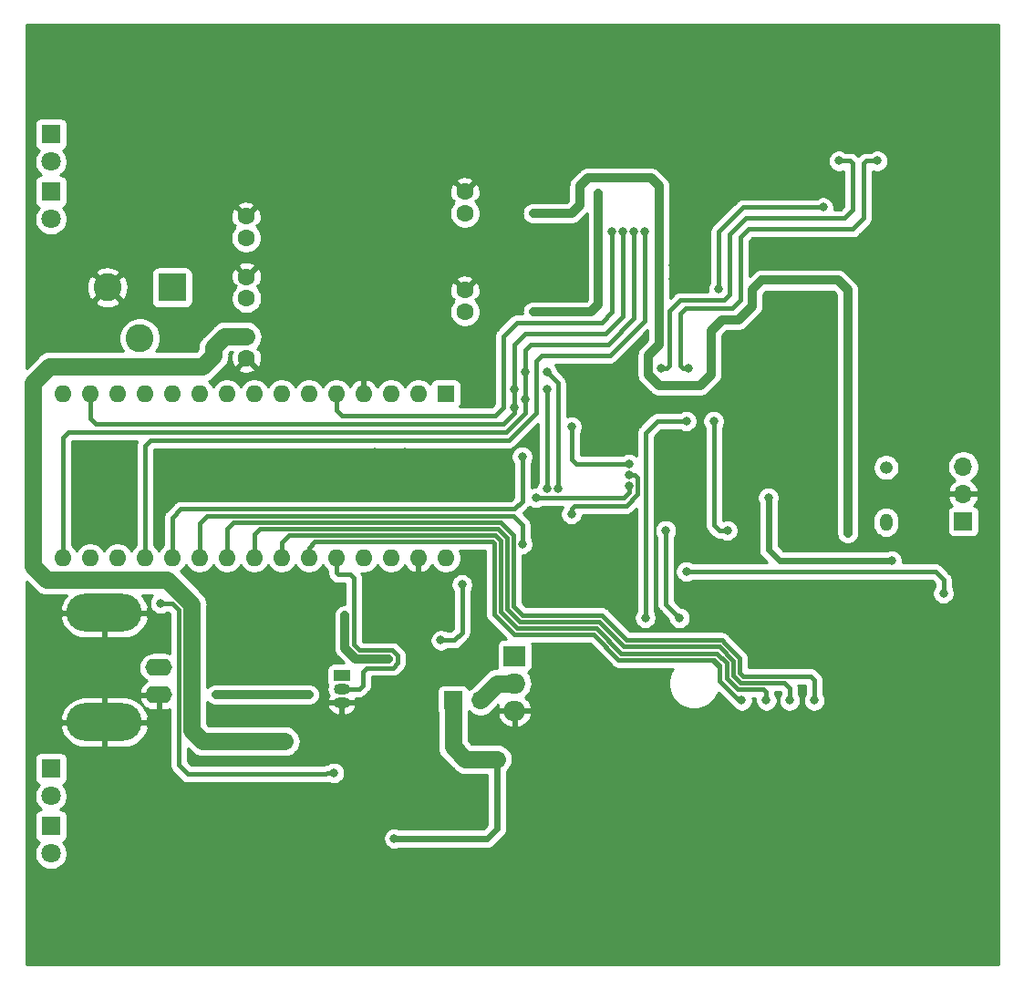
<source format=gbr>
G04 #@! TF.GenerationSoftware,KiCad,Pcbnew,(5.1.5)-3*
G04 #@! TF.CreationDate,2021-02-03T08:35:31+01:00*
G04 #@! TF.ProjectId,OpenSPAD,4f70656e-5350-4414-942e-6b696361645f,rev?*
G04 #@! TF.SameCoordinates,Original*
G04 #@! TF.FileFunction,Copper,L2,Bot*
G04 #@! TF.FilePolarity,Positive*
%FSLAX46Y46*%
G04 Gerber Fmt 4.6, Leading zero omitted, Abs format (unit mm)*
G04 Created by KiCad (PCBNEW (5.1.5)-3) date 2021-02-03 08:35:31*
%MOMM*%
%LPD*%
G04 APERTURE LIST*
%ADD10C,1.800000*%
%ADD11R,1.800000X1.800000*%
%ADD12O,2.000000X1.905000*%
%ADD13R,2.000000X1.905000*%
%ADD14C,1.600000*%
%ADD15O,1.700000X1.700000*%
%ADD16R,1.700000X1.700000*%
%ADD17R,1.500000X1.050000*%
%ADD18O,1.500000X1.050000*%
%ADD19C,2.600000*%
%ADD20R,2.600000X2.600000*%
%ADD21O,2.500000X1.600000*%
%ADD22O,7.000000X3.500000*%
%ADD23O,1.600000X1.600000*%
%ADD24R,1.600000X1.600000*%
%ADD25O,1.200000X1.200000*%
%ADD26O,1.200000X1.600000*%
%ADD27C,0.800000*%
%ADD28C,1.200000*%
%ADD29C,0.812800*%
%ADD30C,0.406400*%
%ADD31C,0.609600*%
%ADD32C,1.625600*%
%ADD33C,0.254000*%
G04 APERTURE END LIST*
D10*
X107369000Y-83342000D03*
D11*
X107369000Y-80802000D03*
D10*
X107369000Y-78008000D03*
D11*
X107369000Y-75468000D03*
D10*
X107369000Y-142270000D03*
D11*
X107369000Y-139730000D03*
D10*
X107369000Y-136936000D03*
D11*
X107369000Y-134396000D03*
D12*
X150422000Y-129008000D03*
X150422000Y-126468000D03*
D13*
X150422000Y-123928000D03*
D14*
X125530000Y-96264000D03*
X125530000Y-94264000D03*
D15*
X147247000Y-128046000D03*
D16*
X144707000Y-128046000D03*
D17*
X134366000Y-125730000D03*
D18*
X134366000Y-128270000D03*
X134366000Y-127000000D03*
D19*
X115618000Y-94392000D03*
X112618000Y-89692000D03*
D20*
X118618000Y-89692000D03*
D21*
X117402000Y-127538000D03*
X117402000Y-124998000D03*
D22*
X112322000Y-119918000D03*
X112322000Y-130078000D03*
D23*
X108458000Y-114808000D03*
X108458000Y-99568000D03*
X144018000Y-114808000D03*
X110998000Y-99568000D03*
X141478000Y-114808000D03*
X113538000Y-99568000D03*
X138938000Y-114808000D03*
X116078000Y-99568000D03*
X136398000Y-114808000D03*
X118618000Y-99568000D03*
X133858000Y-114808000D03*
X121158000Y-99568000D03*
X131318000Y-114808000D03*
X123698000Y-99568000D03*
X128778000Y-114808000D03*
X126238000Y-99568000D03*
X126238000Y-114808000D03*
X128778000Y-99568000D03*
X123698000Y-114808000D03*
X131318000Y-99568000D03*
X121158000Y-114808000D03*
X133858000Y-99568000D03*
X118618000Y-114808000D03*
X136398000Y-99568000D03*
X116078000Y-114808000D03*
X138938000Y-99568000D03*
X113538000Y-114808000D03*
X141478000Y-99568000D03*
X110998000Y-114808000D03*
D24*
X144018000Y-99568000D03*
D14*
X145796000Y-89948000D03*
X145796000Y-91948000D03*
X125530000Y-88708000D03*
X125530000Y-90708000D03*
X145796000Y-80804000D03*
X145796000Y-82804000D03*
X125476000Y-83090000D03*
X125476000Y-85090000D03*
D15*
X192078000Y-106329000D03*
X192078000Y-108869000D03*
D16*
X192078000Y-111409000D03*
D25*
X184914000Y-106413000D03*
D26*
X184914000Y-111493000D03*
D27*
X166424000Y-88930000D03*
X165154000Y-88930000D03*
X165154000Y-87660000D03*
X182930000Y-117732000D03*
X181406000Y-117732000D03*
X178866000Y-117732000D03*
X177342000Y-117732000D03*
X136906000Y-87376000D03*
X139446000Y-87376000D03*
X141986000Y-87376000D03*
X175006000Y-86106000D03*
X172974000Y-86106000D03*
X179070000Y-86106000D03*
X175768000Y-90932000D03*
X177800000Y-90932000D03*
X179832000Y-90932000D03*
X158242000Y-98298000D03*
X160274000Y-98298000D03*
X159004000Y-111506000D03*
X159004000Y-113538000D03*
X160020000Y-112522000D03*
X161036000Y-111506000D03*
X161036000Y-113538000D03*
X137414000Y-105029000D03*
X137414000Y-107061000D03*
X137414000Y-109093000D03*
X140208000Y-105029000D03*
X140208000Y-107061000D03*
X140208000Y-109093000D03*
X152146000Y-104394000D03*
X155575000Y-98298000D03*
X154813000Y-97282000D03*
X114808000Y-107442000D03*
X114808000Y-105410000D03*
X114808000Y-109474000D03*
X152400000Y-112268000D03*
X154432000Y-112268000D03*
X164592000Y-76962000D03*
X158496000Y-76962000D03*
X156464000Y-76962000D03*
X154432000Y-76962000D03*
X134620000Y-87376000D03*
X177346000Y-124744000D03*
X178870000Y-124744000D03*
X181410000Y-124744000D03*
X182934000Y-124744000D03*
X171758000Y-114076000D03*
X179886000Y-93756000D03*
X179886000Y-95280000D03*
X179886000Y-96804000D03*
X179886000Y-98328000D03*
X179886000Y-99852000D03*
X186998000Y-85628000D03*
X186998000Y-84612000D03*
X186998000Y-83596000D03*
X186998000Y-78516000D03*
X183442000Y-89692000D03*
X183442000Y-91216000D03*
X165154000Y-79024000D03*
X166678000Y-79024000D03*
X168202000Y-79024000D03*
X176838000Y-78008000D03*
X178362000Y-78008000D03*
X162560000Y-76962000D03*
X160582000Y-76962000D03*
X168202000Y-86136000D03*
X191824000Y-123728000D03*
X191824000Y-124998000D03*
X191824000Y-126268000D03*
X188268000Y-127030000D03*
X186744000Y-127030000D03*
X185220000Y-127030000D03*
X136325000Y-128681000D03*
X148517000Y-107853000D03*
X152454000Y-118140000D03*
X153978000Y-118140000D03*
X155502000Y-118140000D03*
X172012000Y-119156000D03*
X173536000Y-119156000D03*
X175060000Y-119156000D03*
X180140000Y-121188000D03*
X166462000Y-87698000D03*
X165827000Y-88333000D03*
X131118000Y-136301000D03*
X138484000Y-136555000D03*
X138484000Y-130332000D03*
X143183000Y-138206000D03*
X129721000Y-118648000D03*
X130864000Y-118648000D03*
X132007000Y-118648000D03*
X133150000Y-118648000D03*
X131372000Y-126141000D03*
X131372000Y-124998000D03*
X131880000Y-123982000D03*
X132769000Y-123093000D03*
X134293000Y-129951000D03*
X122101000Y-133634000D03*
X123371000Y-133634000D03*
X124641000Y-133634000D03*
X125911000Y-133634000D03*
X120831000Y-133634000D03*
X131118000Y-137571000D03*
X131118000Y-121569000D03*
X158188000Y-81878000D03*
X158188000Y-80986000D03*
X152146000Y-91948000D03*
X153162000Y-91948000D03*
X154178000Y-91948000D03*
X134674000Y-120142000D03*
X138738000Y-124206000D03*
X134674000Y-122328000D03*
X166570000Y-97242000D03*
X184096000Y-77938000D03*
X185420000Y-115062000D03*
X173990000Y-109220000D03*
X162506000Y-84542000D03*
X169364000Y-89876000D03*
X179070004Y-82256000D03*
X159473997Y-84542000D03*
X160474000Y-84542000D03*
X150368000Y-100838000D03*
X153416000Y-108416800D03*
X153416000Y-99187000D03*
X150368000Y-99187000D03*
X161505997Y-84542000D03*
X151384000Y-100076000D03*
X154432000Y-108416800D03*
X151384000Y-97566000D03*
X153416000Y-97566000D03*
X166370000Y-116078000D03*
X190246000Y-118110000D03*
X152146000Y-82804000D03*
X153162000Y-82804000D03*
X181356000Y-112522000D03*
X164030000Y-97242000D03*
X180540000Y-77938000D03*
D28*
X127562000Y-131856000D03*
X126038000Y-131856000D03*
X129086000Y-131856000D03*
D27*
X164465000Y-112268000D03*
X165735000Y-120384790D03*
X170180000Y-112268000D03*
X168910000Y-102108000D03*
X166370000Y-102108000D03*
X162560000Y-120384790D03*
X161036000Y-107083203D03*
X155702000Y-110744000D03*
X151130011Y-113538000D03*
X161036000Y-106083200D03*
X155702000Y-102616000D03*
X151130000Y-105410000D03*
X161036000Y-108083206D03*
X152400000Y-109219998D03*
X131318000Y-127508000D03*
X122682000Y-127508000D03*
X143564000Y-122458000D03*
X145542000Y-117282292D03*
X178235000Y-128046000D03*
X175949000Y-128046000D03*
X173790000Y-128046000D03*
X171504000Y-128046000D03*
X148771000Y-133507000D03*
X139246000Y-140873000D03*
X133648400Y-134777000D03*
X117529000Y-119029000D03*
D29*
X158188000Y-80986000D02*
X158188000Y-91240000D01*
X157480000Y-91948000D02*
X152146000Y-91948000D01*
X158188000Y-91240000D02*
X157480000Y-91948000D01*
X134674000Y-122204000D02*
X134674000Y-123220000D01*
X134674000Y-123220000D02*
X135660000Y-124206000D01*
X135660000Y-124206000D02*
X138738000Y-124206000D01*
X134674000Y-120142000D02*
X134674000Y-122204000D01*
D30*
X166062000Y-97242000D02*
X166570000Y-97242000D01*
X182826000Y-78192000D02*
X182826000Y-83272000D01*
X184096000Y-77938000D02*
X183080000Y-77938000D01*
X182826000Y-83272000D02*
X181810000Y-84288000D01*
X165808000Y-96988000D02*
X166062000Y-97242000D01*
X181810000Y-84288000D02*
X172158000Y-84288000D01*
X183080000Y-77938000D02*
X182826000Y-78192000D01*
X172158000Y-84288000D02*
X171396000Y-85050000D01*
X171396000Y-85050000D02*
X171396000Y-90892000D01*
X166316000Y-91654000D02*
X165808000Y-92162000D01*
X171396000Y-90892000D02*
X170634000Y-91654000D01*
X170634000Y-91654000D02*
X166316000Y-91654000D01*
X165808000Y-92162000D02*
X165808000Y-96988000D01*
D31*
X176276000Y-115062000D02*
X175006000Y-115062000D01*
X185420000Y-115062000D02*
X176276000Y-115062000D01*
X175006000Y-115062000D02*
X173990000Y-114046000D01*
X173990000Y-114046000D02*
X173990000Y-109220000D01*
D30*
X152908000Y-96012000D02*
X152400000Y-96520000D01*
X116586000Y-103886000D02*
X116078000Y-104394000D01*
X152400000Y-96520000D02*
X152400000Y-101346000D01*
X162506000Y-84542000D02*
X162506000Y-92764000D01*
X159258000Y-96012000D02*
X152908000Y-96012000D01*
X162506000Y-92764000D02*
X159258000Y-96012000D01*
X152400000Y-101346000D02*
X149860000Y-103886000D01*
X149860000Y-103886000D02*
X116586000Y-103886000D01*
X116078000Y-104394000D02*
X116078000Y-114808000D01*
X171650000Y-82256000D02*
X178504319Y-82256000D01*
X178504319Y-82256000D02*
X179070004Y-82256000D01*
X169364000Y-84542000D02*
X171650000Y-82256000D01*
X169364000Y-89876000D02*
X169364000Y-84542000D01*
X149352000Y-94234000D02*
X149352000Y-100838000D01*
X158496000Y-92964000D02*
X150622000Y-92964000D01*
X148590000Y-101600000D02*
X134366000Y-101600000D01*
X150622000Y-92964000D02*
X149352000Y-94234000D01*
X159473997Y-84542000D02*
X159473997Y-91986003D01*
X159473997Y-91986003D02*
X158496000Y-92964000D01*
X149352000Y-100838000D02*
X148590000Y-101600000D01*
X134366000Y-101600000D02*
X133858000Y-101092000D01*
X133858000Y-101092000D02*
X133858000Y-99568000D01*
X110998000Y-101854000D02*
X110998000Y-99568000D01*
X149352000Y-102362000D02*
X111506000Y-102362000D01*
X111506000Y-102362000D02*
X110998000Y-101854000D01*
X150368000Y-100838000D02*
X150368000Y-101346000D01*
X150368000Y-101346000D02*
X149352000Y-102362000D01*
X153416000Y-99314000D02*
X153416000Y-99187000D01*
X153416000Y-108416800D02*
X153416000Y-99314000D01*
X150368000Y-100838000D02*
X150368000Y-99187000D01*
X150368000Y-94996000D02*
X150368000Y-98621315D01*
X151384000Y-93980000D02*
X150368000Y-94996000D01*
X158896000Y-93980000D02*
X151384000Y-93980000D01*
X160474000Y-84542000D02*
X160474000Y-92402000D01*
X160474000Y-92402000D02*
X158896000Y-93980000D01*
X150368000Y-98621315D02*
X150368000Y-99187000D01*
X108966000Y-103124000D02*
X108458000Y-103632000D01*
X149606000Y-103124000D02*
X108966000Y-103124000D01*
X108458000Y-103632000D02*
X108458000Y-114808000D01*
X151384000Y-100076000D02*
X151384000Y-101346000D01*
X151384000Y-101346000D02*
X149606000Y-103124000D01*
X161505997Y-92583000D02*
X161505997Y-84542000D01*
X159092997Y-94996000D02*
X161505997Y-92583000D01*
X151384000Y-100076000D02*
X151384000Y-97566000D01*
X151384000Y-97566000D02*
X151384000Y-95504000D01*
X151384000Y-95504000D02*
X151892000Y-94996000D01*
X151892000Y-94996000D02*
X159092997Y-94996000D01*
X154432000Y-98582000D02*
X153416000Y-97566000D01*
X154432000Y-108416800D02*
X154432000Y-98582000D01*
X166370000Y-116078000D02*
X189484000Y-116078000D01*
X189484000Y-116078000D02*
X190246000Y-116840000D01*
X190246000Y-116840000D02*
X190246000Y-118110000D01*
D29*
X173355000Y-89027000D02*
X180467000Y-89027000D01*
X172466000Y-89916000D02*
X173355000Y-89027000D01*
X172466000Y-91440000D02*
X172466000Y-89916000D01*
X171196000Y-92710000D02*
X172466000Y-91440000D01*
X169672000Y-92710000D02*
X171196000Y-92710000D01*
X168656000Y-93726000D02*
X169672000Y-92710000D01*
X168656000Y-97790000D02*
X168656000Y-93726000D01*
X156464000Y-80264000D02*
X157226000Y-79502000D01*
X156464000Y-82042000D02*
X156464000Y-80264000D01*
X163830000Y-80264000D02*
X163830000Y-94996000D01*
X152146000Y-82804000D02*
X155702000Y-82804000D01*
X181356000Y-89916000D02*
X181356000Y-112522000D01*
X162814000Y-96012000D02*
X162814000Y-97790000D01*
X155702000Y-82804000D02*
X156464000Y-82042000D01*
X163068000Y-79502000D02*
X163830000Y-80264000D01*
X162814000Y-97790000D02*
X163830000Y-98806000D01*
X167640000Y-98806000D02*
X168656000Y-97790000D01*
X163830000Y-94996000D02*
X162814000Y-96012000D01*
X180467000Y-89027000D02*
X181356000Y-89916000D01*
X157226000Y-79502000D02*
X163068000Y-79502000D01*
X163830000Y-98806000D02*
X167640000Y-98806000D01*
D30*
X164792000Y-96988000D02*
X164792000Y-95210000D01*
X164030000Y-97242000D02*
X164538000Y-97242000D01*
X164538000Y-97242000D02*
X164792000Y-96988000D01*
X164792000Y-95210000D02*
X164792000Y-94448000D01*
X164792000Y-94448000D02*
X164792000Y-94194000D01*
X169872000Y-90892000D02*
X165808000Y-90892000D01*
X170380000Y-84796000D02*
X170380000Y-90384000D01*
X171904000Y-83272000D02*
X170380000Y-84796000D01*
X164792000Y-91908000D02*
X164792000Y-94448000D01*
X170380000Y-90384000D02*
X169872000Y-90892000D01*
X181556000Y-77938000D02*
X181810000Y-78192000D01*
X180540000Y-77938000D02*
X181556000Y-77938000D01*
X181810000Y-78192000D02*
X181810000Y-82510000D01*
X165808000Y-90892000D02*
X164792000Y-91908000D01*
X181810000Y-82510000D02*
X181048000Y-83272000D01*
X181048000Y-83272000D02*
X171904000Y-83272000D01*
D32*
X123498000Y-94264000D02*
X125530000Y-94264000D01*
X122482000Y-95280000D02*
X123498000Y-94264000D01*
X120450000Y-119156000D02*
X118164000Y-116870000D01*
X120450000Y-130840000D02*
X120450000Y-119156000D01*
X106988000Y-116870000D02*
X105718000Y-115600000D01*
X118164000Y-116870000D02*
X106988000Y-116870000D01*
X121466000Y-131856000D02*
X120450000Y-130840000D01*
X121466000Y-97058000D02*
X122482000Y-96042000D01*
X105718000Y-115600000D02*
X105718000Y-98582000D01*
X105718000Y-98582000D02*
X107242000Y-97058000D01*
X107242000Y-97058000D02*
X121466000Y-97058000D01*
X129086000Y-131856000D02*
X121466000Y-131856000D01*
X122482000Y-96042000D02*
X122482000Y-95280000D01*
D30*
X165335001Y-119984791D02*
X165735000Y-120384790D01*
X164465000Y-112268000D02*
X164465000Y-119114790D01*
X164465000Y-119114790D02*
X165335001Y-119984791D01*
X170180000Y-112268000D02*
X169418000Y-112268000D01*
X169418000Y-112268000D02*
X168910000Y-111760000D01*
X168910000Y-111760000D02*
X168910000Y-102108000D01*
X162560000Y-103208000D02*
X162560000Y-120384790D01*
X166370000Y-102108000D02*
X163660000Y-102108000D01*
X163660000Y-102108000D02*
X162560000Y-103208000D01*
X155956000Y-109982000D02*
X155702000Y-110236000D01*
X161601685Y-107083203D02*
X161839201Y-107320719D01*
X155702000Y-110236000D02*
X155702000Y-110744000D01*
X161036000Y-107083203D02*
X161601685Y-107083203D01*
X161839201Y-107320719D02*
X161839201Y-108924799D01*
X161839201Y-108924799D02*
X160782000Y-109982000D01*
X160782000Y-109982000D02*
X155956000Y-109982000D01*
X151130011Y-112972315D02*
X151130011Y-113538000D01*
X121158000Y-111590000D02*
X121864389Y-110883611D01*
X121158000Y-114808000D02*
X121158000Y-111590000D01*
X150277611Y-110883611D02*
X151130011Y-111736011D01*
X121864389Y-110883611D02*
X150277611Y-110883611D01*
X151130011Y-111736011D02*
X151130011Y-112972315D01*
X161036000Y-106083200D02*
X156121200Y-106083200D01*
X156121200Y-106083200D02*
X155702000Y-105664000D01*
X155702000Y-105664000D02*
X155702000Y-102616000D01*
X118618000Y-111082000D02*
X118618000Y-114808000D01*
X119422799Y-110277201D02*
X118618000Y-111082000D01*
X150410799Y-110277201D02*
X119422799Y-110277201D01*
X151130000Y-105410000D02*
X151130000Y-109558000D01*
X151130000Y-109558000D02*
X150410799Y-110277201D01*
X152400002Y-109220000D02*
X152400000Y-109219998D01*
X160528000Y-109220000D02*
X152400002Y-109220000D01*
X161036000Y-108083206D02*
X161036000Y-108712000D01*
X161036000Y-108712000D02*
X160528000Y-109220000D01*
D29*
X122682000Y-127508000D02*
X131318000Y-127508000D01*
D30*
X135182000Y-116362000D02*
X134039000Y-116362000D01*
X135483610Y-116663610D02*
X135182000Y-116362000D01*
X134039000Y-116362000D02*
X133858000Y-116181000D01*
X136325000Y-125379000D02*
X136688390Y-125015610D01*
X134366000Y-127000000D02*
X135974000Y-127000000D01*
X136325000Y-126649000D02*
X136325000Y-125379000D01*
X139547610Y-123870649D02*
X139073351Y-123396390D01*
X139073351Y-123396390D02*
X135995350Y-123396390D01*
X136688390Y-125015610D02*
X139117128Y-125015610D01*
X135974000Y-127000000D02*
X136325000Y-126649000D01*
X139117128Y-125015610D02*
X139547610Y-124585128D01*
X139547610Y-124585128D02*
X139547610Y-123870649D01*
X133858000Y-116181000D02*
X133858000Y-114808000D01*
X135483610Y-122884650D02*
X135483610Y-116663610D01*
X135995350Y-123396390D02*
X135483610Y-122884650D01*
X145542000Y-120118000D02*
X145542000Y-121750000D01*
X145542000Y-120480000D02*
X145542000Y-120118000D01*
X145542000Y-121750000D02*
X144834000Y-122458000D01*
X144834000Y-122458000D02*
X143564000Y-122458000D01*
X145542000Y-120118000D02*
X145542000Y-117282292D01*
D32*
X148825000Y-126468000D02*
X147247000Y-128046000D01*
X150422000Y-126468000D02*
X148825000Y-126468000D01*
D30*
X177911180Y-125817180D02*
X178235000Y-126141000D01*
X171602410Y-125817180D02*
X177911180Y-125817180D01*
X150326801Y-112664822D02*
X150326801Y-119282019D01*
X124305977Y-111490023D02*
X149152002Y-111490023D01*
X171291230Y-125506000D02*
X171602410Y-125817180D01*
X171291230Y-124086046D02*
X171291230Y-125506000D01*
X149152002Y-111490023D02*
X150326801Y-112664822D01*
X151175551Y-120130769D02*
X158508774Y-120130772D01*
X123698000Y-114808000D02*
X123698000Y-112098000D01*
X150326801Y-119282019D02*
X151175551Y-120130769D01*
X123698000Y-112098000D02*
X124305977Y-111490023D01*
X169663185Y-122458000D02*
X170018412Y-122813228D01*
X178235000Y-126141000D02*
X178235000Y-128046000D01*
X160836001Y-122457999D02*
X169663185Y-122458000D01*
X158508774Y-120130772D02*
X160836001Y-122457999D01*
X170018412Y-122813228D02*
X171291230Y-124086046D01*
X175949000Y-126903000D02*
X175949000Y-128046000D01*
X171348410Y-126423590D02*
X175469590Y-126423590D01*
X149720390Y-112916005D02*
X149720390Y-119533202D01*
X160584818Y-123064410D02*
X169412002Y-123064410D01*
X175469590Y-126423590D02*
X175949000Y-126903000D01*
X126238000Y-114808000D02*
X126238000Y-112606000D01*
X126238000Y-112606000D02*
X126747567Y-112096433D01*
X170684820Y-125760000D02*
X171348410Y-126423590D01*
X150924368Y-120737180D02*
X158257590Y-120737182D01*
X148900818Y-112096433D02*
X149720390Y-112916005D01*
X149720390Y-119533202D02*
X150924368Y-120737180D01*
X158257590Y-120737182D02*
X160584818Y-123064410D01*
X126747567Y-112096433D02*
X148900818Y-112096433D01*
X169412002Y-123064410D02*
X170684820Y-124337228D01*
X170684820Y-124337228D02*
X170684820Y-125760000D01*
X128778000Y-113368000D02*
X128778000Y-114808000D01*
X129443157Y-112702843D02*
X128778000Y-113368000D01*
X148649634Y-112702843D02*
X129443157Y-112702843D01*
X171094410Y-127030000D02*
X170078410Y-126014000D01*
X173536000Y-127030000D02*
X171094410Y-127030000D01*
X149113979Y-119784385D02*
X149113979Y-113167188D01*
X173790000Y-128046000D02*
X173790000Y-127284000D01*
X170078410Y-126014000D02*
X170078410Y-124588410D01*
X149113979Y-113167188D02*
X148649634Y-112702843D01*
X173790000Y-127284000D02*
X173536000Y-127030000D01*
X170078410Y-124588410D02*
X169160821Y-123670821D01*
X169160821Y-123670821D02*
X160333635Y-123670821D01*
X158006406Y-121343592D02*
X150673185Y-121343591D01*
X160333635Y-123670821D02*
X158006406Y-121343592D01*
X150673185Y-121343591D02*
X149113979Y-119784385D01*
X171250000Y-128046000D02*
X171504000Y-128046000D01*
X169472000Y-126268000D02*
X171250000Y-128046000D01*
X169472000Y-124998000D02*
X169472000Y-126268000D01*
X169472000Y-124998000D02*
X169472000Y-124839592D01*
X168909639Y-124277231D02*
X168456000Y-124277231D01*
X169472000Y-124839592D02*
X168909639Y-124277231D01*
X168751232Y-124277232D02*
X169472000Y-124998000D01*
X157755222Y-121950002D02*
X160082452Y-124277232D01*
X150422002Y-121950002D02*
X157755222Y-121950002D01*
X148507568Y-120035568D02*
X150422002Y-121950002D01*
X160082452Y-124277232D02*
X168751232Y-124277232D01*
X131318000Y-114808000D02*
X131318000Y-113876000D01*
X148507568Y-113431568D02*
X148507568Y-120035568D01*
X131318000Y-113876000D02*
X131884746Y-113309254D01*
X131884746Y-113309254D02*
X148385254Y-113309254D01*
X148385254Y-113309254D02*
X148507568Y-113431568D01*
D32*
X148771000Y-133507000D02*
X145850000Y-133507000D01*
X144707000Y-132364000D02*
X144707000Y-128046000D01*
X145850000Y-133507000D02*
X144707000Y-132364000D01*
D31*
X148771000Y-133507000D02*
X148771000Y-139984000D01*
X148771000Y-139984000D02*
X147882000Y-140873000D01*
X147882000Y-140873000D02*
X139246000Y-140873000D01*
D30*
X118603304Y-119029000D02*
X117529000Y-119029000D01*
X119233990Y-119659686D02*
X118603304Y-119029000D01*
X133023000Y-134777000D02*
X132896000Y-134904000D01*
X120069000Y-134904000D02*
X119233990Y-134068990D01*
X133648400Y-134777000D02*
X133023000Y-134777000D01*
X132896000Y-134904000D02*
X120069000Y-134904000D01*
X119233990Y-134068990D02*
X119233990Y-119659686D01*
D33*
G36*
X195309001Y-152543000D02*
G01*
X105079000Y-152543000D01*
X105079000Y-133496000D01*
X105830928Y-133496000D01*
X105830928Y-135296000D01*
X105843188Y-135420482D01*
X105879498Y-135540180D01*
X105938463Y-135650494D01*
X106017815Y-135747185D01*
X106114506Y-135826537D01*
X106224820Y-135885502D01*
X106243127Y-135891056D01*
X106176688Y-135957495D01*
X106008701Y-136208905D01*
X105892989Y-136488257D01*
X105834000Y-136784816D01*
X105834000Y-137087184D01*
X105892989Y-137383743D01*
X106008701Y-137663095D01*
X106176688Y-137914505D01*
X106390495Y-138128312D01*
X106485703Y-138191928D01*
X106469000Y-138191928D01*
X106344518Y-138204188D01*
X106224820Y-138240498D01*
X106114506Y-138299463D01*
X106017815Y-138378815D01*
X105938463Y-138475506D01*
X105879498Y-138585820D01*
X105843188Y-138705518D01*
X105830928Y-138830000D01*
X105830928Y-140630000D01*
X105843188Y-140754482D01*
X105879498Y-140874180D01*
X105938463Y-140984494D01*
X106017815Y-141081185D01*
X106114506Y-141160537D01*
X106224820Y-141219502D01*
X106243127Y-141225056D01*
X106176688Y-141291495D01*
X106008701Y-141542905D01*
X105892989Y-141822257D01*
X105834000Y-142118816D01*
X105834000Y-142421184D01*
X105892989Y-142717743D01*
X106008701Y-142997095D01*
X106176688Y-143248505D01*
X106390495Y-143462312D01*
X106641905Y-143630299D01*
X106921257Y-143746011D01*
X107217816Y-143805000D01*
X107520184Y-143805000D01*
X107816743Y-143746011D01*
X108096095Y-143630299D01*
X108347505Y-143462312D01*
X108561312Y-143248505D01*
X108729299Y-142997095D01*
X108845011Y-142717743D01*
X108904000Y-142421184D01*
X108904000Y-142118816D01*
X108845011Y-141822257D01*
X108729299Y-141542905D01*
X108561312Y-141291495D01*
X108494873Y-141225056D01*
X108513180Y-141219502D01*
X108623494Y-141160537D01*
X108720185Y-141081185D01*
X108799537Y-140984494D01*
X108858502Y-140874180D01*
X108894812Y-140754482D01*
X108907072Y-140630000D01*
X108907072Y-138830000D01*
X108894812Y-138705518D01*
X108858502Y-138585820D01*
X108799537Y-138475506D01*
X108720185Y-138378815D01*
X108623494Y-138299463D01*
X108513180Y-138240498D01*
X108393482Y-138204188D01*
X108269000Y-138191928D01*
X108252297Y-138191928D01*
X108347505Y-138128312D01*
X108561312Y-137914505D01*
X108729299Y-137663095D01*
X108845011Y-137383743D01*
X108904000Y-137087184D01*
X108904000Y-136784816D01*
X108845011Y-136488257D01*
X108729299Y-136208905D01*
X108561312Y-135957495D01*
X108494873Y-135891056D01*
X108513180Y-135885502D01*
X108623494Y-135826537D01*
X108720185Y-135747185D01*
X108799537Y-135650494D01*
X108858502Y-135540180D01*
X108894812Y-135420482D01*
X108907072Y-135296000D01*
X108907072Y-133496000D01*
X108894812Y-133371518D01*
X108858502Y-133251820D01*
X108799537Y-133141506D01*
X108720185Y-133044815D01*
X108623494Y-132965463D01*
X108513180Y-132906498D01*
X108393482Y-132870188D01*
X108269000Y-132857928D01*
X106469000Y-132857928D01*
X106344518Y-132870188D01*
X106224820Y-132906498D01*
X106114506Y-132965463D01*
X106017815Y-133044815D01*
X105938463Y-133141506D01*
X105879498Y-133251820D01*
X105843188Y-133371518D01*
X105830928Y-133496000D01*
X105079000Y-133496000D01*
X105079000Y-130576003D01*
X108239573Y-130576003D01*
X108319947Y-130873368D01*
X108518388Y-131297439D01*
X108795748Y-131674648D01*
X109141369Y-131990498D01*
X109541968Y-132232852D01*
X109982150Y-132392396D01*
X110445000Y-132463000D01*
X112195000Y-132463000D01*
X112195000Y-130205000D01*
X112449000Y-130205000D01*
X112449000Y-132463000D01*
X114199000Y-132463000D01*
X114661850Y-132392396D01*
X115102032Y-132232852D01*
X115502631Y-131990498D01*
X115848252Y-131674648D01*
X116125612Y-131297439D01*
X116324053Y-130873368D01*
X116404427Y-130576003D01*
X116294625Y-130205000D01*
X112449000Y-130205000D01*
X112195000Y-130205000D01*
X108349375Y-130205000D01*
X108239573Y-130576003D01*
X105079000Y-130576003D01*
X105079000Y-129579997D01*
X108239573Y-129579997D01*
X108349375Y-129951000D01*
X112195000Y-129951000D01*
X112195000Y-127693000D01*
X112449000Y-127693000D01*
X112449000Y-129951000D01*
X116294625Y-129951000D01*
X116404427Y-129579997D01*
X116324053Y-129282632D01*
X116125612Y-128858561D01*
X115848252Y-128481352D01*
X115502631Y-128165502D01*
X115102032Y-127923148D01*
X115002408Y-127887039D01*
X115560096Y-127887039D01*
X115577633Y-127969818D01*
X115688285Y-128229646D01*
X115847500Y-128462895D01*
X116049161Y-128660601D01*
X116285517Y-128815166D01*
X116547486Y-128920650D01*
X116825000Y-128973000D01*
X117275000Y-128973000D01*
X117275000Y-127665000D01*
X115682085Y-127665000D01*
X115560096Y-127887039D01*
X115002408Y-127887039D01*
X114661850Y-127763604D01*
X114199000Y-127693000D01*
X112449000Y-127693000D01*
X112195000Y-127693000D01*
X110445000Y-127693000D01*
X109982150Y-127763604D01*
X109541968Y-127923148D01*
X109141369Y-128165502D01*
X108795748Y-128481352D01*
X108518388Y-128858561D01*
X108319947Y-129282632D01*
X108239573Y-129579997D01*
X105079000Y-129579997D01*
X105079000Y-120416003D01*
X108239573Y-120416003D01*
X108319947Y-120713368D01*
X108518388Y-121137439D01*
X108795748Y-121514648D01*
X109141369Y-121830498D01*
X109541968Y-122072852D01*
X109982150Y-122232396D01*
X110445000Y-122303000D01*
X112195000Y-122303000D01*
X112195000Y-120045000D01*
X112449000Y-120045000D01*
X112449000Y-122303000D01*
X114199000Y-122303000D01*
X114661850Y-122232396D01*
X115102032Y-122072852D01*
X115502631Y-121830498D01*
X115848252Y-121514648D01*
X116125612Y-121137439D01*
X116324053Y-120713368D01*
X116404427Y-120416003D01*
X116294625Y-120045000D01*
X112449000Y-120045000D01*
X112195000Y-120045000D01*
X108349375Y-120045000D01*
X108239573Y-120416003D01*
X105079000Y-120416003D01*
X105079000Y-117008498D01*
X105913960Y-117843458D01*
X105959298Y-117898702D01*
X106179754Y-118079626D01*
X106431270Y-118214065D01*
X106704182Y-118296851D01*
X106916878Y-118317800D01*
X106916887Y-118317800D01*
X106987999Y-118324804D01*
X107059111Y-118317800D01*
X108799635Y-118317800D01*
X108795748Y-118321352D01*
X108518388Y-118698561D01*
X108319947Y-119122632D01*
X108239573Y-119419997D01*
X108349375Y-119791000D01*
X112195000Y-119791000D01*
X112195000Y-119771000D01*
X112449000Y-119771000D01*
X112449000Y-119791000D01*
X116294625Y-119791000D01*
X116404427Y-119419997D01*
X116324053Y-119122632D01*
X116125612Y-118698561D01*
X115848252Y-118321352D01*
X115844365Y-118317800D01*
X116776489Y-118317800D01*
X116725063Y-118369226D01*
X116611795Y-118538744D01*
X116533774Y-118727102D01*
X116494000Y-118927061D01*
X116494000Y-119130939D01*
X116533774Y-119330898D01*
X116611795Y-119519256D01*
X116725063Y-119688774D01*
X116869226Y-119832937D01*
X117038744Y-119946205D01*
X117227102Y-120024226D01*
X117427061Y-120064000D01*
X117630939Y-120064000D01*
X117830898Y-120024226D01*
X118019256Y-119946205D01*
X118137496Y-119867200D01*
X118256111Y-119867200D01*
X118395791Y-120006881D01*
X118395791Y-123663386D01*
X118133309Y-123583764D01*
X117922492Y-123563000D01*
X116881508Y-123563000D01*
X116670691Y-123583764D01*
X116400192Y-123665818D01*
X116150899Y-123799068D01*
X115932392Y-123978392D01*
X115753068Y-124196899D01*
X115619818Y-124446192D01*
X115537764Y-124716691D01*
X115510057Y-124998000D01*
X115537764Y-125279309D01*
X115619818Y-125549808D01*
X115753068Y-125799101D01*
X115932392Y-126017608D01*
X116150899Y-126196932D01*
X116278741Y-126265265D01*
X116049161Y-126415399D01*
X115847500Y-126613105D01*
X115688285Y-126846354D01*
X115577633Y-127106182D01*
X115560096Y-127188961D01*
X115682085Y-127411000D01*
X117275000Y-127411000D01*
X117275000Y-127391000D01*
X117529000Y-127391000D01*
X117529000Y-127411000D01*
X117549000Y-127411000D01*
X117549000Y-127665000D01*
X117529000Y-127665000D01*
X117529000Y-128973000D01*
X117979000Y-128973000D01*
X118256514Y-128920650D01*
X118395790Y-128864569D01*
X118395790Y-134027827D01*
X118391736Y-134068990D01*
X118395790Y-134110153D01*
X118395790Y-134110159D01*
X118407919Y-134233305D01*
X118455848Y-134391306D01*
X118533681Y-134536921D01*
X118638426Y-134664554D01*
X118670408Y-134690801D01*
X119447193Y-135467587D01*
X119473436Y-135499564D01*
X119505412Y-135525806D01*
X119505414Y-135525808D01*
X119541158Y-135555142D01*
X119601068Y-135604309D01*
X119746683Y-135682142D01*
X119904684Y-135730071D01*
X120027830Y-135742200D01*
X120027839Y-135742200D01*
X120068999Y-135746254D01*
X120110159Y-135742200D01*
X132854837Y-135742200D01*
X132896000Y-135746254D01*
X132937163Y-135742200D01*
X132937170Y-135742200D01*
X133060316Y-135730071D01*
X133166771Y-135697778D01*
X133346502Y-135772226D01*
X133546461Y-135812000D01*
X133750339Y-135812000D01*
X133950298Y-135772226D01*
X134138656Y-135694205D01*
X134308174Y-135580937D01*
X134452337Y-135436774D01*
X134565605Y-135267256D01*
X134643626Y-135078898D01*
X134683400Y-134878939D01*
X134683400Y-134675061D01*
X134643626Y-134475102D01*
X134565605Y-134286744D01*
X134452337Y-134117226D01*
X134308174Y-133973063D01*
X134138656Y-133859795D01*
X133950298Y-133781774D01*
X133750339Y-133742000D01*
X133546461Y-133742000D01*
X133346502Y-133781774D01*
X133158144Y-133859795D01*
X133043020Y-133936718D01*
X133022999Y-133934746D01*
X132981837Y-133938800D01*
X132981830Y-133938800D01*
X132858684Y-133950929D01*
X132700683Y-133998858D01*
X132575444Y-134065800D01*
X120416194Y-134065800D01*
X120072190Y-133721797D01*
X120072190Y-132509689D01*
X120391966Y-132829465D01*
X120437298Y-132884702D01*
X120492535Y-132930034D01*
X120492541Y-132930040D01*
X120598191Y-133016744D01*
X120657754Y-133065626D01*
X120909270Y-133200065D01*
X121182182Y-133282851D01*
X121394878Y-133303800D01*
X121394888Y-133303800D01*
X121466000Y-133310804D01*
X121537112Y-133303800D01*
X129157122Y-133303800D01*
X129369818Y-133282851D01*
X129642730Y-133200065D01*
X129894246Y-133065626D01*
X130114702Y-132884702D01*
X130295626Y-132664246D01*
X130430065Y-132412730D01*
X130512851Y-132139818D01*
X130540805Y-131856000D01*
X130512851Y-131572182D01*
X130430065Y-131299270D01*
X130295626Y-131047754D01*
X130114702Y-130827298D01*
X129894246Y-130646374D01*
X129642730Y-130511935D01*
X129369818Y-130429149D01*
X129157122Y-130408200D01*
X122065699Y-130408200D01*
X121897800Y-130240302D01*
X121897800Y-128575810D01*
X133022036Y-128575810D01*
X133030728Y-128637337D01*
X133123725Y-128846882D01*
X133255816Y-129034258D01*
X133421924Y-129192264D01*
X133615666Y-129314828D01*
X133829596Y-129397239D01*
X134055493Y-129436331D01*
X134239000Y-129276598D01*
X134239000Y-128397000D01*
X134493000Y-128397000D01*
X134493000Y-129276598D01*
X134676507Y-129436331D01*
X134902404Y-129397239D01*
X135116334Y-129314828D01*
X135310076Y-129192264D01*
X135476184Y-129034258D01*
X135608275Y-128846882D01*
X135701272Y-128637337D01*
X135709964Y-128575810D01*
X135584163Y-128397000D01*
X134493000Y-128397000D01*
X134239000Y-128397000D01*
X133147837Y-128397000D01*
X133022036Y-128575810D01*
X121897800Y-128575810D01*
X121897800Y-128194016D01*
X121942057Y-128247943D01*
X122100630Y-128378081D01*
X122281546Y-128474783D01*
X122477850Y-128534331D01*
X122630848Y-128549400D01*
X131369152Y-128549400D01*
X131522150Y-128534331D01*
X131718454Y-128474783D01*
X131899370Y-128378081D01*
X132057943Y-128247943D01*
X132188081Y-128089370D01*
X132284783Y-127908454D01*
X132344331Y-127712150D01*
X132364438Y-127508000D01*
X132344331Y-127303850D01*
X132284783Y-127107546D01*
X132188081Y-126926630D01*
X132057943Y-126768057D01*
X131899370Y-126637919D01*
X131718454Y-126541217D01*
X131522150Y-126481669D01*
X131369152Y-126466600D01*
X122630848Y-126466600D01*
X122477850Y-126481669D01*
X122281546Y-126541217D01*
X122100630Y-126637919D01*
X121942057Y-126768057D01*
X121897800Y-126821984D01*
X121897800Y-119227111D01*
X121904804Y-119155999D01*
X121897800Y-119084887D01*
X121897800Y-119084878D01*
X121876851Y-118872182D01*
X121794065Y-118599270D01*
X121659626Y-118347754D01*
X121478702Y-118127298D01*
X121423460Y-118081962D01*
X119371731Y-116030233D01*
X119532759Y-115922637D01*
X119732637Y-115722759D01*
X119888000Y-115490241D01*
X120043363Y-115722759D01*
X120243241Y-115922637D01*
X120478273Y-116079680D01*
X120739426Y-116187853D01*
X121016665Y-116243000D01*
X121299335Y-116243000D01*
X121576574Y-116187853D01*
X121837727Y-116079680D01*
X122072759Y-115922637D01*
X122272637Y-115722759D01*
X122428000Y-115490241D01*
X122583363Y-115722759D01*
X122783241Y-115922637D01*
X123018273Y-116079680D01*
X123279426Y-116187853D01*
X123556665Y-116243000D01*
X123839335Y-116243000D01*
X124116574Y-116187853D01*
X124377727Y-116079680D01*
X124612759Y-115922637D01*
X124812637Y-115722759D01*
X124968000Y-115490241D01*
X125123363Y-115722759D01*
X125323241Y-115922637D01*
X125558273Y-116079680D01*
X125819426Y-116187853D01*
X126096665Y-116243000D01*
X126379335Y-116243000D01*
X126656574Y-116187853D01*
X126917727Y-116079680D01*
X127152759Y-115922637D01*
X127352637Y-115722759D01*
X127508000Y-115490241D01*
X127663363Y-115722759D01*
X127863241Y-115922637D01*
X128098273Y-116079680D01*
X128359426Y-116187853D01*
X128636665Y-116243000D01*
X128919335Y-116243000D01*
X129196574Y-116187853D01*
X129457727Y-116079680D01*
X129692759Y-115922637D01*
X129892637Y-115722759D01*
X130048000Y-115490241D01*
X130203363Y-115722759D01*
X130403241Y-115922637D01*
X130638273Y-116079680D01*
X130899426Y-116187853D01*
X131176665Y-116243000D01*
X131459335Y-116243000D01*
X131736574Y-116187853D01*
X131997727Y-116079680D01*
X132232759Y-115922637D01*
X132432637Y-115722759D01*
X132588000Y-115490241D01*
X132743363Y-115722759D01*
X132943241Y-115922637D01*
X133019800Y-115973792D01*
X133019800Y-116139837D01*
X133015746Y-116181000D01*
X133019800Y-116222163D01*
X133019800Y-116222169D01*
X133031929Y-116345315D01*
X133079858Y-116503316D01*
X133157691Y-116648931D01*
X133262436Y-116776564D01*
X133294418Y-116802811D01*
X133417189Y-116925582D01*
X133443436Y-116957564D01*
X133571068Y-117062309D01*
X133716683Y-117140142D01*
X133874684Y-117188071D01*
X133997830Y-117200200D01*
X133997837Y-117200200D01*
X134039000Y-117204254D01*
X134080163Y-117200200D01*
X134645411Y-117200200D01*
X134645411Y-119098378D01*
X134469850Y-119115669D01*
X134273546Y-119175217D01*
X134092630Y-119271919D01*
X133934057Y-119402057D01*
X133803919Y-119560630D01*
X133707217Y-119741547D01*
X133647669Y-119937851D01*
X133632600Y-120090849D01*
X133632601Y-122152839D01*
X133632600Y-122152849D01*
X133632601Y-123168849D01*
X133627563Y-123220000D01*
X133632601Y-123271151D01*
X133632601Y-123271152D01*
X133647670Y-123424150D01*
X133677444Y-123522302D01*
X133707218Y-123620455D01*
X133803919Y-123801369D01*
X133901450Y-123920211D01*
X133901454Y-123920215D01*
X133934058Y-123959943D01*
X133973786Y-123992547D01*
X134548166Y-124566928D01*
X133616000Y-124566928D01*
X133491518Y-124579188D01*
X133371820Y-124615498D01*
X133261506Y-124674463D01*
X133164815Y-124753815D01*
X133085463Y-124850506D01*
X133026498Y-124960820D01*
X132990188Y-125080518D01*
X132977928Y-125205000D01*
X132977928Y-126255000D01*
X132990188Y-126379482D01*
X133026498Y-126499180D01*
X133061093Y-126563902D01*
X132997785Y-126772600D01*
X132975388Y-127000000D01*
X132997785Y-127227400D01*
X133064115Y-127446060D01*
X133164929Y-127634669D01*
X133123725Y-127693118D01*
X133030728Y-127902663D01*
X133022036Y-127964190D01*
X133147837Y-128143000D01*
X133912891Y-128143000D01*
X133913600Y-128143215D01*
X134084021Y-128160000D01*
X134647979Y-128160000D01*
X134818400Y-128143215D01*
X134819109Y-128143000D01*
X135584163Y-128143000D01*
X135709964Y-127964190D01*
X135701272Y-127902663D01*
X135672663Y-127838200D01*
X135932837Y-127838200D01*
X135974000Y-127842254D01*
X136015163Y-127838200D01*
X136015170Y-127838200D01*
X136138316Y-127826071D01*
X136296317Y-127778142D01*
X136441932Y-127700309D01*
X136569564Y-127595564D01*
X136595811Y-127563582D01*
X136888583Y-127270810D01*
X136920564Y-127244564D01*
X137025309Y-127116932D01*
X137103142Y-126971317D01*
X137151071Y-126813316D01*
X137163200Y-126690170D01*
X137163200Y-126690163D01*
X137167254Y-126649000D01*
X137163200Y-126607837D01*
X137163200Y-125853810D01*
X139075965Y-125853810D01*
X139117128Y-125857864D01*
X139158291Y-125853810D01*
X139158298Y-125853810D01*
X139281444Y-125841681D01*
X139439445Y-125793752D01*
X139585060Y-125715919D01*
X139712692Y-125611174D01*
X139738939Y-125579192D01*
X140111193Y-125206938D01*
X140143174Y-125180692D01*
X140247919Y-125053060D01*
X140325752Y-124907445D01*
X140373681Y-124749444D01*
X140385810Y-124626298D01*
X140385810Y-124626289D01*
X140389864Y-124585129D01*
X140385810Y-124543969D01*
X140385810Y-123911819D01*
X140389865Y-123870649D01*
X140373681Y-123706333D01*
X140325752Y-123548332D01*
X140247919Y-123402717D01*
X140247382Y-123402063D01*
X140143174Y-123275085D01*
X140111187Y-123248834D01*
X139695162Y-122832808D01*
X139668915Y-122800826D01*
X139541283Y-122696081D01*
X139395668Y-122618248D01*
X139237667Y-122570319D01*
X139114521Y-122558190D01*
X139114514Y-122558190D01*
X139073351Y-122554136D01*
X139032188Y-122558190D01*
X136342543Y-122558190D01*
X136321810Y-122537457D01*
X136321810Y-122356061D01*
X142529000Y-122356061D01*
X142529000Y-122559939D01*
X142568774Y-122759898D01*
X142646795Y-122948256D01*
X142760063Y-123117774D01*
X142904226Y-123261937D01*
X143073744Y-123375205D01*
X143262102Y-123453226D01*
X143462061Y-123493000D01*
X143665939Y-123493000D01*
X143865898Y-123453226D01*
X144054256Y-123375205D01*
X144172496Y-123296200D01*
X144792837Y-123296200D01*
X144834000Y-123300254D01*
X144875163Y-123296200D01*
X144875170Y-123296200D01*
X144998316Y-123284071D01*
X145156317Y-123236142D01*
X145301932Y-123158309D01*
X145429564Y-123053564D01*
X145455811Y-123021583D01*
X146105587Y-122371807D01*
X146137564Y-122345564D01*
X146172496Y-122303000D01*
X146242309Y-122217932D01*
X146275358Y-122156102D01*
X146320142Y-122072317D01*
X146368071Y-121914316D01*
X146380200Y-121791170D01*
X146380200Y-121791161D01*
X146384254Y-121750001D01*
X146380200Y-121708841D01*
X146380200Y-117890788D01*
X146459205Y-117772548D01*
X146537226Y-117584190D01*
X146577000Y-117384231D01*
X146577000Y-117180353D01*
X146537226Y-116980394D01*
X146459205Y-116792036D01*
X146345937Y-116622518D01*
X146201774Y-116478355D01*
X146032256Y-116365087D01*
X145843898Y-116287066D01*
X145643939Y-116247292D01*
X145440061Y-116247292D01*
X145240102Y-116287066D01*
X145051744Y-116365087D01*
X144882226Y-116478355D01*
X144738063Y-116622518D01*
X144624795Y-116792036D01*
X144546774Y-116980394D01*
X144507000Y-117180353D01*
X144507000Y-117384231D01*
X144546774Y-117584190D01*
X144624795Y-117772548D01*
X144703801Y-117890789D01*
X144703800Y-120076830D01*
X144703800Y-120076831D01*
X144703801Y-121402806D01*
X144486807Y-121619800D01*
X144172496Y-121619800D01*
X144054256Y-121540795D01*
X143865898Y-121462774D01*
X143665939Y-121423000D01*
X143462061Y-121423000D01*
X143262102Y-121462774D01*
X143073744Y-121540795D01*
X142904226Y-121654063D01*
X142760063Y-121798226D01*
X142646795Y-121967744D01*
X142568774Y-122156102D01*
X142529000Y-122356061D01*
X136321810Y-122356061D01*
X136321810Y-116704773D01*
X136325864Y-116663610D01*
X136321810Y-116622447D01*
X136321810Y-116622440D01*
X136309681Y-116499294D01*
X136261752Y-116341293D01*
X136203568Y-116232438D01*
X136256665Y-116243000D01*
X136539335Y-116243000D01*
X136816574Y-116187853D01*
X137077727Y-116079680D01*
X137312759Y-115922637D01*
X137512637Y-115722759D01*
X137668000Y-115490241D01*
X137823363Y-115722759D01*
X138023241Y-115922637D01*
X138258273Y-116079680D01*
X138519426Y-116187853D01*
X138796665Y-116243000D01*
X139079335Y-116243000D01*
X139356574Y-116187853D01*
X139617727Y-116079680D01*
X139852759Y-115922637D01*
X140052637Y-115722759D01*
X140209680Y-115487727D01*
X140214067Y-115477135D01*
X140325615Y-115663131D01*
X140514586Y-115871519D01*
X140740580Y-116039037D01*
X140994913Y-116159246D01*
X141128961Y-116199904D01*
X141351000Y-116077915D01*
X141351000Y-114935000D01*
X141331000Y-114935000D01*
X141331000Y-114681000D01*
X141351000Y-114681000D01*
X141351000Y-114661000D01*
X141605000Y-114661000D01*
X141605000Y-114681000D01*
X141625000Y-114681000D01*
X141625000Y-114935000D01*
X141605000Y-114935000D01*
X141605000Y-116077915D01*
X141827039Y-116199904D01*
X141961087Y-116159246D01*
X142215420Y-116039037D01*
X142441414Y-115871519D01*
X142630385Y-115663131D01*
X142741933Y-115477135D01*
X142746320Y-115487727D01*
X142903363Y-115722759D01*
X143103241Y-115922637D01*
X143338273Y-116079680D01*
X143599426Y-116187853D01*
X143876665Y-116243000D01*
X144159335Y-116243000D01*
X144436574Y-116187853D01*
X144697727Y-116079680D01*
X144932759Y-115922637D01*
X145132637Y-115722759D01*
X145289680Y-115487727D01*
X145397853Y-115226574D01*
X145453000Y-114949335D01*
X145453000Y-114666665D01*
X145397853Y-114389426D01*
X145297625Y-114147454D01*
X147669368Y-114147454D01*
X147669369Y-119994395D01*
X147665314Y-120035568D01*
X147681497Y-120199883D01*
X147729426Y-120357884D01*
X147807259Y-120503499D01*
X147885389Y-120598700D01*
X147912005Y-120631132D01*
X147943981Y-120657374D01*
X149624035Y-122337428D01*
X149422000Y-122337428D01*
X149297518Y-122349688D01*
X149177820Y-122385998D01*
X149067506Y-122444963D01*
X148970815Y-122524315D01*
X148891463Y-122621006D01*
X148832498Y-122731320D01*
X148796188Y-122851018D01*
X148783928Y-122975500D01*
X148783928Y-124880500D01*
X148796188Y-125004982D01*
X148799443Y-125015713D01*
X148753887Y-125020200D01*
X148753878Y-125020200D01*
X148541182Y-125041149D01*
X148268270Y-125123935D01*
X148016754Y-125258374D01*
X148016752Y-125258375D01*
X148016753Y-125258375D01*
X147851541Y-125393960D01*
X147851535Y-125393966D01*
X147796298Y-125439298D01*
X147750966Y-125494535D01*
X146458913Y-126786588D01*
X146300368Y-126892525D01*
X146168513Y-127024380D01*
X146146502Y-126951820D01*
X146087537Y-126841506D01*
X146008185Y-126744815D01*
X145911494Y-126665463D01*
X145801180Y-126606498D01*
X145681482Y-126570188D01*
X145557000Y-126557928D01*
X143857000Y-126557928D01*
X143732518Y-126570188D01*
X143612820Y-126606498D01*
X143502506Y-126665463D01*
X143405815Y-126744815D01*
X143326463Y-126841506D01*
X143267498Y-126951820D01*
X143231188Y-127071518D01*
X143218928Y-127196000D01*
X143218928Y-128896000D01*
X143231188Y-129020482D01*
X143259201Y-129112828D01*
X143259200Y-132292888D01*
X143252196Y-132364000D01*
X143259200Y-132435112D01*
X143259200Y-132435121D01*
X143280149Y-132647817D01*
X143362935Y-132920729D01*
X143483140Y-133145614D01*
X143497375Y-133172246D01*
X143632960Y-133337458D01*
X143632966Y-133337464D01*
X143678298Y-133392701D01*
X143733536Y-133438034D01*
X144775962Y-134480460D01*
X144821298Y-134535702D01*
X144876540Y-134581038D01*
X144876541Y-134581039D01*
X144877326Y-134581683D01*
X145041754Y-134716626D01*
X145293270Y-134851065D01*
X145566182Y-134933851D01*
X145778878Y-134954800D01*
X145778887Y-134954800D01*
X145849999Y-134961804D01*
X145921111Y-134954800D01*
X147831200Y-134954800D01*
X147831201Y-139594722D01*
X147492723Y-139933200D01*
X139681707Y-139933200D01*
X139547898Y-139877774D01*
X139347939Y-139838000D01*
X139144061Y-139838000D01*
X138944102Y-139877774D01*
X138755744Y-139955795D01*
X138586226Y-140069063D01*
X138442063Y-140213226D01*
X138328795Y-140382744D01*
X138250774Y-140571102D01*
X138211000Y-140771061D01*
X138211000Y-140974939D01*
X138250774Y-141174898D01*
X138328795Y-141363256D01*
X138442063Y-141532774D01*
X138586226Y-141676937D01*
X138755744Y-141790205D01*
X138944102Y-141868226D01*
X139144061Y-141908000D01*
X139347939Y-141908000D01*
X139547898Y-141868226D01*
X139681707Y-141812800D01*
X147835843Y-141812800D01*
X147882000Y-141817346D01*
X147928157Y-141812800D01*
X147928167Y-141812800D01*
X148066233Y-141799202D01*
X148243386Y-141745463D01*
X148406651Y-141658196D01*
X148549754Y-141540754D01*
X148579191Y-141504886D01*
X149402895Y-140681183D01*
X149438754Y-140651754D01*
X149504944Y-140571102D01*
X149556196Y-140508652D01*
X149643463Y-140345386D01*
X149697202Y-140168233D01*
X149710800Y-140030167D01*
X149710800Y-140030157D01*
X149715346Y-139984000D01*
X149710800Y-139937843D01*
X149710800Y-134608662D01*
X149799702Y-134535702D01*
X149980626Y-134315246D01*
X150115065Y-134063730D01*
X150197851Y-133790818D01*
X150225805Y-133507000D01*
X150197851Y-133223182D01*
X150115065Y-132950270D01*
X149980626Y-132698754D01*
X149799702Y-132478298D01*
X149579246Y-132297374D01*
X149327730Y-132162935D01*
X149054818Y-132080149D01*
X148842122Y-132059200D01*
X146449698Y-132059200D01*
X146154800Y-131764302D01*
X146154800Y-129112825D01*
X146168513Y-129067620D01*
X146300368Y-129199475D01*
X146543589Y-129361990D01*
X146813842Y-129473932D01*
X147100740Y-129531000D01*
X147393260Y-129531000D01*
X147680158Y-129473932D01*
X147904564Y-129380980D01*
X148831437Y-129380980D01*
X148902429Y-129599094D01*
X149046031Y-129874923D01*
X149240685Y-130117437D01*
X149478911Y-130317316D01*
X149751554Y-130466879D01*
X150048137Y-130560378D01*
X150295000Y-130433570D01*
X150295000Y-129135000D01*
X150549000Y-129135000D01*
X150549000Y-130433570D01*
X150795863Y-130560378D01*
X151092446Y-130466879D01*
X151365089Y-130317316D01*
X151603315Y-130117437D01*
X151797969Y-129874923D01*
X151941571Y-129599094D01*
X152012563Y-129380980D01*
X151892594Y-129135000D01*
X150549000Y-129135000D01*
X150295000Y-129135000D01*
X148951406Y-129135000D01*
X148831437Y-129380980D01*
X147904564Y-129380980D01*
X147950411Y-129361990D01*
X148193632Y-129199475D01*
X148400475Y-128992632D01*
X148506412Y-128834087D01*
X148892217Y-128448282D01*
X148831437Y-128635020D01*
X148951406Y-128881000D01*
X150295000Y-128881000D01*
X150295000Y-128861000D01*
X150549000Y-128861000D01*
X150549000Y-128881000D01*
X151892594Y-128881000D01*
X152012563Y-128635020D01*
X151941571Y-128416906D01*
X151797969Y-128141077D01*
X151603315Y-127898563D01*
X151418101Y-127743163D01*
X151597463Y-127595963D01*
X151795845Y-127354235D01*
X151943255Y-127078449D01*
X152034030Y-126779204D01*
X152064681Y-126468000D01*
X152034030Y-126156796D01*
X151943255Y-125857551D01*
X151795845Y-125581765D01*
X151692554Y-125455905D01*
X151776494Y-125411037D01*
X151873185Y-125331685D01*
X151952537Y-125234994D01*
X152011502Y-125124680D01*
X152047812Y-125004982D01*
X152060072Y-124880500D01*
X152060072Y-122975500D01*
X152047812Y-122851018D01*
X152028757Y-122788202D01*
X157408029Y-122788202D01*
X159460643Y-124840817D01*
X159486888Y-124872796D01*
X159518864Y-124899038D01*
X159518866Y-124899040D01*
X159576018Y-124945943D01*
X159614520Y-124977541D01*
X159760135Y-125055374D01*
X159918136Y-125103303D01*
X160041282Y-125115432D01*
X160041291Y-125115432D01*
X160082451Y-125119486D01*
X160123611Y-125115432D01*
X165117342Y-125115432D01*
X164968440Y-125338279D01*
X164788654Y-125772321D01*
X164697000Y-126233098D01*
X164697000Y-126702902D01*
X164788654Y-127163679D01*
X164968440Y-127597721D01*
X165229450Y-127988349D01*
X165561651Y-128320550D01*
X165952279Y-128581560D01*
X166386321Y-128761346D01*
X166847098Y-128853000D01*
X167316902Y-128853000D01*
X167777679Y-128761346D01*
X168211721Y-128581560D01*
X168602349Y-128320550D01*
X168934550Y-127988349D01*
X169195560Y-127597721D01*
X169318800Y-127300193D01*
X170628194Y-128609588D01*
X170654436Y-128641564D01*
X170660466Y-128646513D01*
X170700063Y-128705774D01*
X170844226Y-128849937D01*
X171013744Y-128963205D01*
X171202102Y-129041226D01*
X171402061Y-129081000D01*
X171605939Y-129081000D01*
X171805898Y-129041226D01*
X171994256Y-128963205D01*
X172163774Y-128849937D01*
X172307937Y-128705774D01*
X172421205Y-128536256D01*
X172499226Y-128347898D01*
X172539000Y-128147939D01*
X172539000Y-127944061D01*
X172523910Y-127868200D01*
X172770090Y-127868200D01*
X172755000Y-127944061D01*
X172755000Y-128147939D01*
X172794774Y-128347898D01*
X172872795Y-128536256D01*
X172986063Y-128705774D01*
X173130226Y-128849937D01*
X173299744Y-128963205D01*
X173488102Y-129041226D01*
X173688061Y-129081000D01*
X173891939Y-129081000D01*
X174091898Y-129041226D01*
X174280256Y-128963205D01*
X174449774Y-128849937D01*
X174593937Y-128705774D01*
X174707205Y-128536256D01*
X174785226Y-128347898D01*
X174825000Y-128147939D01*
X174825000Y-127944061D01*
X174785226Y-127744102D01*
X174707205Y-127555744D01*
X174628200Y-127437504D01*
X174628200Y-127325159D01*
X174632254Y-127283999D01*
X174630067Y-127261790D01*
X175110800Y-127261790D01*
X175110800Y-127437504D01*
X175031795Y-127555744D01*
X174953774Y-127744102D01*
X174914000Y-127944061D01*
X174914000Y-128147939D01*
X174953774Y-128347898D01*
X175031795Y-128536256D01*
X175145063Y-128705774D01*
X175289226Y-128849937D01*
X175458744Y-128963205D01*
X175647102Y-129041226D01*
X175847061Y-129081000D01*
X176050939Y-129081000D01*
X176250898Y-129041226D01*
X176439256Y-128963205D01*
X176608774Y-128849937D01*
X176752937Y-128705774D01*
X176866205Y-128536256D01*
X176944226Y-128347898D01*
X176984000Y-128147939D01*
X176984000Y-127944061D01*
X176944226Y-127744102D01*
X176866205Y-127555744D01*
X176787200Y-127437504D01*
X176787200Y-126944162D01*
X176791254Y-126902999D01*
X176787200Y-126861836D01*
X176787200Y-126861830D01*
X176775071Y-126738684D01*
X176749801Y-126655380D01*
X177396800Y-126655380D01*
X177396801Y-127437503D01*
X177317795Y-127555744D01*
X177239774Y-127744102D01*
X177200000Y-127944061D01*
X177200000Y-128147939D01*
X177239774Y-128347898D01*
X177317795Y-128536256D01*
X177431063Y-128705774D01*
X177575226Y-128849937D01*
X177744744Y-128963205D01*
X177933102Y-129041226D01*
X178133061Y-129081000D01*
X178336939Y-129081000D01*
X178536898Y-129041226D01*
X178725256Y-128963205D01*
X178894774Y-128849937D01*
X179038937Y-128705774D01*
X179152205Y-128536256D01*
X179230226Y-128347898D01*
X179270000Y-128147939D01*
X179270000Y-127944061D01*
X179230226Y-127744102D01*
X179152205Y-127555744D01*
X179073200Y-127437504D01*
X179073200Y-126182163D01*
X179077254Y-126141000D01*
X179073200Y-126099837D01*
X179073200Y-126099830D01*
X179061071Y-125976684D01*
X179013142Y-125818683D01*
X178935309Y-125673068D01*
X178830564Y-125545436D01*
X178798583Y-125519190D01*
X178532991Y-125253598D01*
X178506744Y-125221616D01*
X178379112Y-125116871D01*
X178233497Y-125039038D01*
X178075496Y-124991109D01*
X177952350Y-124978980D01*
X177952343Y-124978980D01*
X177911180Y-124974926D01*
X177870017Y-124978980D01*
X172129430Y-124978980D01*
X172129430Y-124127205D01*
X172133484Y-124086045D01*
X172129430Y-124044885D01*
X172129430Y-124044876D01*
X172117301Y-123921730D01*
X172069372Y-123763729D01*
X171991539Y-123618114D01*
X171963349Y-123583764D01*
X171913038Y-123522460D01*
X171913036Y-123522458D01*
X171886794Y-123490482D01*
X171854819Y-123464241D01*
X170581997Y-122191420D01*
X170284991Y-121894413D01*
X170258749Y-121862437D01*
X170219832Y-121830498D01*
X170131117Y-121757692D01*
X169985503Y-121679859D01*
X169827501Y-121631930D01*
X169663186Y-121615746D01*
X169622014Y-121619801D01*
X161183195Y-121619799D01*
X159130578Y-119567183D01*
X159104338Y-119535209D01*
X159072362Y-119508967D01*
X159072359Y-119508964D01*
X158976705Y-119430463D01*
X158831090Y-119352630D01*
X158673089Y-119304701D01*
X158508774Y-119288518D01*
X158467602Y-119292573D01*
X151522745Y-119292569D01*
X151165001Y-118934826D01*
X151165001Y-114573000D01*
X151231950Y-114573000D01*
X151431909Y-114533226D01*
X151620267Y-114455205D01*
X151789785Y-114341937D01*
X151933948Y-114197774D01*
X152047216Y-114028256D01*
X152125237Y-113839898D01*
X152165011Y-113639939D01*
X152165011Y-113436061D01*
X152125237Y-113236102D01*
X152047216Y-113047744D01*
X151968211Y-112929504D01*
X151968211Y-111777174D01*
X151972265Y-111736011D01*
X151968211Y-111694848D01*
X151968211Y-111694841D01*
X151956082Y-111571695D01*
X151908153Y-111413694D01*
X151830320Y-111268079D01*
X151801531Y-111233000D01*
X151751819Y-111172425D01*
X151751817Y-111172423D01*
X151725575Y-111140447D01*
X151693599Y-111114206D01*
X151226393Y-110647000D01*
X151693587Y-110179807D01*
X151725564Y-110153564D01*
X151758949Y-110112885D01*
X151799464Y-110063517D01*
X151909744Y-110137203D01*
X152098102Y-110215224D01*
X152298061Y-110254998D01*
X152501939Y-110254998D01*
X152701898Y-110215224D01*
X152890256Y-110137203D01*
X153008493Y-110058200D01*
X154880020Y-110058200D01*
X154875929Y-110071685D01*
X154870653Y-110125247D01*
X154784795Y-110253744D01*
X154706774Y-110442102D01*
X154667000Y-110642061D01*
X154667000Y-110845939D01*
X154706774Y-111045898D01*
X154784795Y-111234256D01*
X154898063Y-111403774D01*
X155042226Y-111547937D01*
X155211744Y-111661205D01*
X155400102Y-111739226D01*
X155600061Y-111779000D01*
X155803939Y-111779000D01*
X156003898Y-111739226D01*
X156192256Y-111661205D01*
X156361774Y-111547937D01*
X156505937Y-111403774D01*
X156619205Y-111234256D01*
X156697226Y-111045898D01*
X156737000Y-110845939D01*
X156737000Y-110820200D01*
X160740837Y-110820200D01*
X160782000Y-110824254D01*
X160823163Y-110820200D01*
X160823170Y-110820200D01*
X160946316Y-110808071D01*
X161104317Y-110760142D01*
X161249932Y-110682309D01*
X161377564Y-110577564D01*
X161403811Y-110545582D01*
X161721800Y-110227593D01*
X161721801Y-119776293D01*
X161642795Y-119894534D01*
X161564774Y-120082892D01*
X161525000Y-120282851D01*
X161525000Y-120486729D01*
X161564774Y-120686688D01*
X161642795Y-120875046D01*
X161756063Y-121044564D01*
X161900226Y-121188727D01*
X162069744Y-121301995D01*
X162258102Y-121380016D01*
X162458061Y-121419790D01*
X162661939Y-121419790D01*
X162861898Y-121380016D01*
X163050256Y-121301995D01*
X163219774Y-121188727D01*
X163363937Y-121044564D01*
X163477205Y-120875046D01*
X163555226Y-120686688D01*
X163595000Y-120486729D01*
X163595000Y-120282851D01*
X163555226Y-120082892D01*
X163477205Y-119894534D01*
X163398200Y-119776294D01*
X163398200Y-112166061D01*
X163430000Y-112166061D01*
X163430000Y-112369939D01*
X163469774Y-112569898D01*
X163547795Y-112758256D01*
X163626800Y-112876496D01*
X163626801Y-119073617D01*
X163622746Y-119114790D01*
X163638929Y-119279105D01*
X163686858Y-119437106D01*
X163764691Y-119582721D01*
X163830441Y-119662837D01*
X163869437Y-119710354D01*
X163901413Y-119736596D01*
X164712031Y-120547215D01*
X164739774Y-120686688D01*
X164817795Y-120875046D01*
X164931063Y-121044564D01*
X165075226Y-121188727D01*
X165244744Y-121301995D01*
X165433102Y-121380016D01*
X165633061Y-121419790D01*
X165836939Y-121419790D01*
X166036898Y-121380016D01*
X166225256Y-121301995D01*
X166394774Y-121188727D01*
X166538937Y-121044564D01*
X166652205Y-120875046D01*
X166730226Y-120686688D01*
X166770000Y-120486729D01*
X166770000Y-120282851D01*
X166730226Y-120082892D01*
X166652205Y-119894534D01*
X166538937Y-119725016D01*
X166394774Y-119580853D01*
X166225256Y-119467585D01*
X166036898Y-119389564D01*
X165897425Y-119361821D01*
X165303200Y-118767597D01*
X165303200Y-115976061D01*
X165335000Y-115976061D01*
X165335000Y-116179939D01*
X165374774Y-116379898D01*
X165452795Y-116568256D01*
X165566063Y-116737774D01*
X165710226Y-116881937D01*
X165879744Y-116995205D01*
X166068102Y-117073226D01*
X166268061Y-117113000D01*
X166471939Y-117113000D01*
X166671898Y-117073226D01*
X166860256Y-116995205D01*
X166978496Y-116916200D01*
X189136807Y-116916200D01*
X189407800Y-117187194D01*
X189407801Y-117501504D01*
X189328795Y-117619744D01*
X189250774Y-117808102D01*
X189211000Y-118008061D01*
X189211000Y-118211939D01*
X189250774Y-118411898D01*
X189328795Y-118600256D01*
X189442063Y-118769774D01*
X189586226Y-118913937D01*
X189755744Y-119027205D01*
X189944102Y-119105226D01*
X190144061Y-119145000D01*
X190347939Y-119145000D01*
X190547898Y-119105226D01*
X190736256Y-119027205D01*
X190905774Y-118913937D01*
X191049937Y-118769774D01*
X191163205Y-118600256D01*
X191241226Y-118411898D01*
X191281000Y-118211939D01*
X191281000Y-118008061D01*
X191241226Y-117808102D01*
X191163205Y-117619744D01*
X191084200Y-117501504D01*
X191084200Y-116881163D01*
X191088254Y-116840000D01*
X191084200Y-116798837D01*
X191084200Y-116798830D01*
X191072071Y-116675684D01*
X191024142Y-116517683D01*
X190946309Y-116372068D01*
X190921053Y-116341293D01*
X190867808Y-116276414D01*
X190867806Y-116276412D01*
X190841564Y-116244436D01*
X190809588Y-116218195D01*
X190105811Y-115514417D01*
X190079564Y-115482436D01*
X189951932Y-115377691D01*
X189806317Y-115299858D01*
X189648316Y-115251929D01*
X189525170Y-115239800D01*
X189525163Y-115239800D01*
X189484000Y-115235746D01*
X189442837Y-115239800D01*
X186439910Y-115239800D01*
X186455000Y-115163939D01*
X186455000Y-114960061D01*
X186415226Y-114760102D01*
X186337205Y-114571744D01*
X186223937Y-114402226D01*
X186079774Y-114258063D01*
X185910256Y-114144795D01*
X185721898Y-114066774D01*
X185521939Y-114027000D01*
X185318061Y-114027000D01*
X185118102Y-114066774D01*
X184984293Y-114122200D01*
X175395277Y-114122200D01*
X174929800Y-113656724D01*
X174929800Y-109655707D01*
X174985226Y-109521898D01*
X175025000Y-109321939D01*
X175025000Y-109118061D01*
X174985226Y-108918102D01*
X174907205Y-108729744D01*
X174793937Y-108560226D01*
X174649774Y-108416063D01*
X174480256Y-108302795D01*
X174291898Y-108224774D01*
X174091939Y-108185000D01*
X173888061Y-108185000D01*
X173688102Y-108224774D01*
X173499744Y-108302795D01*
X173330226Y-108416063D01*
X173186063Y-108560226D01*
X173072795Y-108729744D01*
X172994774Y-108918102D01*
X172955000Y-109118061D01*
X172955000Y-109321939D01*
X172994774Y-109521898D01*
X173050201Y-109655709D01*
X173050200Y-113999843D01*
X173045654Y-114046000D01*
X173050200Y-114092157D01*
X173050200Y-114092166D01*
X173063798Y-114230232D01*
X173117537Y-114407385D01*
X173204804Y-114570651D01*
X173322246Y-114713754D01*
X173358115Y-114743191D01*
X173854723Y-115239800D01*
X166978496Y-115239800D01*
X166860256Y-115160795D01*
X166671898Y-115082774D01*
X166471939Y-115043000D01*
X166268061Y-115043000D01*
X166068102Y-115082774D01*
X165879744Y-115160795D01*
X165710226Y-115274063D01*
X165566063Y-115418226D01*
X165452795Y-115587744D01*
X165374774Y-115776102D01*
X165335000Y-115976061D01*
X165303200Y-115976061D01*
X165303200Y-112876496D01*
X165382205Y-112758256D01*
X165460226Y-112569898D01*
X165500000Y-112369939D01*
X165500000Y-112166061D01*
X165460226Y-111966102D01*
X165382205Y-111777744D01*
X165268937Y-111608226D01*
X165124774Y-111464063D01*
X164955256Y-111350795D01*
X164766898Y-111272774D01*
X164566939Y-111233000D01*
X164363061Y-111233000D01*
X164163102Y-111272774D01*
X163974744Y-111350795D01*
X163805226Y-111464063D01*
X163661063Y-111608226D01*
X163547795Y-111777744D01*
X163469774Y-111966102D01*
X163430000Y-112166061D01*
X163398200Y-112166061D01*
X163398200Y-103555193D01*
X164007194Y-102946200D01*
X165761504Y-102946200D01*
X165879744Y-103025205D01*
X166068102Y-103103226D01*
X166268061Y-103143000D01*
X166471939Y-103143000D01*
X166671898Y-103103226D01*
X166860256Y-103025205D01*
X167029774Y-102911937D01*
X167173937Y-102767774D01*
X167287205Y-102598256D01*
X167365226Y-102409898D01*
X167405000Y-102209939D01*
X167405000Y-102006061D01*
X167875000Y-102006061D01*
X167875000Y-102209939D01*
X167914774Y-102409898D01*
X167992795Y-102598256D01*
X168071801Y-102716497D01*
X168071800Y-111718837D01*
X168067746Y-111760000D01*
X168071800Y-111801163D01*
X168071800Y-111801169D01*
X168083929Y-111924315D01*
X168131858Y-112082316D01*
X168209691Y-112227931D01*
X168314436Y-112355564D01*
X168346418Y-112381811D01*
X168796189Y-112831582D01*
X168822436Y-112863564D01*
X168950068Y-112968309D01*
X169095683Y-113046142D01*
X169253684Y-113094071D01*
X169376830Y-113106200D01*
X169376839Y-113106200D01*
X169417999Y-113110254D01*
X169459159Y-113106200D01*
X169571504Y-113106200D01*
X169689744Y-113185205D01*
X169878102Y-113263226D01*
X170078061Y-113303000D01*
X170281939Y-113303000D01*
X170481898Y-113263226D01*
X170670256Y-113185205D01*
X170839774Y-113071937D01*
X170983937Y-112927774D01*
X171097205Y-112758256D01*
X171175226Y-112569898D01*
X171215000Y-112369939D01*
X171215000Y-112166061D01*
X171175226Y-111966102D01*
X171097205Y-111777744D01*
X170983937Y-111608226D01*
X170839774Y-111464063D01*
X170670256Y-111350795D01*
X170481898Y-111272774D01*
X170281939Y-111233000D01*
X170078061Y-111233000D01*
X169878102Y-111272774D01*
X169748200Y-111326582D01*
X169748200Y-102716496D01*
X169827205Y-102598256D01*
X169905226Y-102409898D01*
X169945000Y-102209939D01*
X169945000Y-102006061D01*
X169905226Y-101806102D01*
X169827205Y-101617744D01*
X169713937Y-101448226D01*
X169569774Y-101304063D01*
X169400256Y-101190795D01*
X169211898Y-101112774D01*
X169011939Y-101073000D01*
X168808061Y-101073000D01*
X168608102Y-101112774D01*
X168419744Y-101190795D01*
X168250226Y-101304063D01*
X168106063Y-101448226D01*
X167992795Y-101617744D01*
X167914774Y-101806102D01*
X167875000Y-102006061D01*
X167405000Y-102006061D01*
X167365226Y-101806102D01*
X167287205Y-101617744D01*
X167173937Y-101448226D01*
X167029774Y-101304063D01*
X166860256Y-101190795D01*
X166671898Y-101112774D01*
X166471939Y-101073000D01*
X166268061Y-101073000D01*
X166068102Y-101112774D01*
X165879744Y-101190795D01*
X165761504Y-101269800D01*
X163701163Y-101269800D01*
X163660000Y-101265746D01*
X163618837Y-101269800D01*
X163618830Y-101269800D01*
X163495684Y-101281929D01*
X163337683Y-101329858D01*
X163192068Y-101407691D01*
X163064436Y-101512436D01*
X163038193Y-101544413D01*
X161996418Y-102586189D01*
X161964436Y-102612436D01*
X161859691Y-102740069D01*
X161781858Y-102885684D01*
X161733929Y-103043685D01*
X161721800Y-103166831D01*
X161721800Y-103166837D01*
X161717746Y-103208000D01*
X161721800Y-103249163D01*
X161721800Y-105305289D01*
X161695774Y-105279263D01*
X161526256Y-105165995D01*
X161337898Y-105087974D01*
X161137939Y-105048200D01*
X160934061Y-105048200D01*
X160734102Y-105087974D01*
X160545744Y-105165995D01*
X160427504Y-105245000D01*
X156540200Y-105245000D01*
X156540200Y-103224496D01*
X156619205Y-103106256D01*
X156697226Y-102917898D01*
X156737000Y-102717939D01*
X156737000Y-102514061D01*
X156697226Y-102314102D01*
X156619205Y-102125744D01*
X156505937Y-101956226D01*
X156361774Y-101812063D01*
X156192256Y-101698795D01*
X156003898Y-101620774D01*
X155803939Y-101581000D01*
X155600061Y-101581000D01*
X155400102Y-101620774D01*
X155270200Y-101674582D01*
X155270200Y-98623163D01*
X155274254Y-98582000D01*
X155270200Y-98540837D01*
X155270200Y-98540830D01*
X155258071Y-98417684D01*
X155210142Y-98259683D01*
X155132309Y-98114068D01*
X155094560Y-98068071D01*
X155053808Y-98018414D01*
X155053806Y-98018412D01*
X155027564Y-97986436D01*
X154995587Y-97960193D01*
X154438969Y-97403575D01*
X154411226Y-97264102D01*
X154333205Y-97075744D01*
X154219937Y-96906226D01*
X154163911Y-96850200D01*
X159216837Y-96850200D01*
X159258000Y-96854254D01*
X159299163Y-96850200D01*
X159299170Y-96850200D01*
X159422316Y-96838071D01*
X159580317Y-96790142D01*
X159725932Y-96712309D01*
X159853564Y-96607564D01*
X159879811Y-96575582D01*
X162788601Y-93666793D01*
X162788601Y-94564637D01*
X162113791Y-95239448D01*
X162074057Y-95272057D01*
X161943919Y-95430630D01*
X161847217Y-95611547D01*
X161787669Y-95807851D01*
X161772600Y-95960849D01*
X161772600Y-95960859D01*
X161767563Y-96012000D01*
X161772600Y-96063142D01*
X161772601Y-97738849D01*
X161767563Y-97790000D01*
X161772601Y-97841151D01*
X161772601Y-97841152D01*
X161787670Y-97994150D01*
X161806510Y-98056256D01*
X161847218Y-98190455D01*
X161943919Y-98371369D01*
X162041450Y-98490211D01*
X162041451Y-98490212D01*
X162074058Y-98529943D01*
X162113786Y-98562547D01*
X163057452Y-99506214D01*
X163090057Y-99545943D01*
X163129785Y-99578547D01*
X163129788Y-99578550D01*
X163248630Y-99676081D01*
X163393813Y-99753683D01*
X163429546Y-99772783D01*
X163625850Y-99832331D01*
X163778848Y-99847400D01*
X163778858Y-99847400D01*
X163830000Y-99852437D01*
X163881141Y-99847400D01*
X167588859Y-99847400D01*
X167640000Y-99852437D01*
X167691141Y-99847400D01*
X167691152Y-99847400D01*
X167844150Y-99832331D01*
X168040454Y-99772783D01*
X168221370Y-99676081D01*
X168379943Y-99545943D01*
X168412552Y-99506209D01*
X169356214Y-98562548D01*
X169395943Y-98529943D01*
X169428551Y-98490211D01*
X169526081Y-98371370D01*
X169622782Y-98190456D01*
X169622783Y-98190453D01*
X169682331Y-97994150D01*
X169697400Y-97841152D01*
X169697400Y-97841142D01*
X169702437Y-97790000D01*
X169697400Y-97738859D01*
X169697400Y-94157361D01*
X170103362Y-93751400D01*
X171144859Y-93751400D01*
X171196000Y-93756437D01*
X171247141Y-93751400D01*
X171247152Y-93751400D01*
X171400150Y-93736331D01*
X171596454Y-93676783D01*
X171777370Y-93580081D01*
X171935943Y-93449943D01*
X171968552Y-93410209D01*
X173166214Y-92212548D01*
X173205943Y-92179943D01*
X173240423Y-92137930D01*
X173336081Y-92021370D01*
X173432782Y-91840456D01*
X173432945Y-91839919D01*
X173492331Y-91644150D01*
X173507400Y-91491152D01*
X173507400Y-91491142D01*
X173512437Y-91440001D01*
X173507400Y-91388859D01*
X173507400Y-90347361D01*
X173786362Y-90068400D01*
X180035639Y-90068400D01*
X180314600Y-90347362D01*
X180314601Y-112573152D01*
X180329670Y-112726150D01*
X180389218Y-112922454D01*
X180485920Y-113103370D01*
X180616058Y-113261943D01*
X180774631Y-113392081D01*
X180955547Y-113488783D01*
X181151851Y-113548331D01*
X181356000Y-113568438D01*
X181560150Y-113548331D01*
X181756454Y-113488783D01*
X181937370Y-113392081D01*
X182095943Y-113261943D01*
X182226081Y-113103370D01*
X182322783Y-112922454D01*
X182382331Y-112726150D01*
X182397400Y-112573152D01*
X182397400Y-111232336D01*
X183679000Y-111232336D01*
X183679000Y-111753665D01*
X183696870Y-111935102D01*
X183767489Y-112167901D01*
X183882168Y-112382449D01*
X184036499Y-112570502D01*
X184224552Y-112724833D01*
X184439100Y-112839511D01*
X184671899Y-112910130D01*
X184914000Y-112933975D01*
X185156102Y-112910130D01*
X185388901Y-112839511D01*
X185603449Y-112724833D01*
X185791502Y-112570502D01*
X185945833Y-112382449D01*
X186060511Y-112167900D01*
X186131130Y-111935101D01*
X186149000Y-111753664D01*
X186149000Y-111232335D01*
X186131130Y-111050898D01*
X186060511Y-110818099D01*
X185945833Y-110603551D01*
X185909271Y-110559000D01*
X190589928Y-110559000D01*
X190589928Y-112259000D01*
X190602188Y-112383482D01*
X190638498Y-112503180D01*
X190697463Y-112613494D01*
X190776815Y-112710185D01*
X190873506Y-112789537D01*
X190983820Y-112848502D01*
X191103518Y-112884812D01*
X191228000Y-112897072D01*
X192928000Y-112897072D01*
X193052482Y-112884812D01*
X193172180Y-112848502D01*
X193282494Y-112789537D01*
X193379185Y-112710185D01*
X193458537Y-112613494D01*
X193517502Y-112503180D01*
X193553812Y-112383482D01*
X193566072Y-112259000D01*
X193566072Y-110559000D01*
X193553812Y-110434518D01*
X193517502Y-110314820D01*
X193458537Y-110204506D01*
X193379185Y-110107815D01*
X193282494Y-110028463D01*
X193172180Y-109969498D01*
X193091534Y-109945034D01*
X193175588Y-109869269D01*
X193349641Y-109635920D01*
X193474825Y-109373099D01*
X193519476Y-109225890D01*
X193398155Y-108996000D01*
X192205000Y-108996000D01*
X192205000Y-109016000D01*
X191951000Y-109016000D01*
X191951000Y-108996000D01*
X190757845Y-108996000D01*
X190636524Y-109225890D01*
X190681175Y-109373099D01*
X190806359Y-109635920D01*
X190980412Y-109869269D01*
X191064466Y-109945034D01*
X190983820Y-109969498D01*
X190873506Y-110028463D01*
X190776815Y-110107815D01*
X190697463Y-110204506D01*
X190638498Y-110314820D01*
X190602188Y-110434518D01*
X190589928Y-110559000D01*
X185909271Y-110559000D01*
X185791502Y-110415498D01*
X185603448Y-110261167D01*
X185388900Y-110146489D01*
X185156101Y-110075870D01*
X184914000Y-110052025D01*
X184671898Y-110075870D01*
X184439099Y-110146489D01*
X184224551Y-110261167D01*
X184036498Y-110415498D01*
X183882167Y-110603552D01*
X183767489Y-110818100D01*
X183696870Y-111050899D01*
X183679000Y-111232336D01*
X182397400Y-111232336D01*
X182397400Y-106291363D01*
X183679000Y-106291363D01*
X183679000Y-106534637D01*
X183726460Y-106773236D01*
X183819557Y-106997992D01*
X183954713Y-107200267D01*
X184126733Y-107372287D01*
X184329008Y-107507443D01*
X184553764Y-107600540D01*
X184792363Y-107648000D01*
X185035637Y-107648000D01*
X185274236Y-107600540D01*
X185498992Y-107507443D01*
X185701267Y-107372287D01*
X185873287Y-107200267D01*
X186008443Y-106997992D01*
X186101540Y-106773236D01*
X186149000Y-106534637D01*
X186149000Y-106291363D01*
X186127394Y-106182740D01*
X190593000Y-106182740D01*
X190593000Y-106475260D01*
X190650068Y-106762158D01*
X190762010Y-107032411D01*
X190924525Y-107275632D01*
X191131368Y-107482475D01*
X191313534Y-107604195D01*
X191196645Y-107673822D01*
X190980412Y-107868731D01*
X190806359Y-108102080D01*
X190681175Y-108364901D01*
X190636524Y-108512110D01*
X190757845Y-108742000D01*
X191951000Y-108742000D01*
X191951000Y-108722000D01*
X192205000Y-108722000D01*
X192205000Y-108742000D01*
X193398155Y-108742000D01*
X193519476Y-108512110D01*
X193474825Y-108364901D01*
X193349641Y-108102080D01*
X193175588Y-107868731D01*
X192959355Y-107673822D01*
X192842466Y-107604195D01*
X193024632Y-107482475D01*
X193231475Y-107275632D01*
X193393990Y-107032411D01*
X193505932Y-106762158D01*
X193563000Y-106475260D01*
X193563000Y-106182740D01*
X193505932Y-105895842D01*
X193393990Y-105625589D01*
X193231475Y-105382368D01*
X193024632Y-105175525D01*
X192781411Y-105013010D01*
X192511158Y-104901068D01*
X192224260Y-104844000D01*
X191931740Y-104844000D01*
X191644842Y-104901068D01*
X191374589Y-105013010D01*
X191131368Y-105175525D01*
X190924525Y-105382368D01*
X190762010Y-105625589D01*
X190650068Y-105895842D01*
X190593000Y-106182740D01*
X186127394Y-106182740D01*
X186101540Y-106052764D01*
X186008443Y-105828008D01*
X185873287Y-105625733D01*
X185701267Y-105453713D01*
X185498992Y-105318557D01*
X185274236Y-105225460D01*
X185035637Y-105178000D01*
X184792363Y-105178000D01*
X184553764Y-105225460D01*
X184329008Y-105318557D01*
X184126733Y-105453713D01*
X183954713Y-105625733D01*
X183819557Y-105828008D01*
X183726460Y-106052764D01*
X183679000Y-106291363D01*
X182397400Y-106291363D01*
X182397400Y-89967141D01*
X182402437Y-89916000D01*
X182397400Y-89864858D01*
X182397400Y-89864848D01*
X182382331Y-89711850D01*
X182322783Y-89515546D01*
X182226081Y-89334630D01*
X182217597Y-89324292D01*
X182128551Y-89215789D01*
X182128547Y-89215785D01*
X182095943Y-89176057D01*
X182056214Y-89143452D01*
X181239552Y-88326790D01*
X181206943Y-88287057D01*
X181048370Y-88156919D01*
X180867454Y-88060217D01*
X180671150Y-88000669D01*
X180518152Y-87985600D01*
X180518141Y-87985600D01*
X180467000Y-87980563D01*
X180415859Y-87985600D01*
X173406141Y-87985600D01*
X173355000Y-87980563D01*
X173303858Y-87985600D01*
X173303848Y-87985600D01*
X173150850Y-88000669D01*
X172954546Y-88060217D01*
X172895631Y-88091708D01*
X172773630Y-88156919D01*
X172654789Y-88254449D01*
X172654785Y-88254453D01*
X172615057Y-88287057D01*
X172582452Y-88326786D01*
X172234200Y-88675038D01*
X172234200Y-85397193D01*
X172505194Y-85126200D01*
X181768837Y-85126200D01*
X181810000Y-85130254D01*
X181851163Y-85126200D01*
X181851170Y-85126200D01*
X181974316Y-85114071D01*
X182132317Y-85066142D01*
X182277932Y-84988309D01*
X182405564Y-84883564D01*
X182431811Y-84851582D01*
X183389587Y-83893807D01*
X183421564Y-83867564D01*
X183452121Y-83830331D01*
X183526309Y-83739932D01*
X183604142Y-83594317D01*
X183652071Y-83436316D01*
X183661944Y-83336071D01*
X183664200Y-83313170D01*
X183664200Y-83313163D01*
X183668254Y-83272000D01*
X183664200Y-83230837D01*
X183664200Y-78879418D01*
X183794102Y-78933226D01*
X183994061Y-78973000D01*
X184197939Y-78973000D01*
X184397898Y-78933226D01*
X184586256Y-78855205D01*
X184755774Y-78741937D01*
X184899937Y-78597774D01*
X185013205Y-78428256D01*
X185091226Y-78239898D01*
X185131000Y-78039939D01*
X185131000Y-77836061D01*
X185091226Y-77636102D01*
X185013205Y-77447744D01*
X184899937Y-77278226D01*
X184755774Y-77134063D01*
X184586256Y-77020795D01*
X184397898Y-76942774D01*
X184197939Y-76903000D01*
X183994061Y-76903000D01*
X183794102Y-76942774D01*
X183605744Y-77020795D01*
X183487504Y-77099800D01*
X183121159Y-77099800D01*
X183079999Y-77095746D01*
X183038839Y-77099800D01*
X183038830Y-77099800D01*
X182915684Y-77111929D01*
X182757683Y-77159858D01*
X182612068Y-77237691D01*
X182484436Y-77342436D01*
X182458189Y-77374418D01*
X182318000Y-77514607D01*
X182177811Y-77374418D01*
X182151564Y-77342436D01*
X182023932Y-77237691D01*
X181878317Y-77159858D01*
X181720316Y-77111929D01*
X181597170Y-77099800D01*
X181597163Y-77099800D01*
X181556000Y-77095746D01*
X181514837Y-77099800D01*
X181148496Y-77099800D01*
X181030256Y-77020795D01*
X180841898Y-76942774D01*
X180641939Y-76903000D01*
X180438061Y-76903000D01*
X180238102Y-76942774D01*
X180049744Y-77020795D01*
X179880226Y-77134063D01*
X179736063Y-77278226D01*
X179622795Y-77447744D01*
X179544774Y-77636102D01*
X179505000Y-77836061D01*
X179505000Y-78039939D01*
X179544774Y-78239898D01*
X179622795Y-78428256D01*
X179736063Y-78597774D01*
X179880226Y-78741937D01*
X180049744Y-78855205D01*
X180238102Y-78933226D01*
X180438061Y-78973000D01*
X180641939Y-78973000D01*
X180841898Y-78933226D01*
X180971800Y-78879418D01*
X180971801Y-82162805D01*
X180700807Y-82433800D01*
X180089914Y-82433800D01*
X180105004Y-82357939D01*
X180105004Y-82154061D01*
X180065230Y-81954102D01*
X179987209Y-81765744D01*
X179873941Y-81596226D01*
X179729778Y-81452063D01*
X179560260Y-81338795D01*
X179371902Y-81260774D01*
X179171943Y-81221000D01*
X178968065Y-81221000D01*
X178768106Y-81260774D01*
X178579748Y-81338795D01*
X178461508Y-81417800D01*
X171691159Y-81417800D01*
X171649999Y-81413746D01*
X171608839Y-81417800D01*
X171608830Y-81417800D01*
X171485684Y-81429929D01*
X171327683Y-81477858D01*
X171225792Y-81532320D01*
X171182068Y-81555691D01*
X171107245Y-81617097D01*
X171054436Y-81660436D01*
X171028194Y-81692412D01*
X168800413Y-83920194D01*
X168768437Y-83946436D01*
X168742195Y-83978412D01*
X168742192Y-83978415D01*
X168663691Y-84074069D01*
X168585858Y-84219684D01*
X168537929Y-84377685D01*
X168521746Y-84542000D01*
X168525801Y-84583173D01*
X168525800Y-89267504D01*
X168446795Y-89385744D01*
X168368774Y-89574102D01*
X168329000Y-89774061D01*
X168329000Y-89977939D01*
X168344090Y-90053800D01*
X165849163Y-90053800D01*
X165808000Y-90049746D01*
X165766837Y-90053800D01*
X165766830Y-90053800D01*
X165647319Y-90065571D01*
X165643684Y-90065929D01*
X165485683Y-90113858D01*
X165340068Y-90191691D01*
X165313287Y-90213670D01*
X165212436Y-90296436D01*
X165186193Y-90328413D01*
X164871400Y-90643206D01*
X164871400Y-80315144D01*
X164876437Y-80264000D01*
X164871400Y-80212856D01*
X164871400Y-80212848D01*
X164856331Y-80059850D01*
X164796783Y-79863546D01*
X164700081Y-79682630D01*
X164605456Y-79567329D01*
X164602551Y-79563789D01*
X164602547Y-79563785D01*
X164569943Y-79524057D01*
X164530214Y-79491452D01*
X163840551Y-78801790D01*
X163807943Y-78762057D01*
X163649370Y-78631919D01*
X163468454Y-78535217D01*
X163272150Y-78475669D01*
X163119152Y-78460600D01*
X163119141Y-78460600D01*
X163068000Y-78455563D01*
X163016859Y-78460600D01*
X157277144Y-78460600D01*
X157226000Y-78455563D01*
X157174856Y-78460600D01*
X157174848Y-78460600D01*
X157021850Y-78475669D01*
X156825546Y-78535217D01*
X156708511Y-78597774D01*
X156644630Y-78631919D01*
X156525789Y-78729449D01*
X156525785Y-78729453D01*
X156486057Y-78762057D01*
X156453452Y-78801786D01*
X155763786Y-79491453D01*
X155724058Y-79524057D01*
X155691454Y-79563785D01*
X155691450Y-79563789D01*
X155593919Y-79682631D01*
X155497218Y-79863545D01*
X155485553Y-79902000D01*
X155437670Y-80059850D01*
X155432148Y-80115919D01*
X155417563Y-80264000D01*
X155422601Y-80315151D01*
X155422600Y-81610638D01*
X155270639Y-81762600D01*
X152094848Y-81762600D01*
X151941850Y-81777669D01*
X151745546Y-81837217D01*
X151564630Y-81933919D01*
X151406057Y-82064057D01*
X151275919Y-82222630D01*
X151179217Y-82403546D01*
X151119669Y-82599850D01*
X151099562Y-82804000D01*
X151119669Y-83008150D01*
X151179217Y-83204454D01*
X151275919Y-83385370D01*
X151406057Y-83543943D01*
X151564630Y-83674081D01*
X151745546Y-83770783D01*
X151941850Y-83830331D01*
X152094848Y-83845400D01*
X155650859Y-83845400D01*
X155702000Y-83850437D01*
X155753141Y-83845400D01*
X155753152Y-83845400D01*
X155906150Y-83830331D01*
X156102454Y-83770783D01*
X156283370Y-83674081D01*
X156441943Y-83543943D01*
X156474551Y-83504210D01*
X157146600Y-82832162D01*
X157146601Y-90808637D01*
X157048639Y-90906600D01*
X152094848Y-90906600D01*
X151941850Y-90921669D01*
X151745546Y-90981217D01*
X151564630Y-91077919D01*
X151406057Y-91208057D01*
X151275919Y-91366630D01*
X151179217Y-91547546D01*
X151119669Y-91743850D01*
X151099562Y-91948000D01*
X151117074Y-92125800D01*
X150663159Y-92125800D01*
X150621999Y-92121746D01*
X150580839Y-92125800D01*
X150580830Y-92125800D01*
X150457684Y-92137929D01*
X150299683Y-92185858D01*
X150216508Y-92230316D01*
X150154068Y-92263691D01*
X150077761Y-92326315D01*
X150026436Y-92368436D01*
X150000193Y-92400413D01*
X148788418Y-93612189D01*
X148756436Y-93638436D01*
X148651691Y-93766069D01*
X148573858Y-93911684D01*
X148525929Y-94069685D01*
X148513800Y-94192831D01*
X148513800Y-94192837D01*
X148509746Y-94234000D01*
X148513800Y-94275163D01*
X148513801Y-100490805D01*
X148242807Y-100761800D01*
X145316280Y-100761800D01*
X145348537Y-100722494D01*
X145407502Y-100612180D01*
X145443812Y-100492482D01*
X145456072Y-100368000D01*
X145456072Y-98768000D01*
X145443812Y-98643518D01*
X145407502Y-98523820D01*
X145348537Y-98413506D01*
X145269185Y-98316815D01*
X145172494Y-98237463D01*
X145062180Y-98178498D01*
X144942482Y-98142188D01*
X144818000Y-98129928D01*
X143218000Y-98129928D01*
X143093518Y-98142188D01*
X142973820Y-98178498D01*
X142863506Y-98237463D01*
X142766815Y-98316815D01*
X142687463Y-98413506D01*
X142628498Y-98523820D01*
X142592188Y-98643518D01*
X142591357Y-98651961D01*
X142392759Y-98453363D01*
X142157727Y-98296320D01*
X141896574Y-98188147D01*
X141619335Y-98133000D01*
X141336665Y-98133000D01*
X141059426Y-98188147D01*
X140798273Y-98296320D01*
X140563241Y-98453363D01*
X140363363Y-98653241D01*
X140208000Y-98885759D01*
X140052637Y-98653241D01*
X139852759Y-98453363D01*
X139617727Y-98296320D01*
X139356574Y-98188147D01*
X139079335Y-98133000D01*
X138796665Y-98133000D01*
X138519426Y-98188147D01*
X138258273Y-98296320D01*
X138023241Y-98453363D01*
X137823363Y-98653241D01*
X137666320Y-98888273D01*
X137661933Y-98898865D01*
X137550385Y-98712869D01*
X137361414Y-98504481D01*
X137135420Y-98336963D01*
X136881087Y-98216754D01*
X136747039Y-98176096D01*
X136525000Y-98298085D01*
X136525000Y-99441000D01*
X136545000Y-99441000D01*
X136545000Y-99695000D01*
X136525000Y-99695000D01*
X136525000Y-99715000D01*
X136271000Y-99715000D01*
X136271000Y-99695000D01*
X136251000Y-99695000D01*
X136251000Y-99441000D01*
X136271000Y-99441000D01*
X136271000Y-98298085D01*
X136048961Y-98176096D01*
X135914913Y-98216754D01*
X135660580Y-98336963D01*
X135434586Y-98504481D01*
X135245615Y-98712869D01*
X135134067Y-98898865D01*
X135129680Y-98888273D01*
X134972637Y-98653241D01*
X134772759Y-98453363D01*
X134537727Y-98296320D01*
X134276574Y-98188147D01*
X133999335Y-98133000D01*
X133716665Y-98133000D01*
X133439426Y-98188147D01*
X133178273Y-98296320D01*
X132943241Y-98453363D01*
X132743363Y-98653241D01*
X132588000Y-98885759D01*
X132432637Y-98653241D01*
X132232759Y-98453363D01*
X131997727Y-98296320D01*
X131736574Y-98188147D01*
X131459335Y-98133000D01*
X131176665Y-98133000D01*
X130899426Y-98188147D01*
X130638273Y-98296320D01*
X130403241Y-98453363D01*
X130203363Y-98653241D01*
X130048000Y-98885759D01*
X129892637Y-98653241D01*
X129692759Y-98453363D01*
X129457727Y-98296320D01*
X129196574Y-98188147D01*
X128919335Y-98133000D01*
X128636665Y-98133000D01*
X128359426Y-98188147D01*
X128098273Y-98296320D01*
X127863241Y-98453363D01*
X127663363Y-98653241D01*
X127508000Y-98885759D01*
X127352637Y-98653241D01*
X127152759Y-98453363D01*
X126917727Y-98296320D01*
X126656574Y-98188147D01*
X126379335Y-98133000D01*
X126096665Y-98133000D01*
X125819426Y-98188147D01*
X125558273Y-98296320D01*
X125323241Y-98453363D01*
X125123363Y-98653241D01*
X124968000Y-98885759D01*
X124812637Y-98653241D01*
X124612759Y-98453363D01*
X124377727Y-98296320D01*
X124116574Y-98188147D01*
X123839335Y-98133000D01*
X123556665Y-98133000D01*
X123279426Y-98188147D01*
X123018273Y-98296320D01*
X122783241Y-98453363D01*
X122583363Y-98653241D01*
X122428000Y-98885759D01*
X122272637Y-98653241D01*
X122072759Y-98453363D01*
X122004336Y-98407645D01*
X122022730Y-98402065D01*
X122274246Y-98267626D01*
X122415136Y-98152000D01*
X122439458Y-98132040D01*
X122439460Y-98132038D01*
X122494702Y-98086702D01*
X122540039Y-98031459D01*
X123314796Y-97256702D01*
X124716903Y-97256702D01*
X124788486Y-97500671D01*
X125043996Y-97621571D01*
X125318184Y-97690300D01*
X125600512Y-97704217D01*
X125880130Y-97662787D01*
X126146292Y-97567603D01*
X126271514Y-97500671D01*
X126343097Y-97256702D01*
X125530000Y-96443605D01*
X124716903Y-97256702D01*
X123314796Y-97256702D01*
X123455469Y-97116030D01*
X123510701Y-97070702D01*
X123556030Y-97015469D01*
X123556040Y-97015459D01*
X123691625Y-96850247D01*
X123691627Y-96850245D01*
X123826065Y-96598730D01*
X123908851Y-96325818D01*
X123929800Y-96113122D01*
X123929800Y-96113112D01*
X123936804Y-96042000D01*
X123929800Y-95970888D01*
X123929800Y-95879698D01*
X124097699Y-95711800D01*
X124203751Y-95711800D01*
X124172429Y-95777996D01*
X124103700Y-96052184D01*
X124089783Y-96334512D01*
X124131213Y-96614130D01*
X124226397Y-96880292D01*
X124293329Y-97005514D01*
X124537298Y-97077097D01*
X125350395Y-96264000D01*
X125336253Y-96249858D01*
X125515858Y-96070253D01*
X125530000Y-96084395D01*
X125544143Y-96070253D01*
X125723748Y-96249858D01*
X125709605Y-96264000D01*
X126522702Y-97077097D01*
X126766671Y-97005514D01*
X126887571Y-96750004D01*
X126956300Y-96475816D01*
X126970217Y-96193488D01*
X126928787Y-95913870D01*
X126833603Y-95647708D01*
X126766671Y-95522486D01*
X126522704Y-95450903D01*
X126638977Y-95334630D01*
X126575987Y-95271640D01*
X126739626Y-95072246D01*
X126874065Y-94820730D01*
X126956851Y-94547818D01*
X126984805Y-94264000D01*
X126956851Y-93980182D01*
X126874065Y-93707270D01*
X126739626Y-93455754D01*
X126558702Y-93235298D01*
X126338246Y-93054374D01*
X126086730Y-92919935D01*
X125813818Y-92837149D01*
X125601122Y-92816200D01*
X123569112Y-92816200D01*
X123498000Y-92809196D01*
X123426888Y-92816200D01*
X123426878Y-92816200D01*
X123214182Y-92837149D01*
X122941270Y-92919935D01*
X122689754Y-93054374D01*
X122689752Y-93054375D01*
X122689753Y-93054375D01*
X122524541Y-93189960D01*
X122524535Y-93189966D01*
X122469298Y-93235298D01*
X122423966Y-93290535D01*
X121508535Y-94205967D01*
X121453299Y-94251298D01*
X121407966Y-94306536D01*
X121407960Y-94306542D01*
X121344451Y-94383929D01*
X121272374Y-94471754D01*
X121137935Y-94723270D01*
X121055149Y-94996182D01*
X121034200Y-95208878D01*
X121034200Y-95208888D01*
X121027196Y-95280000D01*
X121034200Y-95351112D01*
X121034200Y-95442301D01*
X120866302Y-95610200D01*
X117131230Y-95610200D01*
X117332775Y-95308566D01*
X117478639Y-94956419D01*
X117553000Y-94582581D01*
X117553000Y-94201419D01*
X117478639Y-93827581D01*
X117332775Y-93475434D01*
X117121013Y-93158509D01*
X116851491Y-92888987D01*
X116534566Y-92677225D01*
X116182419Y-92531361D01*
X115808581Y-92457000D01*
X115427419Y-92457000D01*
X115053581Y-92531361D01*
X114701434Y-92677225D01*
X114384509Y-92888987D01*
X114114987Y-93158509D01*
X113903225Y-93475434D01*
X113757361Y-93827581D01*
X113683000Y-94201419D01*
X113683000Y-94582581D01*
X113757361Y-94956419D01*
X113903225Y-95308566D01*
X114104770Y-95610200D01*
X107313104Y-95610200D01*
X107241999Y-95603197D01*
X107170895Y-95610200D01*
X107170878Y-95610200D01*
X106958182Y-95631149D01*
X106685270Y-95713935D01*
X106433754Y-95848374D01*
X106433752Y-95848375D01*
X106433753Y-95848375D01*
X106294347Y-95962783D01*
X106213298Y-96029298D01*
X106167962Y-96084540D01*
X105079000Y-97173502D01*
X105079000Y-91041224D01*
X111448381Y-91041224D01*
X111580317Y-91336312D01*
X111921045Y-91507159D01*
X112288557Y-91608250D01*
X112668729Y-91635701D01*
X113046951Y-91588457D01*
X113408690Y-91468333D01*
X113655683Y-91336312D01*
X113787619Y-91041224D01*
X112618000Y-89871605D01*
X111448381Y-91041224D01*
X105079000Y-91041224D01*
X105079000Y-89742729D01*
X110674299Y-89742729D01*
X110721543Y-90120951D01*
X110841667Y-90482690D01*
X110973688Y-90729683D01*
X111268776Y-90861619D01*
X112438395Y-89692000D01*
X112797605Y-89692000D01*
X113967224Y-90861619D01*
X114262312Y-90729683D01*
X114433159Y-90388955D01*
X114534250Y-90021443D01*
X114561701Y-89641271D01*
X114514457Y-89263049D01*
X114394333Y-88901310D01*
X114262312Y-88654317D01*
X113967224Y-88522381D01*
X112797605Y-89692000D01*
X112438395Y-89692000D01*
X111268776Y-88522381D01*
X110973688Y-88654317D01*
X110802841Y-88995045D01*
X110701750Y-89362557D01*
X110674299Y-89742729D01*
X105079000Y-89742729D01*
X105079000Y-88342776D01*
X111448381Y-88342776D01*
X112618000Y-89512395D01*
X113738395Y-88392000D01*
X116679928Y-88392000D01*
X116679928Y-90992000D01*
X116692188Y-91116482D01*
X116728498Y-91236180D01*
X116787463Y-91346494D01*
X116866815Y-91443185D01*
X116963506Y-91522537D01*
X117073820Y-91581502D01*
X117193518Y-91617812D01*
X117318000Y-91630072D01*
X119918000Y-91630072D01*
X120042482Y-91617812D01*
X120162180Y-91581502D01*
X120272494Y-91522537D01*
X120369185Y-91443185D01*
X120448537Y-91346494D01*
X120507502Y-91236180D01*
X120543812Y-91116482D01*
X120556072Y-90992000D01*
X120556072Y-88778512D01*
X124089783Y-88778512D01*
X124131213Y-89058130D01*
X124226397Y-89324292D01*
X124293329Y-89449514D01*
X124537296Y-89521097D01*
X124421023Y-89637370D01*
X124496129Y-89712476D01*
X124415363Y-89793241D01*
X124258320Y-90028273D01*
X124150147Y-90289426D01*
X124095000Y-90566665D01*
X124095000Y-90849335D01*
X124150147Y-91126574D01*
X124258320Y-91387727D01*
X124415363Y-91622759D01*
X124615241Y-91822637D01*
X124850273Y-91979680D01*
X125111426Y-92087853D01*
X125388665Y-92143000D01*
X125671335Y-92143000D01*
X125948574Y-92087853D01*
X126209727Y-91979680D01*
X126444759Y-91822637D01*
X126644637Y-91622759D01*
X126801680Y-91387727D01*
X126909853Y-91126574D01*
X126965000Y-90849335D01*
X126965000Y-90566665D01*
X126909853Y-90289426D01*
X126801680Y-90028273D01*
X126795158Y-90018512D01*
X144355783Y-90018512D01*
X144397213Y-90298130D01*
X144492397Y-90564292D01*
X144559329Y-90689514D01*
X144803296Y-90761097D01*
X144687023Y-90877370D01*
X144762129Y-90952476D01*
X144681363Y-91033241D01*
X144524320Y-91268273D01*
X144416147Y-91529426D01*
X144361000Y-91806665D01*
X144361000Y-92089335D01*
X144416147Y-92366574D01*
X144524320Y-92627727D01*
X144681363Y-92862759D01*
X144881241Y-93062637D01*
X145116273Y-93219680D01*
X145377426Y-93327853D01*
X145654665Y-93383000D01*
X145937335Y-93383000D01*
X146214574Y-93327853D01*
X146475727Y-93219680D01*
X146710759Y-93062637D01*
X146910637Y-92862759D01*
X147067680Y-92627727D01*
X147175853Y-92366574D01*
X147231000Y-92089335D01*
X147231000Y-91806665D01*
X147175853Y-91529426D01*
X147067680Y-91268273D01*
X146910637Y-91033241D01*
X146829872Y-90952476D01*
X146904977Y-90877370D01*
X146788704Y-90761097D01*
X147032671Y-90689514D01*
X147153571Y-90434004D01*
X147222300Y-90159816D01*
X147236217Y-89877488D01*
X147194787Y-89597870D01*
X147099603Y-89331708D01*
X147032671Y-89206486D01*
X146788702Y-89134903D01*
X145975605Y-89948000D01*
X145989748Y-89962143D01*
X145810143Y-90141748D01*
X145796000Y-90127605D01*
X145781858Y-90141748D01*
X145602253Y-89962143D01*
X145616395Y-89948000D01*
X144803298Y-89134903D01*
X144559329Y-89206486D01*
X144438429Y-89461996D01*
X144369700Y-89736184D01*
X144355783Y-90018512D01*
X126795158Y-90018512D01*
X126644637Y-89793241D01*
X126563872Y-89712476D01*
X126638977Y-89637370D01*
X126522704Y-89521097D01*
X126766671Y-89449514D01*
X126887571Y-89194004D01*
X126947405Y-88955298D01*
X144982903Y-88955298D01*
X145796000Y-89768395D01*
X146609097Y-88955298D01*
X146537514Y-88711329D01*
X146282004Y-88590429D01*
X146007816Y-88521700D01*
X145725488Y-88507783D01*
X145445870Y-88549213D01*
X145179708Y-88644397D01*
X145054486Y-88711329D01*
X144982903Y-88955298D01*
X126947405Y-88955298D01*
X126956300Y-88919816D01*
X126970217Y-88637488D01*
X126928787Y-88357870D01*
X126833603Y-88091708D01*
X126766671Y-87966486D01*
X126522702Y-87894903D01*
X125709605Y-88708000D01*
X125723748Y-88722143D01*
X125544143Y-88901748D01*
X125530000Y-88887605D01*
X125515858Y-88901748D01*
X125336253Y-88722143D01*
X125350395Y-88708000D01*
X124537298Y-87894903D01*
X124293329Y-87966486D01*
X124172429Y-88221996D01*
X124103700Y-88496184D01*
X124089783Y-88778512D01*
X120556072Y-88778512D01*
X120556072Y-88392000D01*
X120543812Y-88267518D01*
X120507502Y-88147820D01*
X120448537Y-88037506D01*
X120369185Y-87940815D01*
X120272494Y-87861463D01*
X120162180Y-87802498D01*
X120042482Y-87766188D01*
X119918000Y-87753928D01*
X117318000Y-87753928D01*
X117193518Y-87766188D01*
X117073820Y-87802498D01*
X116963506Y-87861463D01*
X116866815Y-87940815D01*
X116787463Y-88037506D01*
X116728498Y-88147820D01*
X116692188Y-88267518D01*
X116679928Y-88392000D01*
X113738395Y-88392000D01*
X113787619Y-88342776D01*
X113655683Y-88047688D01*
X113314955Y-87876841D01*
X112947443Y-87775750D01*
X112567271Y-87748299D01*
X112189049Y-87795543D01*
X111827310Y-87915667D01*
X111580317Y-88047688D01*
X111448381Y-88342776D01*
X105079000Y-88342776D01*
X105079000Y-87715298D01*
X124716903Y-87715298D01*
X125530000Y-88528395D01*
X126343097Y-87715298D01*
X126271514Y-87471329D01*
X126016004Y-87350429D01*
X125741816Y-87281700D01*
X125459488Y-87267783D01*
X125179870Y-87309213D01*
X124913708Y-87404397D01*
X124788486Y-87471329D01*
X124716903Y-87715298D01*
X105079000Y-87715298D01*
X105079000Y-74568000D01*
X105830928Y-74568000D01*
X105830928Y-76368000D01*
X105843188Y-76492482D01*
X105879498Y-76612180D01*
X105938463Y-76722494D01*
X106017815Y-76819185D01*
X106114506Y-76898537D01*
X106224820Y-76957502D01*
X106243127Y-76963056D01*
X106176688Y-77029495D01*
X106008701Y-77280905D01*
X105892989Y-77560257D01*
X105834000Y-77856816D01*
X105834000Y-78159184D01*
X105892989Y-78455743D01*
X106008701Y-78735095D01*
X106176688Y-78986505D01*
X106390495Y-79200312D01*
X106485703Y-79263928D01*
X106469000Y-79263928D01*
X106344518Y-79276188D01*
X106224820Y-79312498D01*
X106114506Y-79371463D01*
X106017815Y-79450815D01*
X105938463Y-79547506D01*
X105879498Y-79657820D01*
X105843188Y-79777518D01*
X105830928Y-79902000D01*
X105830928Y-81702000D01*
X105843188Y-81826482D01*
X105879498Y-81946180D01*
X105938463Y-82056494D01*
X106017815Y-82153185D01*
X106114506Y-82232537D01*
X106224820Y-82291502D01*
X106243127Y-82297056D01*
X106176688Y-82363495D01*
X106008701Y-82614905D01*
X105892989Y-82894257D01*
X105834000Y-83190816D01*
X105834000Y-83493184D01*
X105892989Y-83789743D01*
X106008701Y-84069095D01*
X106176688Y-84320505D01*
X106390495Y-84534312D01*
X106641905Y-84702299D01*
X106921257Y-84818011D01*
X107217816Y-84877000D01*
X107520184Y-84877000D01*
X107816743Y-84818011D01*
X108096095Y-84702299D01*
X108347505Y-84534312D01*
X108561312Y-84320505D01*
X108729299Y-84069095D01*
X108845011Y-83789743D01*
X108904000Y-83493184D01*
X108904000Y-83190816D01*
X108897973Y-83160512D01*
X124035783Y-83160512D01*
X124077213Y-83440130D01*
X124172397Y-83706292D01*
X124239329Y-83831514D01*
X124483296Y-83903097D01*
X124367023Y-84019370D01*
X124442129Y-84094476D01*
X124361363Y-84175241D01*
X124204320Y-84410273D01*
X124096147Y-84671426D01*
X124041000Y-84948665D01*
X124041000Y-85231335D01*
X124096147Y-85508574D01*
X124204320Y-85769727D01*
X124361363Y-86004759D01*
X124561241Y-86204637D01*
X124796273Y-86361680D01*
X125057426Y-86469853D01*
X125334665Y-86525000D01*
X125617335Y-86525000D01*
X125894574Y-86469853D01*
X126155727Y-86361680D01*
X126390759Y-86204637D01*
X126590637Y-86004759D01*
X126747680Y-85769727D01*
X126855853Y-85508574D01*
X126911000Y-85231335D01*
X126911000Y-84948665D01*
X126855853Y-84671426D01*
X126747680Y-84410273D01*
X126590637Y-84175241D01*
X126509872Y-84094476D01*
X126584977Y-84019370D01*
X126468704Y-83903097D01*
X126712671Y-83831514D01*
X126833571Y-83576004D01*
X126902300Y-83301816D01*
X126916217Y-83019488D01*
X126874787Y-82739870D01*
X126779603Y-82473708D01*
X126712671Y-82348486D01*
X126468702Y-82276903D01*
X125655605Y-83090000D01*
X125669748Y-83104143D01*
X125490143Y-83283748D01*
X125476000Y-83269605D01*
X125461858Y-83283748D01*
X125282253Y-83104143D01*
X125296395Y-83090000D01*
X124483298Y-82276903D01*
X124239329Y-82348486D01*
X124118429Y-82603996D01*
X124049700Y-82878184D01*
X124035783Y-83160512D01*
X108897973Y-83160512D01*
X108845011Y-82894257D01*
X108729299Y-82614905D01*
X108561312Y-82363495D01*
X108494873Y-82297056D01*
X108513180Y-82291502D01*
X108623494Y-82232537D01*
X108720185Y-82153185D01*
X108766050Y-82097298D01*
X124662903Y-82097298D01*
X125476000Y-82910395D01*
X126289097Y-82097298D01*
X126217514Y-81853329D01*
X125962004Y-81732429D01*
X125687816Y-81663700D01*
X125405488Y-81649783D01*
X125125870Y-81691213D01*
X124859708Y-81786397D01*
X124734486Y-81853329D01*
X124662903Y-82097298D01*
X108766050Y-82097298D01*
X108799537Y-82056494D01*
X108858502Y-81946180D01*
X108894812Y-81826482D01*
X108907072Y-81702000D01*
X108907072Y-80874512D01*
X144355783Y-80874512D01*
X144397213Y-81154130D01*
X144492397Y-81420292D01*
X144559329Y-81545514D01*
X144803296Y-81617097D01*
X144687023Y-81733370D01*
X144762129Y-81808476D01*
X144681363Y-81889241D01*
X144524320Y-82124273D01*
X144416147Y-82385426D01*
X144361000Y-82662665D01*
X144361000Y-82945335D01*
X144416147Y-83222574D01*
X144524320Y-83483727D01*
X144681363Y-83718759D01*
X144881241Y-83918637D01*
X145116273Y-84075680D01*
X145377426Y-84183853D01*
X145654665Y-84239000D01*
X145937335Y-84239000D01*
X146214574Y-84183853D01*
X146475727Y-84075680D01*
X146710759Y-83918637D01*
X146910637Y-83718759D01*
X147067680Y-83483727D01*
X147175853Y-83222574D01*
X147231000Y-82945335D01*
X147231000Y-82662665D01*
X147175853Y-82385426D01*
X147067680Y-82124273D01*
X146910637Y-81889241D01*
X146829872Y-81808476D01*
X146904977Y-81733370D01*
X146788704Y-81617097D01*
X147032671Y-81545514D01*
X147153571Y-81290004D01*
X147222300Y-81015816D01*
X147236217Y-80733488D01*
X147194787Y-80453870D01*
X147099603Y-80187708D01*
X147032671Y-80062486D01*
X146788702Y-79990903D01*
X145975605Y-80804000D01*
X145989748Y-80818143D01*
X145810143Y-80997748D01*
X145796000Y-80983605D01*
X145781858Y-80997748D01*
X145602253Y-80818143D01*
X145616395Y-80804000D01*
X144803298Y-79990903D01*
X144559329Y-80062486D01*
X144438429Y-80317996D01*
X144369700Y-80592184D01*
X144355783Y-80874512D01*
X108907072Y-80874512D01*
X108907072Y-79902000D01*
X108898139Y-79811298D01*
X144982903Y-79811298D01*
X145796000Y-80624395D01*
X146609097Y-79811298D01*
X146537514Y-79567329D01*
X146282004Y-79446429D01*
X146007816Y-79377700D01*
X145725488Y-79363783D01*
X145445870Y-79405213D01*
X145179708Y-79500397D01*
X145054486Y-79567329D01*
X144982903Y-79811298D01*
X108898139Y-79811298D01*
X108894812Y-79777518D01*
X108858502Y-79657820D01*
X108799537Y-79547506D01*
X108720185Y-79450815D01*
X108623494Y-79371463D01*
X108513180Y-79312498D01*
X108393482Y-79276188D01*
X108269000Y-79263928D01*
X108252297Y-79263928D01*
X108347505Y-79200312D01*
X108561312Y-78986505D01*
X108729299Y-78735095D01*
X108845011Y-78455743D01*
X108904000Y-78159184D01*
X108904000Y-77856816D01*
X108845011Y-77560257D01*
X108729299Y-77280905D01*
X108561312Y-77029495D01*
X108494873Y-76963056D01*
X108513180Y-76957502D01*
X108623494Y-76898537D01*
X108720185Y-76819185D01*
X108799537Y-76722494D01*
X108858502Y-76612180D01*
X108894812Y-76492482D01*
X108907072Y-76368000D01*
X108907072Y-74568000D01*
X108894812Y-74443518D01*
X108858502Y-74323820D01*
X108799537Y-74213506D01*
X108720185Y-74116815D01*
X108623494Y-74037463D01*
X108513180Y-73978498D01*
X108393482Y-73942188D01*
X108269000Y-73929928D01*
X106469000Y-73929928D01*
X106344518Y-73942188D01*
X106224820Y-73978498D01*
X106114506Y-74037463D01*
X106017815Y-74116815D01*
X105938463Y-74213506D01*
X105879498Y-74323820D01*
X105843188Y-74443518D01*
X105830928Y-74568000D01*
X105079000Y-74568000D01*
X105079000Y-65313000D01*
X195309000Y-65313000D01*
X195309001Y-152543000D01*
G37*
X195309001Y-152543000D02*
X105079000Y-152543000D01*
X105079000Y-133496000D01*
X105830928Y-133496000D01*
X105830928Y-135296000D01*
X105843188Y-135420482D01*
X105879498Y-135540180D01*
X105938463Y-135650494D01*
X106017815Y-135747185D01*
X106114506Y-135826537D01*
X106224820Y-135885502D01*
X106243127Y-135891056D01*
X106176688Y-135957495D01*
X106008701Y-136208905D01*
X105892989Y-136488257D01*
X105834000Y-136784816D01*
X105834000Y-137087184D01*
X105892989Y-137383743D01*
X106008701Y-137663095D01*
X106176688Y-137914505D01*
X106390495Y-138128312D01*
X106485703Y-138191928D01*
X106469000Y-138191928D01*
X106344518Y-138204188D01*
X106224820Y-138240498D01*
X106114506Y-138299463D01*
X106017815Y-138378815D01*
X105938463Y-138475506D01*
X105879498Y-138585820D01*
X105843188Y-138705518D01*
X105830928Y-138830000D01*
X105830928Y-140630000D01*
X105843188Y-140754482D01*
X105879498Y-140874180D01*
X105938463Y-140984494D01*
X106017815Y-141081185D01*
X106114506Y-141160537D01*
X106224820Y-141219502D01*
X106243127Y-141225056D01*
X106176688Y-141291495D01*
X106008701Y-141542905D01*
X105892989Y-141822257D01*
X105834000Y-142118816D01*
X105834000Y-142421184D01*
X105892989Y-142717743D01*
X106008701Y-142997095D01*
X106176688Y-143248505D01*
X106390495Y-143462312D01*
X106641905Y-143630299D01*
X106921257Y-143746011D01*
X107217816Y-143805000D01*
X107520184Y-143805000D01*
X107816743Y-143746011D01*
X108096095Y-143630299D01*
X108347505Y-143462312D01*
X108561312Y-143248505D01*
X108729299Y-142997095D01*
X108845011Y-142717743D01*
X108904000Y-142421184D01*
X108904000Y-142118816D01*
X108845011Y-141822257D01*
X108729299Y-141542905D01*
X108561312Y-141291495D01*
X108494873Y-141225056D01*
X108513180Y-141219502D01*
X108623494Y-141160537D01*
X108720185Y-141081185D01*
X108799537Y-140984494D01*
X108858502Y-140874180D01*
X108894812Y-140754482D01*
X108907072Y-140630000D01*
X108907072Y-138830000D01*
X108894812Y-138705518D01*
X108858502Y-138585820D01*
X108799537Y-138475506D01*
X108720185Y-138378815D01*
X108623494Y-138299463D01*
X108513180Y-138240498D01*
X108393482Y-138204188D01*
X108269000Y-138191928D01*
X108252297Y-138191928D01*
X108347505Y-138128312D01*
X108561312Y-137914505D01*
X108729299Y-137663095D01*
X108845011Y-137383743D01*
X108904000Y-137087184D01*
X108904000Y-136784816D01*
X108845011Y-136488257D01*
X108729299Y-136208905D01*
X108561312Y-135957495D01*
X108494873Y-135891056D01*
X108513180Y-135885502D01*
X108623494Y-135826537D01*
X108720185Y-135747185D01*
X108799537Y-135650494D01*
X108858502Y-135540180D01*
X108894812Y-135420482D01*
X108907072Y-135296000D01*
X108907072Y-133496000D01*
X108894812Y-133371518D01*
X108858502Y-133251820D01*
X108799537Y-133141506D01*
X108720185Y-133044815D01*
X108623494Y-132965463D01*
X108513180Y-132906498D01*
X108393482Y-132870188D01*
X108269000Y-132857928D01*
X106469000Y-132857928D01*
X106344518Y-132870188D01*
X106224820Y-132906498D01*
X106114506Y-132965463D01*
X106017815Y-133044815D01*
X105938463Y-133141506D01*
X105879498Y-133251820D01*
X105843188Y-133371518D01*
X105830928Y-133496000D01*
X105079000Y-133496000D01*
X105079000Y-130576003D01*
X108239573Y-130576003D01*
X108319947Y-130873368D01*
X108518388Y-131297439D01*
X108795748Y-131674648D01*
X109141369Y-131990498D01*
X109541968Y-132232852D01*
X109982150Y-132392396D01*
X110445000Y-132463000D01*
X112195000Y-132463000D01*
X112195000Y-130205000D01*
X112449000Y-130205000D01*
X112449000Y-132463000D01*
X114199000Y-132463000D01*
X114661850Y-132392396D01*
X115102032Y-132232852D01*
X115502631Y-131990498D01*
X115848252Y-131674648D01*
X116125612Y-131297439D01*
X116324053Y-130873368D01*
X116404427Y-130576003D01*
X116294625Y-130205000D01*
X112449000Y-130205000D01*
X112195000Y-130205000D01*
X108349375Y-130205000D01*
X108239573Y-130576003D01*
X105079000Y-130576003D01*
X105079000Y-129579997D01*
X108239573Y-129579997D01*
X108349375Y-129951000D01*
X112195000Y-129951000D01*
X112195000Y-127693000D01*
X112449000Y-127693000D01*
X112449000Y-129951000D01*
X116294625Y-129951000D01*
X116404427Y-129579997D01*
X116324053Y-129282632D01*
X116125612Y-128858561D01*
X115848252Y-128481352D01*
X115502631Y-128165502D01*
X115102032Y-127923148D01*
X115002408Y-127887039D01*
X115560096Y-127887039D01*
X115577633Y-127969818D01*
X115688285Y-128229646D01*
X115847500Y-128462895D01*
X116049161Y-128660601D01*
X116285517Y-128815166D01*
X116547486Y-128920650D01*
X116825000Y-128973000D01*
X117275000Y-128973000D01*
X117275000Y-127665000D01*
X115682085Y-127665000D01*
X115560096Y-127887039D01*
X115002408Y-127887039D01*
X114661850Y-127763604D01*
X114199000Y-127693000D01*
X112449000Y-127693000D01*
X112195000Y-127693000D01*
X110445000Y-127693000D01*
X109982150Y-127763604D01*
X109541968Y-127923148D01*
X109141369Y-128165502D01*
X108795748Y-128481352D01*
X108518388Y-128858561D01*
X108319947Y-129282632D01*
X108239573Y-129579997D01*
X105079000Y-129579997D01*
X105079000Y-120416003D01*
X108239573Y-120416003D01*
X108319947Y-120713368D01*
X108518388Y-121137439D01*
X108795748Y-121514648D01*
X109141369Y-121830498D01*
X109541968Y-122072852D01*
X109982150Y-122232396D01*
X110445000Y-122303000D01*
X112195000Y-122303000D01*
X112195000Y-120045000D01*
X112449000Y-120045000D01*
X112449000Y-122303000D01*
X114199000Y-122303000D01*
X114661850Y-122232396D01*
X115102032Y-122072852D01*
X115502631Y-121830498D01*
X115848252Y-121514648D01*
X116125612Y-121137439D01*
X116324053Y-120713368D01*
X116404427Y-120416003D01*
X116294625Y-120045000D01*
X112449000Y-120045000D01*
X112195000Y-120045000D01*
X108349375Y-120045000D01*
X108239573Y-120416003D01*
X105079000Y-120416003D01*
X105079000Y-117008498D01*
X105913960Y-117843458D01*
X105959298Y-117898702D01*
X106179754Y-118079626D01*
X106431270Y-118214065D01*
X106704182Y-118296851D01*
X106916878Y-118317800D01*
X106916887Y-118317800D01*
X106987999Y-118324804D01*
X107059111Y-118317800D01*
X108799635Y-118317800D01*
X108795748Y-118321352D01*
X108518388Y-118698561D01*
X108319947Y-119122632D01*
X108239573Y-119419997D01*
X108349375Y-119791000D01*
X112195000Y-119791000D01*
X112195000Y-119771000D01*
X112449000Y-119771000D01*
X112449000Y-119791000D01*
X116294625Y-119791000D01*
X116404427Y-119419997D01*
X116324053Y-119122632D01*
X116125612Y-118698561D01*
X115848252Y-118321352D01*
X115844365Y-118317800D01*
X116776489Y-118317800D01*
X116725063Y-118369226D01*
X116611795Y-118538744D01*
X116533774Y-118727102D01*
X116494000Y-118927061D01*
X116494000Y-119130939D01*
X116533774Y-119330898D01*
X116611795Y-119519256D01*
X116725063Y-119688774D01*
X116869226Y-119832937D01*
X117038744Y-119946205D01*
X117227102Y-120024226D01*
X117427061Y-120064000D01*
X117630939Y-120064000D01*
X117830898Y-120024226D01*
X118019256Y-119946205D01*
X118137496Y-119867200D01*
X118256111Y-119867200D01*
X118395791Y-120006881D01*
X118395791Y-123663386D01*
X118133309Y-123583764D01*
X117922492Y-123563000D01*
X116881508Y-123563000D01*
X116670691Y-123583764D01*
X116400192Y-123665818D01*
X116150899Y-123799068D01*
X115932392Y-123978392D01*
X115753068Y-124196899D01*
X115619818Y-124446192D01*
X115537764Y-124716691D01*
X115510057Y-124998000D01*
X115537764Y-125279309D01*
X115619818Y-125549808D01*
X115753068Y-125799101D01*
X115932392Y-126017608D01*
X116150899Y-126196932D01*
X116278741Y-126265265D01*
X116049161Y-126415399D01*
X115847500Y-126613105D01*
X115688285Y-126846354D01*
X115577633Y-127106182D01*
X115560096Y-127188961D01*
X115682085Y-127411000D01*
X117275000Y-127411000D01*
X117275000Y-127391000D01*
X117529000Y-127391000D01*
X117529000Y-127411000D01*
X117549000Y-127411000D01*
X117549000Y-127665000D01*
X117529000Y-127665000D01*
X117529000Y-128973000D01*
X117979000Y-128973000D01*
X118256514Y-128920650D01*
X118395790Y-128864569D01*
X118395790Y-134027827D01*
X118391736Y-134068990D01*
X118395790Y-134110153D01*
X118395790Y-134110159D01*
X118407919Y-134233305D01*
X118455848Y-134391306D01*
X118533681Y-134536921D01*
X118638426Y-134664554D01*
X118670408Y-134690801D01*
X119447193Y-135467587D01*
X119473436Y-135499564D01*
X119505412Y-135525806D01*
X119505414Y-135525808D01*
X119541158Y-135555142D01*
X119601068Y-135604309D01*
X119746683Y-135682142D01*
X119904684Y-135730071D01*
X120027830Y-135742200D01*
X120027839Y-135742200D01*
X120068999Y-135746254D01*
X120110159Y-135742200D01*
X132854837Y-135742200D01*
X132896000Y-135746254D01*
X132937163Y-135742200D01*
X132937170Y-135742200D01*
X133060316Y-135730071D01*
X133166771Y-135697778D01*
X133346502Y-135772226D01*
X133546461Y-135812000D01*
X133750339Y-135812000D01*
X133950298Y-135772226D01*
X134138656Y-135694205D01*
X134308174Y-135580937D01*
X134452337Y-135436774D01*
X134565605Y-135267256D01*
X134643626Y-135078898D01*
X134683400Y-134878939D01*
X134683400Y-134675061D01*
X134643626Y-134475102D01*
X134565605Y-134286744D01*
X134452337Y-134117226D01*
X134308174Y-133973063D01*
X134138656Y-133859795D01*
X133950298Y-133781774D01*
X133750339Y-133742000D01*
X133546461Y-133742000D01*
X133346502Y-133781774D01*
X133158144Y-133859795D01*
X133043020Y-133936718D01*
X133022999Y-133934746D01*
X132981837Y-133938800D01*
X132981830Y-133938800D01*
X132858684Y-133950929D01*
X132700683Y-133998858D01*
X132575444Y-134065800D01*
X120416194Y-134065800D01*
X120072190Y-133721797D01*
X120072190Y-132509689D01*
X120391966Y-132829465D01*
X120437298Y-132884702D01*
X120492535Y-132930034D01*
X120492541Y-132930040D01*
X120598191Y-133016744D01*
X120657754Y-133065626D01*
X120909270Y-133200065D01*
X121182182Y-133282851D01*
X121394878Y-133303800D01*
X121394888Y-133303800D01*
X121466000Y-133310804D01*
X121537112Y-133303800D01*
X129157122Y-133303800D01*
X129369818Y-133282851D01*
X129642730Y-133200065D01*
X129894246Y-133065626D01*
X130114702Y-132884702D01*
X130295626Y-132664246D01*
X130430065Y-132412730D01*
X130512851Y-132139818D01*
X130540805Y-131856000D01*
X130512851Y-131572182D01*
X130430065Y-131299270D01*
X130295626Y-131047754D01*
X130114702Y-130827298D01*
X129894246Y-130646374D01*
X129642730Y-130511935D01*
X129369818Y-130429149D01*
X129157122Y-130408200D01*
X122065699Y-130408200D01*
X121897800Y-130240302D01*
X121897800Y-128575810D01*
X133022036Y-128575810D01*
X133030728Y-128637337D01*
X133123725Y-128846882D01*
X133255816Y-129034258D01*
X133421924Y-129192264D01*
X133615666Y-129314828D01*
X133829596Y-129397239D01*
X134055493Y-129436331D01*
X134239000Y-129276598D01*
X134239000Y-128397000D01*
X134493000Y-128397000D01*
X134493000Y-129276598D01*
X134676507Y-129436331D01*
X134902404Y-129397239D01*
X135116334Y-129314828D01*
X135310076Y-129192264D01*
X135476184Y-129034258D01*
X135608275Y-128846882D01*
X135701272Y-128637337D01*
X135709964Y-128575810D01*
X135584163Y-128397000D01*
X134493000Y-128397000D01*
X134239000Y-128397000D01*
X133147837Y-128397000D01*
X133022036Y-128575810D01*
X121897800Y-128575810D01*
X121897800Y-128194016D01*
X121942057Y-128247943D01*
X122100630Y-128378081D01*
X122281546Y-128474783D01*
X122477850Y-128534331D01*
X122630848Y-128549400D01*
X131369152Y-128549400D01*
X131522150Y-128534331D01*
X131718454Y-128474783D01*
X131899370Y-128378081D01*
X132057943Y-128247943D01*
X132188081Y-128089370D01*
X132284783Y-127908454D01*
X132344331Y-127712150D01*
X132364438Y-127508000D01*
X132344331Y-127303850D01*
X132284783Y-127107546D01*
X132188081Y-126926630D01*
X132057943Y-126768057D01*
X131899370Y-126637919D01*
X131718454Y-126541217D01*
X131522150Y-126481669D01*
X131369152Y-126466600D01*
X122630848Y-126466600D01*
X122477850Y-126481669D01*
X122281546Y-126541217D01*
X122100630Y-126637919D01*
X121942057Y-126768057D01*
X121897800Y-126821984D01*
X121897800Y-119227111D01*
X121904804Y-119155999D01*
X121897800Y-119084887D01*
X121897800Y-119084878D01*
X121876851Y-118872182D01*
X121794065Y-118599270D01*
X121659626Y-118347754D01*
X121478702Y-118127298D01*
X121423460Y-118081962D01*
X119371731Y-116030233D01*
X119532759Y-115922637D01*
X119732637Y-115722759D01*
X119888000Y-115490241D01*
X120043363Y-115722759D01*
X120243241Y-115922637D01*
X120478273Y-116079680D01*
X120739426Y-116187853D01*
X121016665Y-116243000D01*
X121299335Y-116243000D01*
X121576574Y-116187853D01*
X121837727Y-116079680D01*
X122072759Y-115922637D01*
X122272637Y-115722759D01*
X122428000Y-115490241D01*
X122583363Y-115722759D01*
X122783241Y-115922637D01*
X123018273Y-116079680D01*
X123279426Y-116187853D01*
X123556665Y-116243000D01*
X123839335Y-116243000D01*
X124116574Y-116187853D01*
X124377727Y-116079680D01*
X124612759Y-115922637D01*
X124812637Y-115722759D01*
X124968000Y-115490241D01*
X125123363Y-115722759D01*
X125323241Y-115922637D01*
X125558273Y-116079680D01*
X125819426Y-116187853D01*
X126096665Y-116243000D01*
X126379335Y-116243000D01*
X126656574Y-116187853D01*
X126917727Y-116079680D01*
X127152759Y-115922637D01*
X127352637Y-115722759D01*
X127508000Y-115490241D01*
X127663363Y-115722759D01*
X127863241Y-115922637D01*
X128098273Y-116079680D01*
X128359426Y-116187853D01*
X128636665Y-116243000D01*
X128919335Y-116243000D01*
X129196574Y-116187853D01*
X129457727Y-116079680D01*
X129692759Y-115922637D01*
X129892637Y-115722759D01*
X130048000Y-115490241D01*
X130203363Y-115722759D01*
X130403241Y-115922637D01*
X130638273Y-116079680D01*
X130899426Y-116187853D01*
X131176665Y-116243000D01*
X131459335Y-116243000D01*
X131736574Y-116187853D01*
X131997727Y-116079680D01*
X132232759Y-115922637D01*
X132432637Y-115722759D01*
X132588000Y-115490241D01*
X132743363Y-115722759D01*
X132943241Y-115922637D01*
X133019800Y-115973792D01*
X133019800Y-116139837D01*
X133015746Y-116181000D01*
X133019800Y-116222163D01*
X133019800Y-116222169D01*
X133031929Y-116345315D01*
X133079858Y-116503316D01*
X133157691Y-116648931D01*
X133262436Y-116776564D01*
X133294418Y-116802811D01*
X133417189Y-116925582D01*
X133443436Y-116957564D01*
X133571068Y-117062309D01*
X133716683Y-117140142D01*
X133874684Y-117188071D01*
X133997830Y-117200200D01*
X133997837Y-117200200D01*
X134039000Y-117204254D01*
X134080163Y-117200200D01*
X134645411Y-117200200D01*
X134645411Y-119098378D01*
X134469850Y-119115669D01*
X134273546Y-119175217D01*
X134092630Y-119271919D01*
X133934057Y-119402057D01*
X133803919Y-119560630D01*
X133707217Y-119741547D01*
X133647669Y-119937851D01*
X133632600Y-120090849D01*
X133632601Y-122152839D01*
X133632600Y-122152849D01*
X133632601Y-123168849D01*
X133627563Y-123220000D01*
X133632601Y-123271151D01*
X133632601Y-123271152D01*
X133647670Y-123424150D01*
X133677444Y-123522302D01*
X133707218Y-123620455D01*
X133803919Y-123801369D01*
X133901450Y-123920211D01*
X133901454Y-123920215D01*
X133934058Y-123959943D01*
X133973786Y-123992547D01*
X134548166Y-124566928D01*
X133616000Y-124566928D01*
X133491518Y-124579188D01*
X133371820Y-124615498D01*
X133261506Y-124674463D01*
X133164815Y-124753815D01*
X133085463Y-124850506D01*
X133026498Y-124960820D01*
X132990188Y-125080518D01*
X132977928Y-125205000D01*
X132977928Y-126255000D01*
X132990188Y-126379482D01*
X133026498Y-126499180D01*
X133061093Y-126563902D01*
X132997785Y-126772600D01*
X132975388Y-127000000D01*
X132997785Y-127227400D01*
X133064115Y-127446060D01*
X133164929Y-127634669D01*
X133123725Y-127693118D01*
X133030728Y-127902663D01*
X133022036Y-127964190D01*
X133147837Y-128143000D01*
X133912891Y-128143000D01*
X133913600Y-128143215D01*
X134084021Y-128160000D01*
X134647979Y-128160000D01*
X134818400Y-128143215D01*
X134819109Y-128143000D01*
X135584163Y-128143000D01*
X135709964Y-127964190D01*
X135701272Y-127902663D01*
X135672663Y-127838200D01*
X135932837Y-127838200D01*
X135974000Y-127842254D01*
X136015163Y-127838200D01*
X136015170Y-127838200D01*
X136138316Y-127826071D01*
X136296317Y-127778142D01*
X136441932Y-127700309D01*
X136569564Y-127595564D01*
X136595811Y-127563582D01*
X136888583Y-127270810D01*
X136920564Y-127244564D01*
X137025309Y-127116932D01*
X137103142Y-126971317D01*
X137151071Y-126813316D01*
X137163200Y-126690170D01*
X137163200Y-126690163D01*
X137167254Y-126649000D01*
X137163200Y-126607837D01*
X137163200Y-125853810D01*
X139075965Y-125853810D01*
X139117128Y-125857864D01*
X139158291Y-125853810D01*
X139158298Y-125853810D01*
X139281444Y-125841681D01*
X139439445Y-125793752D01*
X139585060Y-125715919D01*
X139712692Y-125611174D01*
X139738939Y-125579192D01*
X140111193Y-125206938D01*
X140143174Y-125180692D01*
X140247919Y-125053060D01*
X140325752Y-124907445D01*
X140373681Y-124749444D01*
X140385810Y-124626298D01*
X140385810Y-124626289D01*
X140389864Y-124585129D01*
X140385810Y-124543969D01*
X140385810Y-123911819D01*
X140389865Y-123870649D01*
X140373681Y-123706333D01*
X140325752Y-123548332D01*
X140247919Y-123402717D01*
X140247382Y-123402063D01*
X140143174Y-123275085D01*
X140111187Y-123248834D01*
X139695162Y-122832808D01*
X139668915Y-122800826D01*
X139541283Y-122696081D01*
X139395668Y-122618248D01*
X139237667Y-122570319D01*
X139114521Y-122558190D01*
X139114514Y-122558190D01*
X139073351Y-122554136D01*
X139032188Y-122558190D01*
X136342543Y-122558190D01*
X136321810Y-122537457D01*
X136321810Y-122356061D01*
X142529000Y-122356061D01*
X142529000Y-122559939D01*
X142568774Y-122759898D01*
X142646795Y-122948256D01*
X142760063Y-123117774D01*
X142904226Y-123261937D01*
X143073744Y-123375205D01*
X143262102Y-123453226D01*
X143462061Y-123493000D01*
X143665939Y-123493000D01*
X143865898Y-123453226D01*
X144054256Y-123375205D01*
X144172496Y-123296200D01*
X144792837Y-123296200D01*
X144834000Y-123300254D01*
X144875163Y-123296200D01*
X144875170Y-123296200D01*
X144998316Y-123284071D01*
X145156317Y-123236142D01*
X145301932Y-123158309D01*
X145429564Y-123053564D01*
X145455811Y-123021583D01*
X146105587Y-122371807D01*
X146137564Y-122345564D01*
X146172496Y-122303000D01*
X146242309Y-122217932D01*
X146275358Y-122156102D01*
X146320142Y-122072317D01*
X146368071Y-121914316D01*
X146380200Y-121791170D01*
X146380200Y-121791161D01*
X146384254Y-121750001D01*
X146380200Y-121708841D01*
X146380200Y-117890788D01*
X146459205Y-117772548D01*
X146537226Y-117584190D01*
X146577000Y-117384231D01*
X146577000Y-117180353D01*
X146537226Y-116980394D01*
X146459205Y-116792036D01*
X146345937Y-116622518D01*
X146201774Y-116478355D01*
X146032256Y-116365087D01*
X145843898Y-116287066D01*
X145643939Y-116247292D01*
X145440061Y-116247292D01*
X145240102Y-116287066D01*
X145051744Y-116365087D01*
X144882226Y-116478355D01*
X144738063Y-116622518D01*
X144624795Y-116792036D01*
X144546774Y-116980394D01*
X144507000Y-117180353D01*
X144507000Y-117384231D01*
X144546774Y-117584190D01*
X144624795Y-117772548D01*
X144703801Y-117890789D01*
X144703800Y-120076830D01*
X144703800Y-120076831D01*
X144703801Y-121402806D01*
X144486807Y-121619800D01*
X144172496Y-121619800D01*
X144054256Y-121540795D01*
X143865898Y-121462774D01*
X143665939Y-121423000D01*
X143462061Y-121423000D01*
X143262102Y-121462774D01*
X143073744Y-121540795D01*
X142904226Y-121654063D01*
X142760063Y-121798226D01*
X142646795Y-121967744D01*
X142568774Y-122156102D01*
X142529000Y-122356061D01*
X136321810Y-122356061D01*
X136321810Y-116704773D01*
X136325864Y-116663610D01*
X136321810Y-116622447D01*
X136321810Y-116622440D01*
X136309681Y-116499294D01*
X136261752Y-116341293D01*
X136203568Y-116232438D01*
X136256665Y-116243000D01*
X136539335Y-116243000D01*
X136816574Y-116187853D01*
X137077727Y-116079680D01*
X137312759Y-115922637D01*
X137512637Y-115722759D01*
X137668000Y-115490241D01*
X137823363Y-115722759D01*
X138023241Y-115922637D01*
X138258273Y-116079680D01*
X138519426Y-116187853D01*
X138796665Y-116243000D01*
X139079335Y-116243000D01*
X139356574Y-116187853D01*
X139617727Y-116079680D01*
X139852759Y-115922637D01*
X140052637Y-115722759D01*
X140209680Y-115487727D01*
X140214067Y-115477135D01*
X140325615Y-115663131D01*
X140514586Y-115871519D01*
X140740580Y-116039037D01*
X140994913Y-116159246D01*
X141128961Y-116199904D01*
X141351000Y-116077915D01*
X141351000Y-114935000D01*
X141331000Y-114935000D01*
X141331000Y-114681000D01*
X141351000Y-114681000D01*
X141351000Y-114661000D01*
X141605000Y-114661000D01*
X141605000Y-114681000D01*
X141625000Y-114681000D01*
X141625000Y-114935000D01*
X141605000Y-114935000D01*
X141605000Y-116077915D01*
X141827039Y-116199904D01*
X141961087Y-116159246D01*
X142215420Y-116039037D01*
X142441414Y-115871519D01*
X142630385Y-115663131D01*
X142741933Y-115477135D01*
X142746320Y-115487727D01*
X142903363Y-115722759D01*
X143103241Y-115922637D01*
X143338273Y-116079680D01*
X143599426Y-116187853D01*
X143876665Y-116243000D01*
X144159335Y-116243000D01*
X144436574Y-116187853D01*
X144697727Y-116079680D01*
X144932759Y-115922637D01*
X145132637Y-115722759D01*
X145289680Y-115487727D01*
X145397853Y-115226574D01*
X145453000Y-114949335D01*
X145453000Y-114666665D01*
X145397853Y-114389426D01*
X145297625Y-114147454D01*
X147669368Y-114147454D01*
X147669369Y-119994395D01*
X147665314Y-120035568D01*
X147681497Y-120199883D01*
X147729426Y-120357884D01*
X147807259Y-120503499D01*
X147885389Y-120598700D01*
X147912005Y-120631132D01*
X147943981Y-120657374D01*
X149624035Y-122337428D01*
X149422000Y-122337428D01*
X149297518Y-122349688D01*
X149177820Y-122385998D01*
X149067506Y-122444963D01*
X148970815Y-122524315D01*
X148891463Y-122621006D01*
X148832498Y-122731320D01*
X148796188Y-122851018D01*
X148783928Y-122975500D01*
X148783928Y-124880500D01*
X148796188Y-125004982D01*
X148799443Y-125015713D01*
X148753887Y-125020200D01*
X148753878Y-125020200D01*
X148541182Y-125041149D01*
X148268270Y-125123935D01*
X148016754Y-125258374D01*
X148016752Y-125258375D01*
X148016753Y-125258375D01*
X147851541Y-125393960D01*
X147851535Y-125393966D01*
X147796298Y-125439298D01*
X147750966Y-125494535D01*
X146458913Y-126786588D01*
X146300368Y-126892525D01*
X146168513Y-127024380D01*
X146146502Y-126951820D01*
X146087537Y-126841506D01*
X146008185Y-126744815D01*
X145911494Y-126665463D01*
X145801180Y-126606498D01*
X145681482Y-126570188D01*
X145557000Y-126557928D01*
X143857000Y-126557928D01*
X143732518Y-126570188D01*
X143612820Y-126606498D01*
X143502506Y-126665463D01*
X143405815Y-126744815D01*
X143326463Y-126841506D01*
X143267498Y-126951820D01*
X143231188Y-127071518D01*
X143218928Y-127196000D01*
X143218928Y-128896000D01*
X143231188Y-129020482D01*
X143259201Y-129112828D01*
X143259200Y-132292888D01*
X143252196Y-132364000D01*
X143259200Y-132435112D01*
X143259200Y-132435121D01*
X143280149Y-132647817D01*
X143362935Y-132920729D01*
X143483140Y-133145614D01*
X143497375Y-133172246D01*
X143632960Y-133337458D01*
X143632966Y-133337464D01*
X143678298Y-133392701D01*
X143733536Y-133438034D01*
X144775962Y-134480460D01*
X144821298Y-134535702D01*
X144876540Y-134581038D01*
X144876541Y-134581039D01*
X144877326Y-134581683D01*
X145041754Y-134716626D01*
X145293270Y-134851065D01*
X145566182Y-134933851D01*
X145778878Y-134954800D01*
X145778887Y-134954800D01*
X145849999Y-134961804D01*
X145921111Y-134954800D01*
X147831200Y-134954800D01*
X147831201Y-139594722D01*
X147492723Y-139933200D01*
X139681707Y-139933200D01*
X139547898Y-139877774D01*
X139347939Y-139838000D01*
X139144061Y-139838000D01*
X138944102Y-139877774D01*
X138755744Y-139955795D01*
X138586226Y-140069063D01*
X138442063Y-140213226D01*
X138328795Y-140382744D01*
X138250774Y-140571102D01*
X138211000Y-140771061D01*
X138211000Y-140974939D01*
X138250774Y-141174898D01*
X138328795Y-141363256D01*
X138442063Y-141532774D01*
X138586226Y-141676937D01*
X138755744Y-141790205D01*
X138944102Y-141868226D01*
X139144061Y-141908000D01*
X139347939Y-141908000D01*
X139547898Y-141868226D01*
X139681707Y-141812800D01*
X147835843Y-141812800D01*
X147882000Y-141817346D01*
X147928157Y-141812800D01*
X147928167Y-141812800D01*
X148066233Y-141799202D01*
X148243386Y-141745463D01*
X148406651Y-141658196D01*
X148549754Y-141540754D01*
X148579191Y-141504886D01*
X149402895Y-140681183D01*
X149438754Y-140651754D01*
X149504944Y-140571102D01*
X149556196Y-140508652D01*
X149643463Y-140345386D01*
X149697202Y-140168233D01*
X149710800Y-140030167D01*
X149710800Y-140030157D01*
X149715346Y-139984000D01*
X149710800Y-139937843D01*
X149710800Y-134608662D01*
X149799702Y-134535702D01*
X149980626Y-134315246D01*
X150115065Y-134063730D01*
X150197851Y-133790818D01*
X150225805Y-133507000D01*
X150197851Y-133223182D01*
X150115065Y-132950270D01*
X149980626Y-132698754D01*
X149799702Y-132478298D01*
X149579246Y-132297374D01*
X149327730Y-132162935D01*
X149054818Y-132080149D01*
X148842122Y-132059200D01*
X146449698Y-132059200D01*
X146154800Y-131764302D01*
X146154800Y-129112825D01*
X146168513Y-129067620D01*
X146300368Y-129199475D01*
X146543589Y-129361990D01*
X146813842Y-129473932D01*
X147100740Y-129531000D01*
X147393260Y-129531000D01*
X147680158Y-129473932D01*
X147904564Y-129380980D01*
X148831437Y-129380980D01*
X148902429Y-129599094D01*
X149046031Y-129874923D01*
X149240685Y-130117437D01*
X149478911Y-130317316D01*
X149751554Y-130466879D01*
X150048137Y-130560378D01*
X150295000Y-130433570D01*
X150295000Y-129135000D01*
X150549000Y-129135000D01*
X150549000Y-130433570D01*
X150795863Y-130560378D01*
X151092446Y-130466879D01*
X151365089Y-130317316D01*
X151603315Y-130117437D01*
X151797969Y-129874923D01*
X151941571Y-129599094D01*
X152012563Y-129380980D01*
X151892594Y-129135000D01*
X150549000Y-129135000D01*
X150295000Y-129135000D01*
X148951406Y-129135000D01*
X148831437Y-129380980D01*
X147904564Y-129380980D01*
X147950411Y-129361990D01*
X148193632Y-129199475D01*
X148400475Y-128992632D01*
X148506412Y-128834087D01*
X148892217Y-128448282D01*
X148831437Y-128635020D01*
X148951406Y-128881000D01*
X150295000Y-128881000D01*
X150295000Y-128861000D01*
X150549000Y-128861000D01*
X150549000Y-128881000D01*
X151892594Y-128881000D01*
X152012563Y-128635020D01*
X151941571Y-128416906D01*
X151797969Y-128141077D01*
X151603315Y-127898563D01*
X151418101Y-127743163D01*
X151597463Y-127595963D01*
X151795845Y-127354235D01*
X151943255Y-127078449D01*
X152034030Y-126779204D01*
X152064681Y-126468000D01*
X152034030Y-126156796D01*
X151943255Y-125857551D01*
X151795845Y-125581765D01*
X151692554Y-125455905D01*
X151776494Y-125411037D01*
X151873185Y-125331685D01*
X151952537Y-125234994D01*
X152011502Y-125124680D01*
X152047812Y-125004982D01*
X152060072Y-124880500D01*
X152060072Y-122975500D01*
X152047812Y-122851018D01*
X152028757Y-122788202D01*
X157408029Y-122788202D01*
X159460643Y-124840817D01*
X159486888Y-124872796D01*
X159518864Y-124899038D01*
X159518866Y-124899040D01*
X159576018Y-124945943D01*
X159614520Y-124977541D01*
X159760135Y-125055374D01*
X159918136Y-125103303D01*
X160041282Y-125115432D01*
X160041291Y-125115432D01*
X160082451Y-125119486D01*
X160123611Y-125115432D01*
X165117342Y-125115432D01*
X164968440Y-125338279D01*
X164788654Y-125772321D01*
X164697000Y-126233098D01*
X164697000Y-126702902D01*
X164788654Y-127163679D01*
X164968440Y-127597721D01*
X165229450Y-127988349D01*
X165561651Y-128320550D01*
X165952279Y-128581560D01*
X166386321Y-128761346D01*
X166847098Y-128853000D01*
X167316902Y-128853000D01*
X167777679Y-128761346D01*
X168211721Y-128581560D01*
X168602349Y-128320550D01*
X168934550Y-127988349D01*
X169195560Y-127597721D01*
X169318800Y-127300193D01*
X170628194Y-128609588D01*
X170654436Y-128641564D01*
X170660466Y-128646513D01*
X170700063Y-128705774D01*
X170844226Y-128849937D01*
X171013744Y-128963205D01*
X171202102Y-129041226D01*
X171402061Y-129081000D01*
X171605939Y-129081000D01*
X171805898Y-129041226D01*
X171994256Y-128963205D01*
X172163774Y-128849937D01*
X172307937Y-128705774D01*
X172421205Y-128536256D01*
X172499226Y-128347898D01*
X172539000Y-128147939D01*
X172539000Y-127944061D01*
X172523910Y-127868200D01*
X172770090Y-127868200D01*
X172755000Y-127944061D01*
X172755000Y-128147939D01*
X172794774Y-128347898D01*
X172872795Y-128536256D01*
X172986063Y-128705774D01*
X173130226Y-128849937D01*
X173299744Y-128963205D01*
X173488102Y-129041226D01*
X173688061Y-129081000D01*
X173891939Y-129081000D01*
X174091898Y-129041226D01*
X174280256Y-128963205D01*
X174449774Y-128849937D01*
X174593937Y-128705774D01*
X174707205Y-128536256D01*
X174785226Y-128347898D01*
X174825000Y-128147939D01*
X174825000Y-127944061D01*
X174785226Y-127744102D01*
X174707205Y-127555744D01*
X174628200Y-127437504D01*
X174628200Y-127325159D01*
X174632254Y-127283999D01*
X174630067Y-127261790D01*
X175110800Y-127261790D01*
X175110800Y-127437504D01*
X175031795Y-127555744D01*
X174953774Y-127744102D01*
X174914000Y-127944061D01*
X174914000Y-128147939D01*
X174953774Y-128347898D01*
X175031795Y-128536256D01*
X175145063Y-128705774D01*
X175289226Y-128849937D01*
X175458744Y-128963205D01*
X175647102Y-129041226D01*
X175847061Y-129081000D01*
X176050939Y-129081000D01*
X176250898Y-129041226D01*
X176439256Y-128963205D01*
X176608774Y-128849937D01*
X176752937Y-128705774D01*
X176866205Y-128536256D01*
X176944226Y-128347898D01*
X176984000Y-128147939D01*
X176984000Y-127944061D01*
X176944226Y-127744102D01*
X176866205Y-127555744D01*
X176787200Y-127437504D01*
X176787200Y-126944162D01*
X176791254Y-126902999D01*
X176787200Y-126861836D01*
X176787200Y-126861830D01*
X176775071Y-126738684D01*
X176749801Y-126655380D01*
X177396800Y-126655380D01*
X177396801Y-127437503D01*
X177317795Y-127555744D01*
X177239774Y-127744102D01*
X177200000Y-127944061D01*
X177200000Y-128147939D01*
X177239774Y-128347898D01*
X177317795Y-128536256D01*
X177431063Y-128705774D01*
X177575226Y-128849937D01*
X177744744Y-128963205D01*
X177933102Y-129041226D01*
X178133061Y-129081000D01*
X178336939Y-129081000D01*
X178536898Y-129041226D01*
X178725256Y-128963205D01*
X178894774Y-128849937D01*
X179038937Y-128705774D01*
X179152205Y-128536256D01*
X179230226Y-128347898D01*
X179270000Y-128147939D01*
X179270000Y-127944061D01*
X179230226Y-127744102D01*
X179152205Y-127555744D01*
X179073200Y-127437504D01*
X179073200Y-126182163D01*
X179077254Y-126141000D01*
X179073200Y-126099837D01*
X179073200Y-126099830D01*
X179061071Y-125976684D01*
X179013142Y-125818683D01*
X178935309Y-125673068D01*
X178830564Y-125545436D01*
X178798583Y-125519190D01*
X178532991Y-125253598D01*
X178506744Y-125221616D01*
X178379112Y-125116871D01*
X178233497Y-125039038D01*
X178075496Y-124991109D01*
X177952350Y-124978980D01*
X177952343Y-124978980D01*
X177911180Y-124974926D01*
X177870017Y-124978980D01*
X172129430Y-124978980D01*
X172129430Y-124127205D01*
X172133484Y-124086045D01*
X172129430Y-124044885D01*
X172129430Y-124044876D01*
X172117301Y-123921730D01*
X172069372Y-123763729D01*
X171991539Y-123618114D01*
X171963349Y-123583764D01*
X171913038Y-123522460D01*
X171913036Y-123522458D01*
X171886794Y-123490482D01*
X171854819Y-123464241D01*
X170581997Y-122191420D01*
X170284991Y-121894413D01*
X170258749Y-121862437D01*
X170219832Y-121830498D01*
X170131117Y-121757692D01*
X169985503Y-121679859D01*
X169827501Y-121631930D01*
X169663186Y-121615746D01*
X169622014Y-121619801D01*
X161183195Y-121619799D01*
X159130578Y-119567183D01*
X159104338Y-119535209D01*
X159072362Y-119508967D01*
X159072359Y-119508964D01*
X158976705Y-119430463D01*
X158831090Y-119352630D01*
X158673089Y-119304701D01*
X158508774Y-119288518D01*
X158467602Y-119292573D01*
X151522745Y-119292569D01*
X151165001Y-118934826D01*
X151165001Y-114573000D01*
X151231950Y-114573000D01*
X151431909Y-114533226D01*
X151620267Y-114455205D01*
X151789785Y-114341937D01*
X151933948Y-114197774D01*
X152047216Y-114028256D01*
X152125237Y-113839898D01*
X152165011Y-113639939D01*
X152165011Y-113436061D01*
X152125237Y-113236102D01*
X152047216Y-113047744D01*
X151968211Y-112929504D01*
X151968211Y-111777174D01*
X151972265Y-111736011D01*
X151968211Y-111694848D01*
X151968211Y-111694841D01*
X151956082Y-111571695D01*
X151908153Y-111413694D01*
X151830320Y-111268079D01*
X151801531Y-111233000D01*
X151751819Y-111172425D01*
X151751817Y-111172423D01*
X151725575Y-111140447D01*
X151693599Y-111114206D01*
X151226393Y-110647000D01*
X151693587Y-110179807D01*
X151725564Y-110153564D01*
X151758949Y-110112885D01*
X151799464Y-110063517D01*
X151909744Y-110137203D01*
X152098102Y-110215224D01*
X152298061Y-110254998D01*
X152501939Y-110254998D01*
X152701898Y-110215224D01*
X152890256Y-110137203D01*
X153008493Y-110058200D01*
X154880020Y-110058200D01*
X154875929Y-110071685D01*
X154870653Y-110125247D01*
X154784795Y-110253744D01*
X154706774Y-110442102D01*
X154667000Y-110642061D01*
X154667000Y-110845939D01*
X154706774Y-111045898D01*
X154784795Y-111234256D01*
X154898063Y-111403774D01*
X155042226Y-111547937D01*
X155211744Y-111661205D01*
X155400102Y-111739226D01*
X155600061Y-111779000D01*
X155803939Y-111779000D01*
X156003898Y-111739226D01*
X156192256Y-111661205D01*
X156361774Y-111547937D01*
X156505937Y-111403774D01*
X156619205Y-111234256D01*
X156697226Y-111045898D01*
X156737000Y-110845939D01*
X156737000Y-110820200D01*
X160740837Y-110820200D01*
X160782000Y-110824254D01*
X160823163Y-110820200D01*
X160823170Y-110820200D01*
X160946316Y-110808071D01*
X161104317Y-110760142D01*
X161249932Y-110682309D01*
X161377564Y-110577564D01*
X161403811Y-110545582D01*
X161721800Y-110227593D01*
X161721801Y-119776293D01*
X161642795Y-119894534D01*
X161564774Y-120082892D01*
X161525000Y-120282851D01*
X161525000Y-120486729D01*
X161564774Y-120686688D01*
X161642795Y-120875046D01*
X161756063Y-121044564D01*
X161900226Y-121188727D01*
X162069744Y-121301995D01*
X162258102Y-121380016D01*
X162458061Y-121419790D01*
X162661939Y-121419790D01*
X162861898Y-121380016D01*
X163050256Y-121301995D01*
X163219774Y-121188727D01*
X163363937Y-121044564D01*
X163477205Y-120875046D01*
X163555226Y-120686688D01*
X163595000Y-120486729D01*
X163595000Y-120282851D01*
X163555226Y-120082892D01*
X163477205Y-119894534D01*
X163398200Y-119776294D01*
X163398200Y-112166061D01*
X163430000Y-112166061D01*
X163430000Y-112369939D01*
X163469774Y-112569898D01*
X163547795Y-112758256D01*
X163626800Y-112876496D01*
X163626801Y-119073617D01*
X163622746Y-119114790D01*
X163638929Y-119279105D01*
X163686858Y-119437106D01*
X163764691Y-119582721D01*
X163830441Y-119662837D01*
X163869437Y-119710354D01*
X163901413Y-119736596D01*
X164712031Y-120547215D01*
X164739774Y-120686688D01*
X164817795Y-120875046D01*
X164931063Y-121044564D01*
X165075226Y-121188727D01*
X165244744Y-121301995D01*
X165433102Y-121380016D01*
X165633061Y-121419790D01*
X165836939Y-121419790D01*
X166036898Y-121380016D01*
X166225256Y-121301995D01*
X166394774Y-121188727D01*
X166538937Y-121044564D01*
X166652205Y-120875046D01*
X166730226Y-120686688D01*
X166770000Y-120486729D01*
X166770000Y-120282851D01*
X166730226Y-120082892D01*
X166652205Y-119894534D01*
X166538937Y-119725016D01*
X166394774Y-119580853D01*
X166225256Y-119467585D01*
X166036898Y-119389564D01*
X165897425Y-119361821D01*
X165303200Y-118767597D01*
X165303200Y-115976061D01*
X165335000Y-115976061D01*
X165335000Y-116179939D01*
X165374774Y-116379898D01*
X165452795Y-116568256D01*
X165566063Y-116737774D01*
X165710226Y-116881937D01*
X165879744Y-116995205D01*
X166068102Y-117073226D01*
X166268061Y-117113000D01*
X166471939Y-117113000D01*
X166671898Y-117073226D01*
X166860256Y-116995205D01*
X166978496Y-116916200D01*
X189136807Y-116916200D01*
X189407800Y-117187194D01*
X189407801Y-117501504D01*
X189328795Y-117619744D01*
X189250774Y-117808102D01*
X189211000Y-118008061D01*
X189211000Y-118211939D01*
X189250774Y-118411898D01*
X189328795Y-118600256D01*
X189442063Y-118769774D01*
X189586226Y-118913937D01*
X189755744Y-119027205D01*
X189944102Y-119105226D01*
X190144061Y-119145000D01*
X190347939Y-119145000D01*
X190547898Y-119105226D01*
X190736256Y-119027205D01*
X190905774Y-118913937D01*
X191049937Y-118769774D01*
X191163205Y-118600256D01*
X191241226Y-118411898D01*
X191281000Y-118211939D01*
X191281000Y-118008061D01*
X191241226Y-117808102D01*
X191163205Y-117619744D01*
X191084200Y-117501504D01*
X191084200Y-116881163D01*
X191088254Y-116840000D01*
X191084200Y-116798837D01*
X191084200Y-116798830D01*
X191072071Y-116675684D01*
X191024142Y-116517683D01*
X190946309Y-116372068D01*
X190921053Y-116341293D01*
X190867808Y-116276414D01*
X190867806Y-116276412D01*
X190841564Y-116244436D01*
X190809588Y-116218195D01*
X190105811Y-115514417D01*
X190079564Y-115482436D01*
X189951932Y-115377691D01*
X189806317Y-115299858D01*
X189648316Y-115251929D01*
X189525170Y-115239800D01*
X189525163Y-115239800D01*
X189484000Y-115235746D01*
X189442837Y-115239800D01*
X186439910Y-115239800D01*
X186455000Y-115163939D01*
X186455000Y-114960061D01*
X186415226Y-114760102D01*
X186337205Y-114571744D01*
X186223937Y-114402226D01*
X186079774Y-114258063D01*
X185910256Y-114144795D01*
X185721898Y-114066774D01*
X185521939Y-114027000D01*
X185318061Y-114027000D01*
X185118102Y-114066774D01*
X184984293Y-114122200D01*
X175395277Y-114122200D01*
X174929800Y-113656724D01*
X174929800Y-109655707D01*
X174985226Y-109521898D01*
X175025000Y-109321939D01*
X175025000Y-109118061D01*
X174985226Y-108918102D01*
X174907205Y-108729744D01*
X174793937Y-108560226D01*
X174649774Y-108416063D01*
X174480256Y-108302795D01*
X174291898Y-108224774D01*
X174091939Y-108185000D01*
X173888061Y-108185000D01*
X173688102Y-108224774D01*
X173499744Y-108302795D01*
X173330226Y-108416063D01*
X173186063Y-108560226D01*
X173072795Y-108729744D01*
X172994774Y-108918102D01*
X172955000Y-109118061D01*
X172955000Y-109321939D01*
X172994774Y-109521898D01*
X173050201Y-109655709D01*
X173050200Y-113999843D01*
X173045654Y-114046000D01*
X173050200Y-114092157D01*
X173050200Y-114092166D01*
X173063798Y-114230232D01*
X173117537Y-114407385D01*
X173204804Y-114570651D01*
X173322246Y-114713754D01*
X173358115Y-114743191D01*
X173854723Y-115239800D01*
X166978496Y-115239800D01*
X166860256Y-115160795D01*
X166671898Y-115082774D01*
X166471939Y-115043000D01*
X166268061Y-115043000D01*
X166068102Y-115082774D01*
X165879744Y-115160795D01*
X165710226Y-115274063D01*
X165566063Y-115418226D01*
X165452795Y-115587744D01*
X165374774Y-115776102D01*
X165335000Y-115976061D01*
X165303200Y-115976061D01*
X165303200Y-112876496D01*
X165382205Y-112758256D01*
X165460226Y-112569898D01*
X165500000Y-112369939D01*
X165500000Y-112166061D01*
X165460226Y-111966102D01*
X165382205Y-111777744D01*
X165268937Y-111608226D01*
X165124774Y-111464063D01*
X164955256Y-111350795D01*
X164766898Y-111272774D01*
X164566939Y-111233000D01*
X164363061Y-111233000D01*
X164163102Y-111272774D01*
X163974744Y-111350795D01*
X163805226Y-111464063D01*
X163661063Y-111608226D01*
X163547795Y-111777744D01*
X163469774Y-111966102D01*
X163430000Y-112166061D01*
X163398200Y-112166061D01*
X163398200Y-103555193D01*
X164007194Y-102946200D01*
X165761504Y-102946200D01*
X165879744Y-103025205D01*
X166068102Y-103103226D01*
X166268061Y-103143000D01*
X166471939Y-103143000D01*
X166671898Y-103103226D01*
X166860256Y-103025205D01*
X167029774Y-102911937D01*
X167173937Y-102767774D01*
X167287205Y-102598256D01*
X167365226Y-102409898D01*
X167405000Y-102209939D01*
X167405000Y-102006061D01*
X167875000Y-102006061D01*
X167875000Y-102209939D01*
X167914774Y-102409898D01*
X167992795Y-102598256D01*
X168071801Y-102716497D01*
X168071800Y-111718837D01*
X168067746Y-111760000D01*
X168071800Y-111801163D01*
X168071800Y-111801169D01*
X168083929Y-111924315D01*
X168131858Y-112082316D01*
X168209691Y-112227931D01*
X168314436Y-112355564D01*
X168346418Y-112381811D01*
X168796189Y-112831582D01*
X168822436Y-112863564D01*
X168950068Y-112968309D01*
X169095683Y-113046142D01*
X169253684Y-113094071D01*
X169376830Y-113106200D01*
X169376839Y-113106200D01*
X169417999Y-113110254D01*
X169459159Y-113106200D01*
X169571504Y-113106200D01*
X169689744Y-113185205D01*
X169878102Y-113263226D01*
X170078061Y-113303000D01*
X170281939Y-113303000D01*
X170481898Y-113263226D01*
X170670256Y-113185205D01*
X170839774Y-113071937D01*
X170983937Y-112927774D01*
X171097205Y-112758256D01*
X171175226Y-112569898D01*
X171215000Y-112369939D01*
X171215000Y-112166061D01*
X171175226Y-111966102D01*
X171097205Y-111777744D01*
X170983937Y-111608226D01*
X170839774Y-111464063D01*
X170670256Y-111350795D01*
X170481898Y-111272774D01*
X170281939Y-111233000D01*
X170078061Y-111233000D01*
X169878102Y-111272774D01*
X169748200Y-111326582D01*
X169748200Y-102716496D01*
X169827205Y-102598256D01*
X169905226Y-102409898D01*
X169945000Y-102209939D01*
X169945000Y-102006061D01*
X169905226Y-101806102D01*
X169827205Y-101617744D01*
X169713937Y-101448226D01*
X169569774Y-101304063D01*
X169400256Y-101190795D01*
X169211898Y-101112774D01*
X169011939Y-101073000D01*
X168808061Y-101073000D01*
X168608102Y-101112774D01*
X168419744Y-101190795D01*
X168250226Y-101304063D01*
X168106063Y-101448226D01*
X167992795Y-101617744D01*
X167914774Y-101806102D01*
X167875000Y-102006061D01*
X167405000Y-102006061D01*
X167365226Y-101806102D01*
X167287205Y-101617744D01*
X167173937Y-101448226D01*
X167029774Y-101304063D01*
X166860256Y-101190795D01*
X166671898Y-101112774D01*
X166471939Y-101073000D01*
X166268061Y-101073000D01*
X166068102Y-101112774D01*
X165879744Y-101190795D01*
X165761504Y-101269800D01*
X163701163Y-101269800D01*
X163660000Y-101265746D01*
X163618837Y-101269800D01*
X163618830Y-101269800D01*
X163495684Y-101281929D01*
X163337683Y-101329858D01*
X163192068Y-101407691D01*
X163064436Y-101512436D01*
X163038193Y-101544413D01*
X161996418Y-102586189D01*
X161964436Y-102612436D01*
X161859691Y-102740069D01*
X161781858Y-102885684D01*
X161733929Y-103043685D01*
X161721800Y-103166831D01*
X161721800Y-103166837D01*
X161717746Y-103208000D01*
X161721800Y-103249163D01*
X161721800Y-105305289D01*
X161695774Y-105279263D01*
X161526256Y-105165995D01*
X161337898Y-105087974D01*
X161137939Y-105048200D01*
X160934061Y-105048200D01*
X160734102Y-105087974D01*
X160545744Y-105165995D01*
X160427504Y-105245000D01*
X156540200Y-105245000D01*
X156540200Y-103224496D01*
X156619205Y-103106256D01*
X156697226Y-102917898D01*
X156737000Y-102717939D01*
X156737000Y-102514061D01*
X156697226Y-102314102D01*
X156619205Y-102125744D01*
X156505937Y-101956226D01*
X156361774Y-101812063D01*
X156192256Y-101698795D01*
X156003898Y-101620774D01*
X155803939Y-101581000D01*
X155600061Y-101581000D01*
X155400102Y-101620774D01*
X155270200Y-101674582D01*
X155270200Y-98623163D01*
X155274254Y-98582000D01*
X155270200Y-98540837D01*
X155270200Y-98540830D01*
X155258071Y-98417684D01*
X155210142Y-98259683D01*
X155132309Y-98114068D01*
X155094560Y-98068071D01*
X155053808Y-98018414D01*
X155053806Y-98018412D01*
X155027564Y-97986436D01*
X154995587Y-97960193D01*
X154438969Y-97403575D01*
X154411226Y-97264102D01*
X154333205Y-97075744D01*
X154219937Y-96906226D01*
X154163911Y-96850200D01*
X159216837Y-96850200D01*
X159258000Y-96854254D01*
X159299163Y-96850200D01*
X159299170Y-96850200D01*
X159422316Y-96838071D01*
X159580317Y-96790142D01*
X159725932Y-96712309D01*
X159853564Y-96607564D01*
X159879811Y-96575582D01*
X162788601Y-93666793D01*
X162788601Y-94564637D01*
X162113791Y-95239448D01*
X162074057Y-95272057D01*
X161943919Y-95430630D01*
X161847217Y-95611547D01*
X161787669Y-95807851D01*
X161772600Y-95960849D01*
X161772600Y-95960859D01*
X161767563Y-96012000D01*
X161772600Y-96063142D01*
X161772601Y-97738849D01*
X161767563Y-97790000D01*
X161772601Y-97841151D01*
X161772601Y-97841152D01*
X161787670Y-97994150D01*
X161806510Y-98056256D01*
X161847218Y-98190455D01*
X161943919Y-98371369D01*
X162041450Y-98490211D01*
X162041451Y-98490212D01*
X162074058Y-98529943D01*
X162113786Y-98562547D01*
X163057452Y-99506214D01*
X163090057Y-99545943D01*
X163129785Y-99578547D01*
X163129788Y-99578550D01*
X163248630Y-99676081D01*
X163393813Y-99753683D01*
X163429546Y-99772783D01*
X163625850Y-99832331D01*
X163778848Y-99847400D01*
X163778858Y-99847400D01*
X163830000Y-99852437D01*
X163881141Y-99847400D01*
X167588859Y-99847400D01*
X167640000Y-99852437D01*
X167691141Y-99847400D01*
X167691152Y-99847400D01*
X167844150Y-99832331D01*
X168040454Y-99772783D01*
X168221370Y-99676081D01*
X168379943Y-99545943D01*
X168412552Y-99506209D01*
X169356214Y-98562548D01*
X169395943Y-98529943D01*
X169428551Y-98490211D01*
X169526081Y-98371370D01*
X169622782Y-98190456D01*
X169622783Y-98190453D01*
X169682331Y-97994150D01*
X169697400Y-97841152D01*
X169697400Y-97841142D01*
X169702437Y-97790000D01*
X169697400Y-97738859D01*
X169697400Y-94157361D01*
X170103362Y-93751400D01*
X171144859Y-93751400D01*
X171196000Y-93756437D01*
X171247141Y-93751400D01*
X171247152Y-93751400D01*
X171400150Y-93736331D01*
X171596454Y-93676783D01*
X171777370Y-93580081D01*
X171935943Y-93449943D01*
X171968552Y-93410209D01*
X173166214Y-92212548D01*
X173205943Y-92179943D01*
X173240423Y-92137930D01*
X173336081Y-92021370D01*
X173432782Y-91840456D01*
X173432945Y-91839919D01*
X173492331Y-91644150D01*
X173507400Y-91491152D01*
X173507400Y-91491142D01*
X173512437Y-91440001D01*
X173507400Y-91388859D01*
X173507400Y-90347361D01*
X173786362Y-90068400D01*
X180035639Y-90068400D01*
X180314600Y-90347362D01*
X180314601Y-112573152D01*
X180329670Y-112726150D01*
X180389218Y-112922454D01*
X180485920Y-113103370D01*
X180616058Y-113261943D01*
X180774631Y-113392081D01*
X180955547Y-113488783D01*
X181151851Y-113548331D01*
X181356000Y-113568438D01*
X181560150Y-113548331D01*
X181756454Y-113488783D01*
X181937370Y-113392081D01*
X182095943Y-113261943D01*
X182226081Y-113103370D01*
X182322783Y-112922454D01*
X182382331Y-112726150D01*
X182397400Y-112573152D01*
X182397400Y-111232336D01*
X183679000Y-111232336D01*
X183679000Y-111753665D01*
X183696870Y-111935102D01*
X183767489Y-112167901D01*
X183882168Y-112382449D01*
X184036499Y-112570502D01*
X184224552Y-112724833D01*
X184439100Y-112839511D01*
X184671899Y-112910130D01*
X184914000Y-112933975D01*
X185156102Y-112910130D01*
X185388901Y-112839511D01*
X185603449Y-112724833D01*
X185791502Y-112570502D01*
X185945833Y-112382449D01*
X186060511Y-112167900D01*
X186131130Y-111935101D01*
X186149000Y-111753664D01*
X186149000Y-111232335D01*
X186131130Y-111050898D01*
X186060511Y-110818099D01*
X185945833Y-110603551D01*
X185909271Y-110559000D01*
X190589928Y-110559000D01*
X190589928Y-112259000D01*
X190602188Y-112383482D01*
X190638498Y-112503180D01*
X190697463Y-112613494D01*
X190776815Y-112710185D01*
X190873506Y-112789537D01*
X190983820Y-112848502D01*
X191103518Y-112884812D01*
X191228000Y-112897072D01*
X192928000Y-112897072D01*
X193052482Y-112884812D01*
X193172180Y-112848502D01*
X193282494Y-112789537D01*
X193379185Y-112710185D01*
X193458537Y-112613494D01*
X193517502Y-112503180D01*
X193553812Y-112383482D01*
X193566072Y-112259000D01*
X193566072Y-110559000D01*
X193553812Y-110434518D01*
X193517502Y-110314820D01*
X193458537Y-110204506D01*
X193379185Y-110107815D01*
X193282494Y-110028463D01*
X193172180Y-109969498D01*
X193091534Y-109945034D01*
X193175588Y-109869269D01*
X193349641Y-109635920D01*
X193474825Y-109373099D01*
X193519476Y-109225890D01*
X193398155Y-108996000D01*
X192205000Y-108996000D01*
X192205000Y-109016000D01*
X191951000Y-109016000D01*
X191951000Y-108996000D01*
X190757845Y-108996000D01*
X190636524Y-109225890D01*
X190681175Y-109373099D01*
X190806359Y-109635920D01*
X190980412Y-109869269D01*
X191064466Y-109945034D01*
X190983820Y-109969498D01*
X190873506Y-110028463D01*
X190776815Y-110107815D01*
X190697463Y-110204506D01*
X190638498Y-110314820D01*
X190602188Y-110434518D01*
X190589928Y-110559000D01*
X185909271Y-110559000D01*
X185791502Y-110415498D01*
X185603448Y-110261167D01*
X185388900Y-110146489D01*
X185156101Y-110075870D01*
X184914000Y-110052025D01*
X184671898Y-110075870D01*
X184439099Y-110146489D01*
X184224551Y-110261167D01*
X184036498Y-110415498D01*
X183882167Y-110603552D01*
X183767489Y-110818100D01*
X183696870Y-111050899D01*
X183679000Y-111232336D01*
X182397400Y-111232336D01*
X182397400Y-106291363D01*
X183679000Y-106291363D01*
X183679000Y-106534637D01*
X183726460Y-106773236D01*
X183819557Y-106997992D01*
X183954713Y-107200267D01*
X184126733Y-107372287D01*
X184329008Y-107507443D01*
X184553764Y-107600540D01*
X184792363Y-107648000D01*
X185035637Y-107648000D01*
X185274236Y-107600540D01*
X185498992Y-107507443D01*
X185701267Y-107372287D01*
X185873287Y-107200267D01*
X186008443Y-106997992D01*
X186101540Y-106773236D01*
X186149000Y-106534637D01*
X186149000Y-106291363D01*
X186127394Y-106182740D01*
X190593000Y-106182740D01*
X190593000Y-106475260D01*
X190650068Y-106762158D01*
X190762010Y-107032411D01*
X190924525Y-107275632D01*
X191131368Y-107482475D01*
X191313534Y-107604195D01*
X191196645Y-107673822D01*
X190980412Y-107868731D01*
X190806359Y-108102080D01*
X190681175Y-108364901D01*
X190636524Y-108512110D01*
X190757845Y-108742000D01*
X191951000Y-108742000D01*
X191951000Y-108722000D01*
X192205000Y-108722000D01*
X192205000Y-108742000D01*
X193398155Y-108742000D01*
X193519476Y-108512110D01*
X193474825Y-108364901D01*
X193349641Y-108102080D01*
X193175588Y-107868731D01*
X192959355Y-107673822D01*
X192842466Y-107604195D01*
X193024632Y-107482475D01*
X193231475Y-107275632D01*
X193393990Y-107032411D01*
X193505932Y-106762158D01*
X193563000Y-106475260D01*
X193563000Y-106182740D01*
X193505932Y-105895842D01*
X193393990Y-105625589D01*
X193231475Y-105382368D01*
X193024632Y-105175525D01*
X192781411Y-105013010D01*
X192511158Y-104901068D01*
X192224260Y-104844000D01*
X191931740Y-104844000D01*
X191644842Y-104901068D01*
X191374589Y-105013010D01*
X191131368Y-105175525D01*
X190924525Y-105382368D01*
X190762010Y-105625589D01*
X190650068Y-105895842D01*
X190593000Y-106182740D01*
X186127394Y-106182740D01*
X186101540Y-106052764D01*
X186008443Y-105828008D01*
X185873287Y-105625733D01*
X185701267Y-105453713D01*
X185498992Y-105318557D01*
X185274236Y-105225460D01*
X185035637Y-105178000D01*
X184792363Y-105178000D01*
X184553764Y-105225460D01*
X184329008Y-105318557D01*
X184126733Y-105453713D01*
X183954713Y-105625733D01*
X183819557Y-105828008D01*
X183726460Y-106052764D01*
X183679000Y-106291363D01*
X182397400Y-106291363D01*
X182397400Y-89967141D01*
X182402437Y-89916000D01*
X182397400Y-89864858D01*
X182397400Y-89864848D01*
X182382331Y-89711850D01*
X182322783Y-89515546D01*
X182226081Y-89334630D01*
X182217597Y-89324292D01*
X182128551Y-89215789D01*
X182128547Y-89215785D01*
X182095943Y-89176057D01*
X182056214Y-89143452D01*
X181239552Y-88326790D01*
X181206943Y-88287057D01*
X181048370Y-88156919D01*
X180867454Y-88060217D01*
X180671150Y-88000669D01*
X180518152Y-87985600D01*
X180518141Y-87985600D01*
X180467000Y-87980563D01*
X180415859Y-87985600D01*
X173406141Y-87985600D01*
X173355000Y-87980563D01*
X173303858Y-87985600D01*
X173303848Y-87985600D01*
X173150850Y-88000669D01*
X172954546Y-88060217D01*
X172895631Y-88091708D01*
X172773630Y-88156919D01*
X172654789Y-88254449D01*
X172654785Y-88254453D01*
X172615057Y-88287057D01*
X172582452Y-88326786D01*
X172234200Y-88675038D01*
X172234200Y-85397193D01*
X172505194Y-85126200D01*
X181768837Y-85126200D01*
X181810000Y-85130254D01*
X181851163Y-85126200D01*
X181851170Y-85126200D01*
X181974316Y-85114071D01*
X182132317Y-85066142D01*
X182277932Y-84988309D01*
X182405564Y-84883564D01*
X182431811Y-84851582D01*
X183389587Y-83893807D01*
X183421564Y-83867564D01*
X183452121Y-83830331D01*
X183526309Y-83739932D01*
X183604142Y-83594317D01*
X183652071Y-83436316D01*
X183661944Y-83336071D01*
X183664200Y-83313170D01*
X183664200Y-83313163D01*
X183668254Y-83272000D01*
X183664200Y-83230837D01*
X183664200Y-78879418D01*
X183794102Y-78933226D01*
X183994061Y-78973000D01*
X184197939Y-78973000D01*
X184397898Y-78933226D01*
X184586256Y-78855205D01*
X184755774Y-78741937D01*
X184899937Y-78597774D01*
X185013205Y-78428256D01*
X185091226Y-78239898D01*
X185131000Y-78039939D01*
X185131000Y-77836061D01*
X185091226Y-77636102D01*
X185013205Y-77447744D01*
X184899937Y-77278226D01*
X184755774Y-77134063D01*
X184586256Y-77020795D01*
X184397898Y-76942774D01*
X184197939Y-76903000D01*
X183994061Y-76903000D01*
X183794102Y-76942774D01*
X183605744Y-77020795D01*
X183487504Y-77099800D01*
X183121159Y-77099800D01*
X183079999Y-77095746D01*
X183038839Y-77099800D01*
X183038830Y-77099800D01*
X182915684Y-77111929D01*
X182757683Y-77159858D01*
X182612068Y-77237691D01*
X182484436Y-77342436D01*
X182458189Y-77374418D01*
X182318000Y-77514607D01*
X182177811Y-77374418D01*
X182151564Y-77342436D01*
X182023932Y-77237691D01*
X181878317Y-77159858D01*
X181720316Y-77111929D01*
X181597170Y-77099800D01*
X181597163Y-77099800D01*
X181556000Y-77095746D01*
X181514837Y-77099800D01*
X181148496Y-77099800D01*
X181030256Y-77020795D01*
X180841898Y-76942774D01*
X180641939Y-76903000D01*
X180438061Y-76903000D01*
X180238102Y-76942774D01*
X180049744Y-77020795D01*
X179880226Y-77134063D01*
X179736063Y-77278226D01*
X179622795Y-77447744D01*
X179544774Y-77636102D01*
X179505000Y-77836061D01*
X179505000Y-78039939D01*
X179544774Y-78239898D01*
X179622795Y-78428256D01*
X179736063Y-78597774D01*
X179880226Y-78741937D01*
X180049744Y-78855205D01*
X180238102Y-78933226D01*
X180438061Y-78973000D01*
X180641939Y-78973000D01*
X180841898Y-78933226D01*
X180971800Y-78879418D01*
X180971801Y-82162805D01*
X180700807Y-82433800D01*
X180089914Y-82433800D01*
X180105004Y-82357939D01*
X180105004Y-82154061D01*
X180065230Y-81954102D01*
X179987209Y-81765744D01*
X179873941Y-81596226D01*
X179729778Y-81452063D01*
X179560260Y-81338795D01*
X179371902Y-81260774D01*
X179171943Y-81221000D01*
X178968065Y-81221000D01*
X178768106Y-81260774D01*
X178579748Y-81338795D01*
X178461508Y-81417800D01*
X171691159Y-81417800D01*
X171649999Y-81413746D01*
X171608839Y-81417800D01*
X171608830Y-81417800D01*
X171485684Y-81429929D01*
X171327683Y-81477858D01*
X171225792Y-81532320D01*
X171182068Y-81555691D01*
X171107245Y-81617097D01*
X171054436Y-81660436D01*
X171028194Y-81692412D01*
X168800413Y-83920194D01*
X168768437Y-83946436D01*
X168742195Y-83978412D01*
X168742192Y-83978415D01*
X168663691Y-84074069D01*
X168585858Y-84219684D01*
X168537929Y-84377685D01*
X168521746Y-84542000D01*
X168525801Y-84583173D01*
X168525800Y-89267504D01*
X168446795Y-89385744D01*
X168368774Y-89574102D01*
X168329000Y-89774061D01*
X168329000Y-89977939D01*
X168344090Y-90053800D01*
X165849163Y-90053800D01*
X165808000Y-90049746D01*
X165766837Y-90053800D01*
X165766830Y-90053800D01*
X165647319Y-90065571D01*
X165643684Y-90065929D01*
X165485683Y-90113858D01*
X165340068Y-90191691D01*
X165313287Y-90213670D01*
X165212436Y-90296436D01*
X165186193Y-90328413D01*
X164871400Y-90643206D01*
X164871400Y-80315144D01*
X164876437Y-80264000D01*
X164871400Y-80212856D01*
X164871400Y-80212848D01*
X164856331Y-80059850D01*
X164796783Y-79863546D01*
X164700081Y-79682630D01*
X164605456Y-79567329D01*
X164602551Y-79563789D01*
X164602547Y-79563785D01*
X164569943Y-79524057D01*
X164530214Y-79491452D01*
X163840551Y-78801790D01*
X163807943Y-78762057D01*
X163649370Y-78631919D01*
X163468454Y-78535217D01*
X163272150Y-78475669D01*
X163119152Y-78460600D01*
X163119141Y-78460600D01*
X163068000Y-78455563D01*
X163016859Y-78460600D01*
X157277144Y-78460600D01*
X157226000Y-78455563D01*
X157174856Y-78460600D01*
X157174848Y-78460600D01*
X157021850Y-78475669D01*
X156825546Y-78535217D01*
X156708511Y-78597774D01*
X156644630Y-78631919D01*
X156525789Y-78729449D01*
X156525785Y-78729453D01*
X156486057Y-78762057D01*
X156453452Y-78801786D01*
X155763786Y-79491453D01*
X155724058Y-79524057D01*
X155691454Y-79563785D01*
X155691450Y-79563789D01*
X155593919Y-79682631D01*
X155497218Y-79863545D01*
X155485553Y-79902000D01*
X155437670Y-80059850D01*
X155432148Y-80115919D01*
X155417563Y-80264000D01*
X155422601Y-80315151D01*
X155422600Y-81610638D01*
X155270639Y-81762600D01*
X152094848Y-81762600D01*
X151941850Y-81777669D01*
X151745546Y-81837217D01*
X151564630Y-81933919D01*
X151406057Y-82064057D01*
X151275919Y-82222630D01*
X151179217Y-82403546D01*
X151119669Y-82599850D01*
X151099562Y-82804000D01*
X151119669Y-83008150D01*
X151179217Y-83204454D01*
X151275919Y-83385370D01*
X151406057Y-83543943D01*
X151564630Y-83674081D01*
X151745546Y-83770783D01*
X151941850Y-83830331D01*
X152094848Y-83845400D01*
X155650859Y-83845400D01*
X155702000Y-83850437D01*
X155753141Y-83845400D01*
X155753152Y-83845400D01*
X155906150Y-83830331D01*
X156102454Y-83770783D01*
X156283370Y-83674081D01*
X156441943Y-83543943D01*
X156474551Y-83504210D01*
X157146600Y-82832162D01*
X157146601Y-90808637D01*
X157048639Y-90906600D01*
X152094848Y-90906600D01*
X151941850Y-90921669D01*
X151745546Y-90981217D01*
X151564630Y-91077919D01*
X151406057Y-91208057D01*
X151275919Y-91366630D01*
X151179217Y-91547546D01*
X151119669Y-91743850D01*
X151099562Y-91948000D01*
X151117074Y-92125800D01*
X150663159Y-92125800D01*
X150621999Y-92121746D01*
X150580839Y-92125800D01*
X150580830Y-92125800D01*
X150457684Y-92137929D01*
X150299683Y-92185858D01*
X150216508Y-92230316D01*
X150154068Y-92263691D01*
X150077761Y-92326315D01*
X150026436Y-92368436D01*
X150000193Y-92400413D01*
X148788418Y-93612189D01*
X148756436Y-93638436D01*
X148651691Y-93766069D01*
X148573858Y-93911684D01*
X148525929Y-94069685D01*
X148513800Y-94192831D01*
X148513800Y-94192837D01*
X148509746Y-94234000D01*
X148513800Y-94275163D01*
X148513801Y-100490805D01*
X148242807Y-100761800D01*
X145316280Y-100761800D01*
X145348537Y-100722494D01*
X145407502Y-100612180D01*
X145443812Y-100492482D01*
X145456072Y-100368000D01*
X145456072Y-98768000D01*
X145443812Y-98643518D01*
X145407502Y-98523820D01*
X145348537Y-98413506D01*
X145269185Y-98316815D01*
X145172494Y-98237463D01*
X145062180Y-98178498D01*
X144942482Y-98142188D01*
X144818000Y-98129928D01*
X143218000Y-98129928D01*
X143093518Y-98142188D01*
X142973820Y-98178498D01*
X142863506Y-98237463D01*
X142766815Y-98316815D01*
X142687463Y-98413506D01*
X142628498Y-98523820D01*
X142592188Y-98643518D01*
X142591357Y-98651961D01*
X142392759Y-98453363D01*
X142157727Y-98296320D01*
X141896574Y-98188147D01*
X141619335Y-98133000D01*
X141336665Y-98133000D01*
X141059426Y-98188147D01*
X140798273Y-98296320D01*
X140563241Y-98453363D01*
X140363363Y-98653241D01*
X140208000Y-98885759D01*
X140052637Y-98653241D01*
X139852759Y-98453363D01*
X139617727Y-98296320D01*
X139356574Y-98188147D01*
X139079335Y-98133000D01*
X138796665Y-98133000D01*
X138519426Y-98188147D01*
X138258273Y-98296320D01*
X138023241Y-98453363D01*
X137823363Y-98653241D01*
X137666320Y-98888273D01*
X137661933Y-98898865D01*
X137550385Y-98712869D01*
X137361414Y-98504481D01*
X137135420Y-98336963D01*
X136881087Y-98216754D01*
X136747039Y-98176096D01*
X136525000Y-98298085D01*
X136525000Y-99441000D01*
X136545000Y-99441000D01*
X136545000Y-99695000D01*
X136525000Y-99695000D01*
X136525000Y-99715000D01*
X136271000Y-99715000D01*
X136271000Y-99695000D01*
X136251000Y-99695000D01*
X136251000Y-99441000D01*
X136271000Y-99441000D01*
X136271000Y-98298085D01*
X136048961Y-98176096D01*
X135914913Y-98216754D01*
X135660580Y-98336963D01*
X135434586Y-98504481D01*
X135245615Y-98712869D01*
X135134067Y-98898865D01*
X135129680Y-98888273D01*
X134972637Y-98653241D01*
X134772759Y-98453363D01*
X134537727Y-98296320D01*
X134276574Y-98188147D01*
X133999335Y-98133000D01*
X133716665Y-98133000D01*
X133439426Y-98188147D01*
X133178273Y-98296320D01*
X132943241Y-98453363D01*
X132743363Y-98653241D01*
X132588000Y-98885759D01*
X132432637Y-98653241D01*
X132232759Y-98453363D01*
X131997727Y-98296320D01*
X131736574Y-98188147D01*
X131459335Y-98133000D01*
X131176665Y-98133000D01*
X130899426Y-98188147D01*
X130638273Y-98296320D01*
X130403241Y-98453363D01*
X130203363Y-98653241D01*
X130048000Y-98885759D01*
X129892637Y-98653241D01*
X129692759Y-98453363D01*
X129457727Y-98296320D01*
X129196574Y-98188147D01*
X128919335Y-98133000D01*
X128636665Y-98133000D01*
X128359426Y-98188147D01*
X128098273Y-98296320D01*
X127863241Y-98453363D01*
X127663363Y-98653241D01*
X127508000Y-98885759D01*
X127352637Y-98653241D01*
X127152759Y-98453363D01*
X126917727Y-98296320D01*
X126656574Y-98188147D01*
X126379335Y-98133000D01*
X126096665Y-98133000D01*
X125819426Y-98188147D01*
X125558273Y-98296320D01*
X125323241Y-98453363D01*
X125123363Y-98653241D01*
X124968000Y-98885759D01*
X124812637Y-98653241D01*
X124612759Y-98453363D01*
X124377727Y-98296320D01*
X124116574Y-98188147D01*
X123839335Y-98133000D01*
X123556665Y-98133000D01*
X123279426Y-98188147D01*
X123018273Y-98296320D01*
X122783241Y-98453363D01*
X122583363Y-98653241D01*
X122428000Y-98885759D01*
X122272637Y-98653241D01*
X122072759Y-98453363D01*
X122004336Y-98407645D01*
X122022730Y-98402065D01*
X122274246Y-98267626D01*
X122415136Y-98152000D01*
X122439458Y-98132040D01*
X122439460Y-98132038D01*
X122494702Y-98086702D01*
X122540039Y-98031459D01*
X123314796Y-97256702D01*
X124716903Y-97256702D01*
X124788486Y-97500671D01*
X125043996Y-97621571D01*
X125318184Y-97690300D01*
X125600512Y-97704217D01*
X125880130Y-97662787D01*
X126146292Y-97567603D01*
X126271514Y-97500671D01*
X126343097Y-97256702D01*
X125530000Y-96443605D01*
X124716903Y-97256702D01*
X123314796Y-97256702D01*
X123455469Y-97116030D01*
X123510701Y-97070702D01*
X123556030Y-97015469D01*
X123556040Y-97015459D01*
X123691625Y-96850247D01*
X123691627Y-96850245D01*
X123826065Y-96598730D01*
X123908851Y-96325818D01*
X123929800Y-96113122D01*
X123929800Y-96113112D01*
X123936804Y-96042000D01*
X123929800Y-95970888D01*
X123929800Y-95879698D01*
X124097699Y-95711800D01*
X124203751Y-95711800D01*
X124172429Y-95777996D01*
X124103700Y-96052184D01*
X124089783Y-96334512D01*
X124131213Y-96614130D01*
X124226397Y-96880292D01*
X124293329Y-97005514D01*
X124537298Y-97077097D01*
X125350395Y-96264000D01*
X125336253Y-96249858D01*
X125515858Y-96070253D01*
X125530000Y-96084395D01*
X125544143Y-96070253D01*
X125723748Y-96249858D01*
X125709605Y-96264000D01*
X126522702Y-97077097D01*
X126766671Y-97005514D01*
X126887571Y-96750004D01*
X126956300Y-96475816D01*
X126970217Y-96193488D01*
X126928787Y-95913870D01*
X126833603Y-95647708D01*
X126766671Y-95522486D01*
X126522704Y-95450903D01*
X126638977Y-95334630D01*
X126575987Y-95271640D01*
X126739626Y-95072246D01*
X126874065Y-94820730D01*
X126956851Y-94547818D01*
X126984805Y-94264000D01*
X126956851Y-93980182D01*
X126874065Y-93707270D01*
X126739626Y-93455754D01*
X126558702Y-93235298D01*
X126338246Y-93054374D01*
X126086730Y-92919935D01*
X125813818Y-92837149D01*
X125601122Y-92816200D01*
X123569112Y-92816200D01*
X123498000Y-92809196D01*
X123426888Y-92816200D01*
X123426878Y-92816200D01*
X123214182Y-92837149D01*
X122941270Y-92919935D01*
X122689754Y-93054374D01*
X122689752Y-93054375D01*
X122689753Y-93054375D01*
X122524541Y-93189960D01*
X122524535Y-93189966D01*
X122469298Y-93235298D01*
X122423966Y-93290535D01*
X121508535Y-94205967D01*
X121453299Y-94251298D01*
X121407966Y-94306536D01*
X121407960Y-94306542D01*
X121344451Y-94383929D01*
X121272374Y-94471754D01*
X121137935Y-94723270D01*
X121055149Y-94996182D01*
X121034200Y-95208878D01*
X121034200Y-95208888D01*
X121027196Y-95280000D01*
X121034200Y-95351112D01*
X121034200Y-95442301D01*
X120866302Y-95610200D01*
X117131230Y-95610200D01*
X117332775Y-95308566D01*
X117478639Y-94956419D01*
X117553000Y-94582581D01*
X117553000Y-94201419D01*
X117478639Y-93827581D01*
X117332775Y-93475434D01*
X117121013Y-93158509D01*
X116851491Y-92888987D01*
X116534566Y-92677225D01*
X116182419Y-92531361D01*
X115808581Y-92457000D01*
X115427419Y-92457000D01*
X115053581Y-92531361D01*
X114701434Y-92677225D01*
X114384509Y-92888987D01*
X114114987Y-93158509D01*
X113903225Y-93475434D01*
X113757361Y-93827581D01*
X113683000Y-94201419D01*
X113683000Y-94582581D01*
X113757361Y-94956419D01*
X113903225Y-95308566D01*
X114104770Y-95610200D01*
X107313104Y-95610200D01*
X107241999Y-95603197D01*
X107170895Y-95610200D01*
X107170878Y-95610200D01*
X106958182Y-95631149D01*
X106685270Y-95713935D01*
X106433754Y-95848374D01*
X106433752Y-95848375D01*
X106433753Y-95848375D01*
X106294347Y-95962783D01*
X106213298Y-96029298D01*
X106167962Y-96084540D01*
X105079000Y-97173502D01*
X105079000Y-91041224D01*
X111448381Y-91041224D01*
X111580317Y-91336312D01*
X111921045Y-91507159D01*
X112288557Y-91608250D01*
X112668729Y-91635701D01*
X113046951Y-91588457D01*
X113408690Y-91468333D01*
X113655683Y-91336312D01*
X113787619Y-91041224D01*
X112618000Y-89871605D01*
X111448381Y-91041224D01*
X105079000Y-91041224D01*
X105079000Y-89742729D01*
X110674299Y-89742729D01*
X110721543Y-90120951D01*
X110841667Y-90482690D01*
X110973688Y-90729683D01*
X111268776Y-90861619D01*
X112438395Y-89692000D01*
X112797605Y-89692000D01*
X113967224Y-90861619D01*
X114262312Y-90729683D01*
X114433159Y-90388955D01*
X114534250Y-90021443D01*
X114561701Y-89641271D01*
X114514457Y-89263049D01*
X114394333Y-88901310D01*
X114262312Y-88654317D01*
X113967224Y-88522381D01*
X112797605Y-89692000D01*
X112438395Y-89692000D01*
X111268776Y-88522381D01*
X110973688Y-88654317D01*
X110802841Y-88995045D01*
X110701750Y-89362557D01*
X110674299Y-89742729D01*
X105079000Y-89742729D01*
X105079000Y-88342776D01*
X111448381Y-88342776D01*
X112618000Y-89512395D01*
X113738395Y-88392000D01*
X116679928Y-88392000D01*
X116679928Y-90992000D01*
X116692188Y-91116482D01*
X116728498Y-91236180D01*
X116787463Y-91346494D01*
X116866815Y-91443185D01*
X116963506Y-91522537D01*
X117073820Y-91581502D01*
X117193518Y-91617812D01*
X117318000Y-91630072D01*
X119918000Y-91630072D01*
X120042482Y-91617812D01*
X120162180Y-91581502D01*
X120272494Y-91522537D01*
X120369185Y-91443185D01*
X120448537Y-91346494D01*
X120507502Y-91236180D01*
X120543812Y-91116482D01*
X120556072Y-90992000D01*
X120556072Y-88778512D01*
X124089783Y-88778512D01*
X124131213Y-89058130D01*
X124226397Y-89324292D01*
X124293329Y-89449514D01*
X124537296Y-89521097D01*
X124421023Y-89637370D01*
X124496129Y-89712476D01*
X124415363Y-89793241D01*
X124258320Y-90028273D01*
X124150147Y-90289426D01*
X124095000Y-90566665D01*
X124095000Y-90849335D01*
X124150147Y-91126574D01*
X124258320Y-91387727D01*
X124415363Y-91622759D01*
X124615241Y-91822637D01*
X124850273Y-91979680D01*
X125111426Y-92087853D01*
X125388665Y-92143000D01*
X125671335Y-92143000D01*
X125948574Y-92087853D01*
X126209727Y-91979680D01*
X126444759Y-91822637D01*
X126644637Y-91622759D01*
X126801680Y-91387727D01*
X126909853Y-91126574D01*
X126965000Y-90849335D01*
X126965000Y-90566665D01*
X126909853Y-90289426D01*
X126801680Y-90028273D01*
X126795158Y-90018512D01*
X144355783Y-90018512D01*
X144397213Y-90298130D01*
X144492397Y-90564292D01*
X144559329Y-90689514D01*
X144803296Y-90761097D01*
X144687023Y-90877370D01*
X144762129Y-90952476D01*
X144681363Y-91033241D01*
X144524320Y-91268273D01*
X144416147Y-91529426D01*
X144361000Y-91806665D01*
X144361000Y-92089335D01*
X144416147Y-92366574D01*
X144524320Y-92627727D01*
X144681363Y-92862759D01*
X144881241Y-93062637D01*
X145116273Y-93219680D01*
X145377426Y-93327853D01*
X145654665Y-93383000D01*
X145937335Y-93383000D01*
X146214574Y-93327853D01*
X146475727Y-93219680D01*
X146710759Y-93062637D01*
X146910637Y-92862759D01*
X147067680Y-92627727D01*
X147175853Y-92366574D01*
X147231000Y-92089335D01*
X147231000Y-91806665D01*
X147175853Y-91529426D01*
X147067680Y-91268273D01*
X146910637Y-91033241D01*
X146829872Y-90952476D01*
X146904977Y-90877370D01*
X146788704Y-90761097D01*
X147032671Y-90689514D01*
X147153571Y-90434004D01*
X147222300Y-90159816D01*
X147236217Y-89877488D01*
X147194787Y-89597870D01*
X147099603Y-89331708D01*
X147032671Y-89206486D01*
X146788702Y-89134903D01*
X145975605Y-89948000D01*
X145989748Y-89962143D01*
X145810143Y-90141748D01*
X145796000Y-90127605D01*
X145781858Y-90141748D01*
X145602253Y-89962143D01*
X145616395Y-89948000D01*
X144803298Y-89134903D01*
X144559329Y-89206486D01*
X144438429Y-89461996D01*
X144369700Y-89736184D01*
X144355783Y-90018512D01*
X126795158Y-90018512D01*
X126644637Y-89793241D01*
X126563872Y-89712476D01*
X126638977Y-89637370D01*
X126522704Y-89521097D01*
X126766671Y-89449514D01*
X126887571Y-89194004D01*
X126947405Y-88955298D01*
X144982903Y-88955298D01*
X145796000Y-89768395D01*
X146609097Y-88955298D01*
X146537514Y-88711329D01*
X146282004Y-88590429D01*
X146007816Y-88521700D01*
X145725488Y-88507783D01*
X145445870Y-88549213D01*
X145179708Y-88644397D01*
X145054486Y-88711329D01*
X144982903Y-88955298D01*
X126947405Y-88955298D01*
X126956300Y-88919816D01*
X126970217Y-88637488D01*
X126928787Y-88357870D01*
X126833603Y-88091708D01*
X126766671Y-87966486D01*
X126522702Y-87894903D01*
X125709605Y-88708000D01*
X125723748Y-88722143D01*
X125544143Y-88901748D01*
X125530000Y-88887605D01*
X125515858Y-88901748D01*
X125336253Y-88722143D01*
X125350395Y-88708000D01*
X124537298Y-87894903D01*
X124293329Y-87966486D01*
X124172429Y-88221996D01*
X124103700Y-88496184D01*
X124089783Y-88778512D01*
X120556072Y-88778512D01*
X120556072Y-88392000D01*
X120543812Y-88267518D01*
X120507502Y-88147820D01*
X120448537Y-88037506D01*
X120369185Y-87940815D01*
X120272494Y-87861463D01*
X120162180Y-87802498D01*
X120042482Y-87766188D01*
X119918000Y-87753928D01*
X117318000Y-87753928D01*
X117193518Y-87766188D01*
X117073820Y-87802498D01*
X116963506Y-87861463D01*
X116866815Y-87940815D01*
X116787463Y-88037506D01*
X116728498Y-88147820D01*
X116692188Y-88267518D01*
X116679928Y-88392000D01*
X113738395Y-88392000D01*
X113787619Y-88342776D01*
X113655683Y-88047688D01*
X113314955Y-87876841D01*
X112947443Y-87775750D01*
X112567271Y-87748299D01*
X112189049Y-87795543D01*
X111827310Y-87915667D01*
X111580317Y-88047688D01*
X111448381Y-88342776D01*
X105079000Y-88342776D01*
X105079000Y-87715298D01*
X124716903Y-87715298D01*
X125530000Y-88528395D01*
X126343097Y-87715298D01*
X126271514Y-87471329D01*
X126016004Y-87350429D01*
X125741816Y-87281700D01*
X125459488Y-87267783D01*
X125179870Y-87309213D01*
X124913708Y-87404397D01*
X124788486Y-87471329D01*
X124716903Y-87715298D01*
X105079000Y-87715298D01*
X105079000Y-74568000D01*
X105830928Y-74568000D01*
X105830928Y-76368000D01*
X105843188Y-76492482D01*
X105879498Y-76612180D01*
X105938463Y-76722494D01*
X106017815Y-76819185D01*
X106114506Y-76898537D01*
X106224820Y-76957502D01*
X106243127Y-76963056D01*
X106176688Y-77029495D01*
X106008701Y-77280905D01*
X105892989Y-77560257D01*
X105834000Y-77856816D01*
X105834000Y-78159184D01*
X105892989Y-78455743D01*
X106008701Y-78735095D01*
X106176688Y-78986505D01*
X106390495Y-79200312D01*
X106485703Y-79263928D01*
X106469000Y-79263928D01*
X106344518Y-79276188D01*
X106224820Y-79312498D01*
X106114506Y-79371463D01*
X106017815Y-79450815D01*
X105938463Y-79547506D01*
X105879498Y-79657820D01*
X105843188Y-79777518D01*
X105830928Y-79902000D01*
X105830928Y-81702000D01*
X105843188Y-81826482D01*
X105879498Y-81946180D01*
X105938463Y-82056494D01*
X106017815Y-82153185D01*
X106114506Y-82232537D01*
X106224820Y-82291502D01*
X106243127Y-82297056D01*
X106176688Y-82363495D01*
X106008701Y-82614905D01*
X105892989Y-82894257D01*
X105834000Y-83190816D01*
X105834000Y-83493184D01*
X105892989Y-83789743D01*
X106008701Y-84069095D01*
X106176688Y-84320505D01*
X106390495Y-84534312D01*
X106641905Y-84702299D01*
X106921257Y-84818011D01*
X107217816Y-84877000D01*
X107520184Y-84877000D01*
X107816743Y-84818011D01*
X108096095Y-84702299D01*
X108347505Y-84534312D01*
X108561312Y-84320505D01*
X108729299Y-84069095D01*
X108845011Y-83789743D01*
X108904000Y-83493184D01*
X108904000Y-83190816D01*
X108897973Y-83160512D01*
X124035783Y-83160512D01*
X124077213Y-83440130D01*
X124172397Y-83706292D01*
X124239329Y-83831514D01*
X124483296Y-83903097D01*
X124367023Y-84019370D01*
X124442129Y-84094476D01*
X124361363Y-84175241D01*
X124204320Y-84410273D01*
X124096147Y-84671426D01*
X124041000Y-84948665D01*
X124041000Y-85231335D01*
X124096147Y-85508574D01*
X124204320Y-85769727D01*
X124361363Y-86004759D01*
X124561241Y-86204637D01*
X124796273Y-86361680D01*
X125057426Y-86469853D01*
X125334665Y-86525000D01*
X125617335Y-86525000D01*
X125894574Y-86469853D01*
X126155727Y-86361680D01*
X126390759Y-86204637D01*
X126590637Y-86004759D01*
X126747680Y-85769727D01*
X126855853Y-85508574D01*
X126911000Y-85231335D01*
X126911000Y-84948665D01*
X126855853Y-84671426D01*
X126747680Y-84410273D01*
X126590637Y-84175241D01*
X126509872Y-84094476D01*
X126584977Y-84019370D01*
X126468704Y-83903097D01*
X126712671Y-83831514D01*
X126833571Y-83576004D01*
X126902300Y-83301816D01*
X126916217Y-83019488D01*
X126874787Y-82739870D01*
X126779603Y-82473708D01*
X126712671Y-82348486D01*
X126468702Y-82276903D01*
X125655605Y-83090000D01*
X125669748Y-83104143D01*
X125490143Y-83283748D01*
X125476000Y-83269605D01*
X125461858Y-83283748D01*
X125282253Y-83104143D01*
X125296395Y-83090000D01*
X124483298Y-82276903D01*
X124239329Y-82348486D01*
X124118429Y-82603996D01*
X124049700Y-82878184D01*
X124035783Y-83160512D01*
X108897973Y-83160512D01*
X108845011Y-82894257D01*
X108729299Y-82614905D01*
X108561312Y-82363495D01*
X108494873Y-82297056D01*
X108513180Y-82291502D01*
X108623494Y-82232537D01*
X108720185Y-82153185D01*
X108766050Y-82097298D01*
X124662903Y-82097298D01*
X125476000Y-82910395D01*
X126289097Y-82097298D01*
X126217514Y-81853329D01*
X125962004Y-81732429D01*
X125687816Y-81663700D01*
X125405488Y-81649783D01*
X125125870Y-81691213D01*
X124859708Y-81786397D01*
X124734486Y-81853329D01*
X124662903Y-82097298D01*
X108766050Y-82097298D01*
X108799537Y-82056494D01*
X108858502Y-81946180D01*
X108894812Y-81826482D01*
X108907072Y-81702000D01*
X108907072Y-80874512D01*
X144355783Y-80874512D01*
X144397213Y-81154130D01*
X144492397Y-81420292D01*
X144559329Y-81545514D01*
X144803296Y-81617097D01*
X144687023Y-81733370D01*
X144762129Y-81808476D01*
X144681363Y-81889241D01*
X144524320Y-82124273D01*
X144416147Y-82385426D01*
X144361000Y-82662665D01*
X144361000Y-82945335D01*
X144416147Y-83222574D01*
X144524320Y-83483727D01*
X144681363Y-83718759D01*
X144881241Y-83918637D01*
X145116273Y-84075680D01*
X145377426Y-84183853D01*
X145654665Y-84239000D01*
X145937335Y-84239000D01*
X146214574Y-84183853D01*
X146475727Y-84075680D01*
X146710759Y-83918637D01*
X146910637Y-83718759D01*
X147067680Y-83483727D01*
X147175853Y-83222574D01*
X147231000Y-82945335D01*
X147231000Y-82662665D01*
X147175853Y-82385426D01*
X147067680Y-82124273D01*
X146910637Y-81889241D01*
X146829872Y-81808476D01*
X146904977Y-81733370D01*
X146788704Y-81617097D01*
X147032671Y-81545514D01*
X147153571Y-81290004D01*
X147222300Y-81015816D01*
X147236217Y-80733488D01*
X147194787Y-80453870D01*
X147099603Y-80187708D01*
X147032671Y-80062486D01*
X146788702Y-79990903D01*
X145975605Y-80804000D01*
X145989748Y-80818143D01*
X145810143Y-80997748D01*
X145796000Y-80983605D01*
X145781858Y-80997748D01*
X145602253Y-80818143D01*
X145616395Y-80804000D01*
X144803298Y-79990903D01*
X144559329Y-80062486D01*
X144438429Y-80317996D01*
X144369700Y-80592184D01*
X144355783Y-80874512D01*
X108907072Y-80874512D01*
X108907072Y-79902000D01*
X108898139Y-79811298D01*
X144982903Y-79811298D01*
X145796000Y-80624395D01*
X146609097Y-79811298D01*
X146537514Y-79567329D01*
X146282004Y-79446429D01*
X146007816Y-79377700D01*
X145725488Y-79363783D01*
X145445870Y-79405213D01*
X145179708Y-79500397D01*
X145054486Y-79567329D01*
X144982903Y-79811298D01*
X108898139Y-79811298D01*
X108894812Y-79777518D01*
X108858502Y-79657820D01*
X108799537Y-79547506D01*
X108720185Y-79450815D01*
X108623494Y-79371463D01*
X108513180Y-79312498D01*
X108393482Y-79276188D01*
X108269000Y-79263928D01*
X108252297Y-79263928D01*
X108347505Y-79200312D01*
X108561312Y-78986505D01*
X108729299Y-78735095D01*
X108845011Y-78455743D01*
X108904000Y-78159184D01*
X108904000Y-77856816D01*
X108845011Y-77560257D01*
X108729299Y-77280905D01*
X108561312Y-77029495D01*
X108494873Y-76963056D01*
X108513180Y-76957502D01*
X108623494Y-76898537D01*
X108720185Y-76819185D01*
X108799537Y-76722494D01*
X108858502Y-76612180D01*
X108894812Y-76492482D01*
X108907072Y-76368000D01*
X108907072Y-74568000D01*
X108894812Y-74443518D01*
X108858502Y-74323820D01*
X108799537Y-74213506D01*
X108720185Y-74116815D01*
X108623494Y-74037463D01*
X108513180Y-73978498D01*
X108393482Y-73942188D01*
X108269000Y-73929928D01*
X106469000Y-73929928D01*
X106344518Y-73942188D01*
X106224820Y-73978498D01*
X106114506Y-74037463D01*
X106017815Y-74116815D01*
X105938463Y-74213506D01*
X105879498Y-74323820D01*
X105843188Y-74443518D01*
X105830928Y-74568000D01*
X105079000Y-74568000D01*
X105079000Y-65313000D01*
X195309000Y-65313000D01*
X195309001Y-152543000D01*
G36*
X115299858Y-104071684D02*
G01*
X115251929Y-104229685D01*
X115239800Y-104352831D01*
X115239800Y-104352837D01*
X115235746Y-104394000D01*
X115239800Y-104435163D01*
X115239801Y-113642207D01*
X115163241Y-113693363D01*
X114963363Y-113893241D01*
X114808000Y-114125759D01*
X114652637Y-113893241D01*
X114452759Y-113693363D01*
X114217727Y-113536320D01*
X113956574Y-113428147D01*
X113679335Y-113373000D01*
X113396665Y-113373000D01*
X113119426Y-113428147D01*
X112858273Y-113536320D01*
X112623241Y-113693363D01*
X112423363Y-113893241D01*
X112268000Y-114125759D01*
X112112637Y-113893241D01*
X111912759Y-113693363D01*
X111677727Y-113536320D01*
X111416574Y-113428147D01*
X111139335Y-113373000D01*
X110856665Y-113373000D01*
X110579426Y-113428147D01*
X110318273Y-113536320D01*
X110083241Y-113693363D01*
X109883363Y-113893241D01*
X109728000Y-114125759D01*
X109572637Y-113893241D01*
X109372759Y-113693363D01*
X109296200Y-113642208D01*
X109296200Y-103979193D01*
X109313193Y-103962200D01*
X115358379Y-103962200D01*
X115299858Y-104071684D01*
G37*
X115299858Y-104071684D02*
X115251929Y-104229685D01*
X115239800Y-104352831D01*
X115239800Y-104352837D01*
X115235746Y-104394000D01*
X115239800Y-104435163D01*
X115239801Y-113642207D01*
X115163241Y-113693363D01*
X114963363Y-113893241D01*
X114808000Y-114125759D01*
X114652637Y-113893241D01*
X114452759Y-113693363D01*
X114217727Y-113536320D01*
X113956574Y-113428147D01*
X113679335Y-113373000D01*
X113396665Y-113373000D01*
X113119426Y-113428147D01*
X112858273Y-113536320D01*
X112623241Y-113693363D01*
X112423363Y-113893241D01*
X112268000Y-114125759D01*
X112112637Y-113893241D01*
X111912759Y-113693363D01*
X111677727Y-113536320D01*
X111416574Y-113428147D01*
X111139335Y-113373000D01*
X110856665Y-113373000D01*
X110579426Y-113428147D01*
X110318273Y-113536320D01*
X110083241Y-113693363D01*
X109883363Y-113893241D01*
X109728000Y-114125759D01*
X109572637Y-113893241D01*
X109372759Y-113693363D01*
X109296200Y-113642208D01*
X109296200Y-103979193D01*
X109313193Y-103962200D01*
X115358379Y-103962200D01*
X115299858Y-104071684D01*
G36*
X152577800Y-107808304D02*
G01*
X152498795Y-107926544D01*
X152420774Y-108114902D01*
X152406831Y-108184998D01*
X152298061Y-108184998D01*
X152098102Y-108224772D01*
X151968200Y-108278580D01*
X151968200Y-106018496D01*
X152047205Y-105900256D01*
X152125226Y-105711898D01*
X152165000Y-105511939D01*
X152165000Y-105308061D01*
X152125226Y-105108102D01*
X152047205Y-104919744D01*
X151933937Y-104750226D01*
X151789774Y-104606063D01*
X151620256Y-104492795D01*
X151431898Y-104414774D01*
X151231939Y-104375000D01*
X151028061Y-104375000D01*
X150828102Y-104414774D01*
X150639744Y-104492795D01*
X150470226Y-104606063D01*
X150326063Y-104750226D01*
X150212795Y-104919744D01*
X150134774Y-105108102D01*
X150095000Y-105308061D01*
X150095000Y-105511939D01*
X150134774Y-105711898D01*
X150212795Y-105900256D01*
X150291800Y-106018496D01*
X150291801Y-109210805D01*
X150063606Y-109439001D01*
X119463962Y-109439001D01*
X119422799Y-109434947D01*
X119381636Y-109439001D01*
X119381629Y-109439001D01*
X119258483Y-109451130D01*
X119100482Y-109499059D01*
X118954867Y-109576892D01*
X118877439Y-109640436D01*
X118827235Y-109681637D01*
X118800992Y-109713614D01*
X118054418Y-110460189D01*
X118022436Y-110486436D01*
X117917691Y-110614069D01*
X117839858Y-110759684D01*
X117791929Y-110917685D01*
X117779800Y-111040831D01*
X117779800Y-111040837D01*
X117775746Y-111082000D01*
X117779800Y-111123163D01*
X117779801Y-113642208D01*
X117703241Y-113693363D01*
X117503363Y-113893241D01*
X117348000Y-114125759D01*
X117192637Y-113893241D01*
X116992759Y-113693363D01*
X116916200Y-113642208D01*
X116916200Y-104741193D01*
X116933193Y-104724200D01*
X149818837Y-104724200D01*
X149860000Y-104728254D01*
X149901163Y-104724200D01*
X149901170Y-104724200D01*
X150024316Y-104712071D01*
X150182317Y-104664142D01*
X150327932Y-104586309D01*
X150455564Y-104481564D01*
X150481811Y-104449582D01*
X152577801Y-102353593D01*
X152577800Y-107808304D01*
G37*
X152577800Y-107808304D02*
X152498795Y-107926544D01*
X152420774Y-108114902D01*
X152406831Y-108184998D01*
X152298061Y-108184998D01*
X152098102Y-108224772D01*
X151968200Y-108278580D01*
X151968200Y-106018496D01*
X152047205Y-105900256D01*
X152125226Y-105711898D01*
X152165000Y-105511939D01*
X152165000Y-105308061D01*
X152125226Y-105108102D01*
X152047205Y-104919744D01*
X151933937Y-104750226D01*
X151789774Y-104606063D01*
X151620256Y-104492795D01*
X151431898Y-104414774D01*
X151231939Y-104375000D01*
X151028061Y-104375000D01*
X150828102Y-104414774D01*
X150639744Y-104492795D01*
X150470226Y-104606063D01*
X150326063Y-104750226D01*
X150212795Y-104919744D01*
X150134774Y-105108102D01*
X150095000Y-105308061D01*
X150095000Y-105511939D01*
X150134774Y-105711898D01*
X150212795Y-105900256D01*
X150291800Y-106018496D01*
X150291801Y-109210805D01*
X150063606Y-109439001D01*
X119463962Y-109439001D01*
X119422799Y-109434947D01*
X119381636Y-109439001D01*
X119381629Y-109439001D01*
X119258483Y-109451130D01*
X119100482Y-109499059D01*
X118954867Y-109576892D01*
X118877439Y-109640436D01*
X118827235Y-109681637D01*
X118800992Y-109713614D01*
X118054418Y-110460189D01*
X118022436Y-110486436D01*
X117917691Y-110614069D01*
X117839858Y-110759684D01*
X117791929Y-110917685D01*
X117779800Y-111040831D01*
X117779800Y-111040837D01*
X117775746Y-111082000D01*
X117779800Y-111123163D01*
X117779801Y-113642208D01*
X117703241Y-113693363D01*
X117503363Y-113893241D01*
X117348000Y-114125759D01*
X117192637Y-113893241D01*
X116992759Y-113693363D01*
X116916200Y-113642208D01*
X116916200Y-104741193D01*
X116933193Y-104724200D01*
X149818837Y-104724200D01*
X149860000Y-104728254D01*
X149901163Y-104724200D01*
X149901170Y-104724200D01*
X150024316Y-104712071D01*
X150182317Y-104664142D01*
X150327932Y-104586309D01*
X150455564Y-104481564D01*
X150481811Y-104449582D01*
X152577801Y-102353593D01*
X152577800Y-107808304D01*
M02*

</source>
